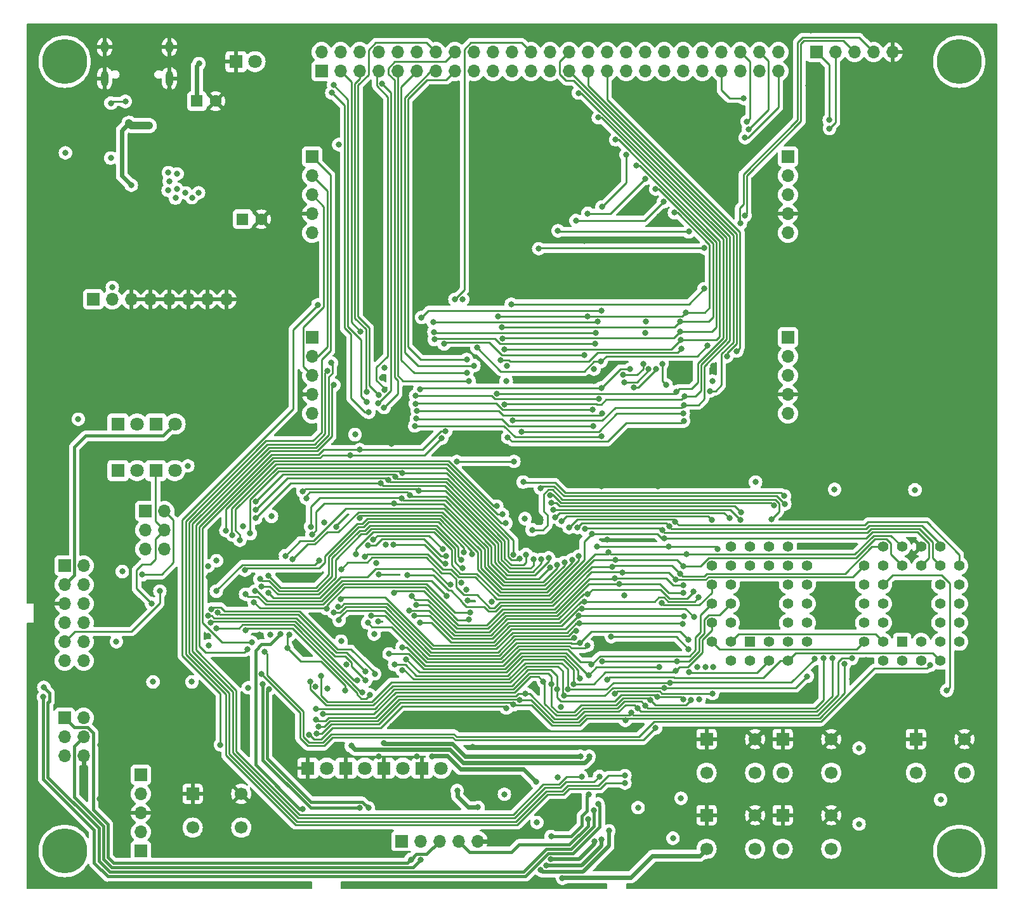
<source format=gbr>
G04 #@! TF.GenerationSoftware,KiCad,Pcbnew,7.0.7*
G04 #@! TF.CreationDate,2023-12-21T21:40:58+09:00*
G04 #@! TF.ProjectId,Pixy-68000,50697879-2d36-4383-9030-302e6b696361,rev?*
G04 #@! TF.SameCoordinates,Original*
G04 #@! TF.FileFunction,Copper,L4,Bot*
G04 #@! TF.FilePolarity,Positive*
%FSLAX46Y46*%
G04 Gerber Fmt 4.6, Leading zero omitted, Abs format (unit mm)*
G04 Created by KiCad (PCBNEW 7.0.7) date 2023-12-21 21:40:58*
%MOMM*%
%LPD*%
G01*
G04 APERTURE LIST*
G04 #@! TA.AperFunction,ComponentPad*
%ADD10C,6.000000*%
G04 #@! TD*
G04 #@! TA.AperFunction,ComponentPad*
%ADD11R,1.800000X1.800000*%
G04 #@! TD*
G04 #@! TA.AperFunction,ComponentPad*
%ADD12C,1.800000*%
G04 #@! TD*
G04 #@! TA.AperFunction,ComponentPad*
%ADD13R,1.700000X1.700000*%
G04 #@! TD*
G04 #@! TA.AperFunction,ComponentPad*
%ADD14O,1.700000X1.700000*%
G04 #@! TD*
G04 #@! TA.AperFunction,ComponentPad*
%ADD15C,1.700000*%
G04 #@! TD*
G04 #@! TA.AperFunction,ComponentPad*
%ADD16O,1.000000X2.100000*%
G04 #@! TD*
G04 #@! TA.AperFunction,ComponentPad*
%ADD17O,1.000000X1.600000*%
G04 #@! TD*
G04 #@! TA.AperFunction,ComponentPad*
%ADD18R,1.600000X1.600000*%
G04 #@! TD*
G04 #@! TA.AperFunction,ComponentPad*
%ADD19C,1.600000*%
G04 #@! TD*
G04 #@! TA.AperFunction,ComponentPad*
%ADD20R,1.422400X1.422400*%
G04 #@! TD*
G04 #@! TA.AperFunction,ComponentPad*
%ADD21C,1.422400*%
G04 #@! TD*
G04 #@! TA.AperFunction,ViaPad*
%ADD22C,0.800000*%
G04 #@! TD*
G04 #@! TA.AperFunction,Conductor*
%ADD23C,0.400000*%
G04 #@! TD*
G04 #@! TA.AperFunction,Conductor*
%ADD24C,0.250000*%
G04 #@! TD*
G04 #@! TA.AperFunction,Conductor*
%ADD25C,0.600000*%
G04 #@! TD*
G04 #@! TA.AperFunction,Conductor*
%ADD26C,1.000000*%
G04 #@! TD*
G04 #@! TA.AperFunction,Conductor*
%ADD27C,0.500000*%
G04 #@! TD*
G04 APERTURE END LIST*
D10*
X149860000Y-135890000D03*
X30480000Y-135890000D03*
X149860000Y-30480000D03*
X30480000Y-30480000D03*
D11*
X68018960Y-124830501D03*
D12*
X70558960Y-124830501D03*
D11*
X37596046Y-78870000D03*
D12*
X40136046Y-78870000D03*
D13*
X41250019Y-90510818D03*
D14*
X43790019Y-90510818D03*
X41250019Y-93050818D03*
X43790019Y-93050818D03*
X41250019Y-95590818D03*
X43790019Y-95590818D03*
D11*
X62938960Y-124830501D03*
D12*
X65478960Y-124830501D03*
D13*
X126290000Y-120940000D03*
D15*
X132790000Y-120940000D03*
X126290000Y-125440000D03*
X132790000Y-125440000D03*
D13*
X64770000Y-31750000D03*
D14*
X64770000Y-29210000D03*
X67310000Y-31750000D03*
X67310000Y-29210000D03*
X69850000Y-31750000D03*
X69850000Y-29210000D03*
X72390000Y-31750000D03*
X72390000Y-29210000D03*
X74930000Y-31750000D03*
X74930000Y-29210000D03*
X77470000Y-31750000D03*
X77470000Y-29210000D03*
X80010000Y-31750000D03*
X80010000Y-29210000D03*
X82550000Y-31750000D03*
X82550000Y-29210000D03*
X85090000Y-31750000D03*
X85090000Y-29210000D03*
X87630000Y-31750000D03*
X87630000Y-29210000D03*
X90170000Y-31750000D03*
X90170000Y-29210000D03*
X92710000Y-31750000D03*
X92710000Y-29210000D03*
X95250000Y-31750000D03*
X95250000Y-29210000D03*
X97790000Y-31750000D03*
X97790000Y-29210000D03*
X100330000Y-31750000D03*
X100330000Y-29210000D03*
X102870000Y-31750000D03*
X102870000Y-29210000D03*
X105410000Y-31750000D03*
X105410000Y-29210000D03*
X107950000Y-31750000D03*
X107950000Y-29210000D03*
X110490000Y-31750000D03*
X110490000Y-29210000D03*
X113030000Y-31750000D03*
X113030000Y-29210000D03*
X115570000Y-31750000D03*
X115570000Y-29210000D03*
X118110000Y-31750000D03*
X118110000Y-29210000D03*
X120650000Y-31750000D03*
X120650000Y-29210000D03*
X123190000Y-31750000D03*
X123190000Y-29210000D03*
X125730000Y-31750000D03*
X125730000Y-29210000D03*
D13*
X30480000Y-118110000D03*
D14*
X33020000Y-118110000D03*
X30480000Y-120650000D03*
X33020000Y-120650000D03*
X30480000Y-123190000D03*
X33020000Y-123190000D03*
D11*
X73098960Y-124830501D03*
D12*
X75638960Y-124830501D03*
D16*
X44446384Y-32724319D03*
D17*
X44446384Y-28544319D03*
D16*
X35806384Y-32724319D03*
D17*
X35806384Y-28544319D03*
D11*
X53340000Y-30475364D03*
D12*
X55880000Y-30475364D03*
D13*
X40640000Y-135890000D03*
X40640000Y-125730000D03*
D14*
X40640000Y-133350000D03*
X40640000Y-130810000D03*
X40640000Y-128270000D03*
D11*
X42676046Y-78870000D03*
D12*
X45216046Y-78870000D03*
D11*
X78178960Y-124830501D03*
D12*
X80718960Y-124830501D03*
D11*
X37596046Y-85090000D03*
D12*
X40136046Y-85090000D03*
D18*
X54222834Y-51527438D03*
D19*
X56722834Y-51527438D03*
D13*
X127000000Y-43180000D03*
D14*
X127000000Y-45720000D03*
X127000000Y-48260000D03*
X127000000Y-50800000D03*
X127000000Y-53340000D03*
D13*
X116130000Y-120940000D03*
D15*
X122630000Y-120940000D03*
X116130000Y-125440000D03*
X122630000Y-125440000D03*
D13*
X63500000Y-67310000D03*
D14*
X63500000Y-69850000D03*
X63500000Y-72390000D03*
X63500000Y-74930000D03*
X63500000Y-77470000D03*
D20*
X121920000Y-107950000D03*
D21*
X124460000Y-110490000D03*
X124460000Y-107950000D03*
X127000000Y-110490000D03*
X129540000Y-107950000D03*
X127000000Y-107950000D03*
X129540000Y-105410000D03*
X127000000Y-105410000D03*
X129540000Y-102870000D03*
X127000000Y-102870000D03*
X129540000Y-100330000D03*
X127000000Y-100330000D03*
X129540000Y-97790000D03*
X127000000Y-95250000D03*
X127000000Y-97790000D03*
X124460000Y-95250000D03*
X124460000Y-97790000D03*
X121920000Y-95250000D03*
X121920000Y-97790000D03*
X119380000Y-95250000D03*
X116840000Y-97790000D03*
X119380000Y-97790000D03*
X116840000Y-100330000D03*
X119380000Y-100330000D03*
X116840000Y-102870000D03*
X119380000Y-102870000D03*
X116840000Y-105410000D03*
X119380000Y-105410000D03*
X116840000Y-107950000D03*
X119380000Y-110490000D03*
X119380000Y-107950000D03*
X121920000Y-110490000D03*
D13*
X126290000Y-131100000D03*
D15*
X132790000Y-131100000D03*
X126290000Y-135600000D03*
X132790000Y-135600000D03*
D13*
X144070000Y-120940000D03*
D15*
X150570000Y-120940000D03*
X144070000Y-125440000D03*
X150570000Y-125440000D03*
D13*
X127000000Y-67310000D03*
D14*
X127000000Y-69850000D03*
X127000000Y-72390000D03*
X127000000Y-74930000D03*
X127000000Y-77470000D03*
D11*
X42637252Y-85090000D03*
D12*
X45177252Y-85090000D03*
D13*
X47550000Y-128270000D03*
D15*
X54050000Y-128270000D03*
X47550000Y-132770000D03*
X54050000Y-132770000D03*
D18*
X48116413Y-35745747D03*
D19*
X50616413Y-35745747D03*
D13*
X75421686Y-134566669D03*
D14*
X77961686Y-134566669D03*
X80501686Y-134566669D03*
X83041686Y-134566669D03*
X85581686Y-134566669D03*
D13*
X116130000Y-131100000D03*
D15*
X122630000Y-131100000D03*
X116130000Y-135600000D03*
X122630000Y-135600000D03*
D13*
X130810000Y-29210000D03*
D14*
X133350000Y-29210000D03*
X135890000Y-29210000D03*
X138430000Y-29210000D03*
X140970000Y-29210000D03*
D13*
X34290000Y-62230000D03*
D14*
X36830000Y-62230000D03*
X39370000Y-62230000D03*
X41910000Y-62230000D03*
X44450000Y-62230000D03*
X46990000Y-62230000D03*
X49530000Y-62230000D03*
X52070000Y-62230000D03*
D20*
X142240000Y-107950000D03*
D21*
X144780000Y-110490000D03*
X144780000Y-107950000D03*
X147320000Y-110490000D03*
X149860000Y-107950000D03*
X147320000Y-107950000D03*
X149860000Y-105410000D03*
X147320000Y-105410000D03*
X149860000Y-102870000D03*
X147320000Y-102870000D03*
X149860000Y-100330000D03*
X147320000Y-100330000D03*
X149860000Y-97790000D03*
X147320000Y-95250000D03*
X147320000Y-97790000D03*
X144780000Y-95250000D03*
X144780000Y-97790000D03*
X142240000Y-95250000D03*
X142240000Y-97790000D03*
X139700000Y-95250000D03*
X137160000Y-97790000D03*
X139700000Y-97790000D03*
X137160000Y-100330000D03*
X139700000Y-100330000D03*
X137160000Y-102870000D03*
X139700000Y-102870000D03*
X137160000Y-105410000D03*
X139700000Y-105410000D03*
X137160000Y-107950000D03*
X139700000Y-110490000D03*
X139700000Y-107950000D03*
X142240000Y-110490000D03*
D13*
X30480000Y-97790000D03*
D14*
X33020000Y-97790000D03*
X30480000Y-100330000D03*
X33020000Y-100330000D03*
X30480000Y-102870000D03*
X33020000Y-102870000D03*
X30480000Y-105410000D03*
X33020000Y-105410000D03*
X30480000Y-107950000D03*
X33020000Y-107950000D03*
X30480000Y-110490000D03*
X33020000Y-110490000D03*
D13*
X63500000Y-43180000D03*
D14*
X63500000Y-45720000D03*
X63500000Y-48260000D03*
X63500000Y-50800000D03*
X63500000Y-53340000D03*
D22*
X77750310Y-62225440D03*
X112805520Y-71946064D03*
X112911363Y-80252624D03*
X133222639Y-87619299D03*
X97783715Y-86775539D03*
X122137169Y-81383160D03*
X88857465Y-61749947D03*
X142212458Y-56008964D03*
X129888714Y-77658785D03*
X116987500Y-71106683D03*
X37622939Y-109630233D03*
X81280000Y-35560000D03*
X137160000Y-139700000D03*
X97844274Y-57408490D03*
X53795596Y-136311665D03*
X125417621Y-115153153D03*
X129727581Y-33673491D03*
X105410000Y-108426004D03*
X99240444Y-48248057D03*
X81812866Y-48047517D03*
X135586327Y-112941609D03*
X124460000Y-50800000D03*
X133992305Y-137995151D03*
X115858883Y-42177081D03*
X58501149Y-40076520D03*
X138430000Y-81716234D03*
X145363928Y-122989991D03*
X33020000Y-125730000D03*
X102494148Y-119187652D03*
X92817882Y-41982109D03*
X31639287Y-113666108D03*
X143122756Y-68496157D03*
X35448378Y-54053524D03*
X98025668Y-61696377D03*
X93564776Y-52095452D03*
X55440816Y-40364103D03*
X31365805Y-45286105D03*
X49861406Y-26733367D03*
X138912505Y-114820784D03*
X103294579Y-45127136D03*
X81170379Y-42708816D03*
X35428192Y-39571863D03*
X125255955Y-57886291D03*
X35845761Y-26846570D03*
X84955424Y-121972314D03*
X35170634Y-73439537D03*
X63731263Y-56278815D03*
X91263536Y-34125595D03*
X94049247Y-36891120D03*
X38841820Y-26624027D03*
X116725166Y-34792920D03*
X153917226Y-76396035D03*
X139123952Y-72904908D03*
X140593496Y-126183340D03*
X26858548Y-132692631D03*
X101089538Y-73158509D03*
X60009505Y-91433832D03*
X50565786Y-124327384D03*
X85994908Y-46665333D03*
X109612895Y-87199452D03*
X127088585Y-123393717D03*
X153849939Y-63054227D03*
X42490189Y-64527395D03*
X76253748Y-26708096D03*
X27608137Y-34860043D03*
X153860937Y-102470551D03*
X32381932Y-74930000D03*
X117019939Y-78446052D03*
X119957047Y-75175869D03*
X80446817Y-69272179D03*
X48260000Y-124460000D03*
X119139502Y-49777449D03*
X87428136Y-81749147D03*
X123781259Y-26716983D03*
X135937445Y-43696226D03*
X135145922Y-50246117D03*
X26994927Y-81332327D03*
X88398650Y-51635634D03*
X146459045Y-39154921D03*
X153876854Y-56118210D03*
X58617378Y-115735769D03*
X153532656Y-139327448D03*
X27152030Y-67894122D03*
X42935359Y-126400185D03*
X107533705Y-48013779D03*
X27112754Y-128127448D03*
X78031741Y-37715845D03*
X77910623Y-45447203D03*
X39503686Y-120794779D03*
X41017659Y-117686087D03*
X72312225Y-62739818D03*
X105151719Y-80961880D03*
X98527133Y-40417090D03*
X96552350Y-36023109D03*
X129767596Y-50649497D03*
X147449847Y-120823327D03*
X131435255Y-46152781D03*
X67173155Y-122668322D03*
X138865431Y-48859595D03*
X107750096Y-135397845D03*
X49538425Y-64469662D03*
X90758878Y-58813457D03*
X153890311Y-48011386D03*
X60136240Y-47424339D03*
X31750000Y-52943277D03*
X144206444Y-29650808D03*
X120978861Y-122451689D03*
X137444346Y-110421419D03*
X71631275Y-54610000D03*
X92125264Y-61436178D03*
X93928129Y-85584547D03*
X142240000Y-83820000D03*
X70983909Y-35560000D03*
X37677937Y-49485567D03*
X106982729Y-128377726D03*
X72231479Y-68463759D03*
X116107230Y-128305721D03*
X133350000Y-95250000D03*
X149183872Y-80246458D03*
X146602982Y-34001844D03*
X56471744Y-106975995D03*
X153264465Y-27249522D03*
X97805785Y-26685785D03*
X108078735Y-65216556D03*
X153573029Y-120325398D03*
X114146556Y-60987550D03*
X35612293Y-101610912D03*
X81755782Y-60270909D03*
X49549040Y-45713129D03*
X56845871Y-26814112D03*
X153815265Y-110649425D03*
X119093015Y-26642829D03*
X128730405Y-131172177D03*
X86216958Y-56047932D03*
X42854614Y-117686087D03*
X145054405Y-138923722D03*
X137949554Y-54584348D03*
X130048063Y-70720785D03*
X93987542Y-91641781D03*
X121920000Y-102870000D03*
X44377426Y-30227540D03*
X153917226Y-40838516D03*
X40595888Y-75608470D03*
X42266917Y-122069569D03*
X103416294Y-54294064D03*
X118218047Y-115623259D03*
X42794055Y-130659497D03*
X86360000Y-127289535D03*
X63952056Y-113979484D03*
X112810132Y-131360583D03*
X129010609Y-59945295D03*
X101578742Y-40403539D03*
X143870141Y-133163893D03*
X117344679Y-45798861D03*
X56859188Y-35763101D03*
X53761164Y-48005897D03*
X102090129Y-87183751D03*
X127801835Y-139677344D03*
X27244783Y-26957102D03*
X146542423Y-27188963D03*
X128864981Y-120473431D03*
X144780000Y-100330000D03*
X131494922Y-65784862D03*
X78588102Y-55950459D03*
X46629454Y-117746646D03*
X135230398Y-120406143D03*
X74212525Y-119206912D03*
X49558859Y-44171554D03*
X50283622Y-77291576D03*
X80205461Y-129800142D03*
X142520088Y-44647731D03*
X133340573Y-90769796D03*
X125783204Y-127565556D03*
X153111731Y-131915485D03*
X27318952Y-56360791D03*
X140766995Y-136433292D03*
X108683481Y-57473398D03*
X148755229Y-117768465D03*
X52081901Y-64550407D03*
X109170897Y-26627351D03*
X45900623Y-28519446D03*
X137173007Y-32635432D03*
X72349269Y-105221379D03*
X38628308Y-94570191D03*
X49437494Y-59968114D03*
X105448650Y-133076402D03*
X44849033Y-105371366D03*
X142721762Y-33688497D03*
X34348978Y-28537055D03*
X153876854Y-69325442D03*
X35791324Y-34388030D03*
X54778931Y-118974745D03*
X113144022Y-56665178D03*
X72355290Y-98965538D03*
X109855131Y-51102285D03*
X57878646Y-44170284D03*
X130217645Y-114034769D03*
X27083298Y-88555142D03*
X32092500Y-66809730D03*
X43379458Y-136230920D03*
X39362381Y-114565283D03*
X152568037Y-34274360D03*
X46994950Y-75709402D03*
X153960425Y-85188717D03*
X85550809Y-61845441D03*
X52094018Y-40340280D03*
X72390000Y-123245790D03*
X33528537Y-139543828D03*
X130044350Y-26286968D03*
X29755652Y-115806786D03*
X106946907Y-119181908D03*
X138972555Y-60853679D03*
X62041594Y-74930000D03*
X35192553Y-121767046D03*
X40391883Y-111678640D03*
X42281406Y-35941427D03*
X108974002Y-123927690D03*
X153968078Y-93798257D03*
X33179559Y-34526969D03*
X149167041Y-93479096D03*
X44192070Y-86713145D03*
X67907971Y-26894857D03*
X124658947Y-44791360D03*
X72805734Y-72726388D03*
X65618330Y-105078047D03*
X27014565Y-74798803D03*
X131772590Y-84844095D03*
X139846336Y-120729124D03*
X93036377Y-113869916D03*
X57905059Y-42647087D03*
X37166452Y-28528251D03*
X66709188Y-92586073D03*
X53748722Y-40354150D03*
X153519199Y-128642159D03*
X45822002Y-130625514D03*
X142969445Y-76780681D03*
X142916127Y-49338209D03*
X63065883Y-61835079D03*
X27940000Y-39370000D03*
X34036904Y-88770211D03*
X29594632Y-131093074D03*
X46508337Y-126023035D03*
X52102823Y-48026703D03*
X82969062Y-26600436D03*
X90853125Y-117868544D03*
X74077604Y-81549393D03*
X27201125Y-62424970D03*
X133925017Y-127390608D03*
X57590754Y-31968572D03*
X40997691Y-86887128D03*
X49727378Y-99303256D03*
X63262977Y-99296355D03*
X135692180Y-38939134D03*
X131152763Y-129274664D03*
X89472365Y-71106683D03*
X149304406Y-55977886D03*
X119808055Y-129960998D03*
X118872222Y-39490904D03*
X142240000Y-102870000D03*
X60782202Y-28166595D03*
X126728706Y-82744475D03*
X147714812Y-88412078D03*
X49644384Y-107184131D03*
X92276796Y-127696393D03*
X41968557Y-60069046D03*
X149386446Y-130137031D03*
X49859265Y-117645714D03*
X57887450Y-45693481D03*
X47035322Y-64530221D03*
X27034203Y-50194494D03*
X96067879Y-46524029D03*
X152936889Y-114863620D03*
X141310540Y-39251348D03*
X130820002Y-88004568D03*
X122028549Y-127565556D03*
X143750620Y-112986309D03*
X87769232Y-86085746D03*
X47881006Y-135504213D03*
X134835979Y-59079505D03*
X70844009Y-48307551D03*
X124460000Y-74930000D03*
X56195219Y-130201338D03*
X67949568Y-133831717D03*
X54610000Y-62230000D03*
X99842719Y-54392654D03*
X80019759Y-51913775D03*
X151863921Y-122801586D03*
X125467911Y-62337373D03*
X103284597Y-124138979D03*
X133157937Y-123205312D03*
X60154285Y-120411239D03*
X52281622Y-110701622D03*
X146372950Y-63702442D03*
X44370729Y-59968114D03*
X51960783Y-59907555D03*
X149287187Y-47092841D03*
X44450000Y-34290000D03*
X45891819Y-32710439D03*
X130282347Y-42474040D03*
X31750000Y-58420000D03*
X86360000Y-35560000D03*
X89562118Y-134391582D03*
X121342215Y-133984803D03*
X47862961Y-39006646D03*
X145976911Y-57228068D03*
X41445855Y-26775425D03*
X102296928Y-59947349D03*
X89305464Y-43180000D03*
X60960000Y-50800000D03*
X41294457Y-30984271D03*
X108867073Y-133621450D03*
X26871863Y-92977635D03*
X111170339Y-60299569D03*
X63063577Y-135185114D03*
X84248949Y-102419000D03*
X49549040Y-42659437D03*
X35133110Y-128914734D03*
X61875604Y-108934071D03*
X118352235Y-86076478D03*
X55440816Y-47993455D03*
X130215384Y-38436329D03*
X59690000Y-123190000D03*
X71964349Y-41555229D03*
X138464742Y-89071895D03*
X125102074Y-39036343D03*
X85692113Y-40246086D03*
X44451474Y-64469662D03*
X35612293Y-104150912D03*
X60216985Y-42579623D03*
X46994950Y-59988301D03*
X139700000Y-67310000D03*
X34331368Y-32736853D03*
X61816514Y-32668143D03*
X117224206Y-133702195D03*
X50800000Y-92710000D03*
X77470000Y-123245790D03*
X135223408Y-65859518D03*
X134862499Y-72428547D03*
X140640331Y-131414413D03*
X111729002Y-54270595D03*
X58650198Y-96471802D03*
X95205141Y-83516982D03*
X38720702Y-31014551D03*
X67197574Y-78385715D03*
X74257773Y-129833462D03*
X70816934Y-135919159D03*
X35610129Y-94722724D03*
X43074344Y-28537055D03*
X33020000Y-91440000D03*
X136441753Y-77250338D03*
X39370000Y-60615014D03*
X132238160Y-100319410D03*
X44483082Y-26828961D03*
X135997478Y-128628702D03*
X90170000Y-48260000D03*
X129803909Y-81465585D03*
X67473112Y-106362654D03*
X27190034Y-139564014D03*
X124460000Y-100330000D03*
X41880445Y-40605314D03*
X95258359Y-140099448D03*
X70122626Y-78314741D03*
X134693857Y-84877965D03*
X58824026Y-135065188D03*
X35854566Y-30253954D03*
X102906008Y-94347329D03*
X149373282Y-74340313D03*
X139399223Y-43418365D03*
X108684325Y-84615604D03*
X114260446Y-122452069D03*
X26479177Y-119115149D03*
X32501176Y-37371554D03*
X131387858Y-55747613D03*
X97452849Y-129524603D03*
X50718741Y-101195498D03*
X43180000Y-101195498D03*
X64461892Y-97073509D03*
X41778162Y-39022178D03*
X67047538Y-41559842D03*
X39370000Y-46990641D03*
X48391099Y-30749490D03*
X39058023Y-38705734D03*
X64277176Y-62960061D03*
X51265500Y-121711554D03*
X89421597Y-116808781D03*
X63057668Y-120348496D03*
X105307160Y-118449869D03*
X134561293Y-110902800D03*
X64080139Y-120222911D03*
X102075382Y-63760268D03*
X78093681Y-64649806D03*
X90373062Y-116358781D03*
X101599187Y-65215454D03*
X91207126Y-115701242D03*
X79655500Y-65243783D03*
X64338988Y-119257508D03*
X135520818Y-110178300D03*
X106093138Y-117450869D03*
X101371348Y-66698969D03*
X132887542Y-110178300D03*
X91974406Y-114901925D03*
X63970960Y-118328229D03*
X79771179Y-66586335D03*
X106928363Y-116804152D03*
X36632400Y-43363318D03*
X147375237Y-129043702D03*
X73157258Y-71330286D03*
X54245516Y-92541511D03*
X54970766Y-114099409D03*
X32301315Y-78235256D03*
X36830000Y-60621512D03*
X136488353Y-132299254D03*
X48350044Y-47998619D03*
X44416313Y-46471710D03*
X38164734Y-98574511D03*
X47455175Y-113312984D03*
X136486689Y-122157683D03*
X116898932Y-73143748D03*
X44294571Y-47677986D03*
X44312514Y-45309459D03*
X49597065Y-97842725D03*
X49704707Y-108457898D03*
X42266917Y-113312984D03*
X101109050Y-71544653D03*
X68052144Y-111023787D03*
X96714792Y-116621365D03*
X87490561Y-102633851D03*
X45442879Y-47489649D03*
X107002411Y-130099882D03*
X71779298Y-106916465D03*
X122679640Y-86628362D03*
X46898338Y-84465804D03*
X83434361Y-100037054D03*
X46598844Y-48007245D03*
X89157517Y-128319638D03*
X58071619Y-91205054D03*
X72088214Y-97433529D03*
X30578841Y-42667292D03*
X111660259Y-134173961D03*
X105167974Y-101717333D03*
X37382110Y-107935465D03*
X65528862Y-114185297D03*
X65107515Y-92037223D03*
X96231578Y-126056238D03*
X45477385Y-45471024D03*
X89398558Y-73143748D03*
X112724268Y-128858546D03*
X47465579Y-48650790D03*
X45263514Y-48691788D03*
X91907833Y-91513194D03*
X143942172Y-87670178D03*
X69218067Y-80279927D03*
X94353372Y-113242241D03*
X79801027Y-67585392D03*
X131712818Y-110178300D03*
X107952042Y-116457271D03*
X101283242Y-68148469D03*
X64911526Y-117620209D03*
X115975973Y-111304034D03*
X81119706Y-68172120D03*
X114022957Y-115765076D03*
X64001223Y-116873279D03*
X108666278Y-115747421D03*
X99815834Y-69626695D03*
X95462111Y-113597336D03*
X72420151Y-75020453D03*
X114866326Y-111303637D03*
X96186611Y-114300000D03*
X77302586Y-75101086D03*
X63227556Y-113232287D03*
X113030000Y-115650869D03*
X109586621Y-115298339D03*
X101793834Y-75527444D03*
X64727038Y-112511135D03*
X110490000Y-114151815D03*
X77280425Y-76147846D03*
X97105091Y-115171865D03*
X73105401Y-76670000D03*
X129556224Y-112565264D03*
X100929245Y-76976444D03*
X77511351Y-77120306D03*
X111235296Y-113402512D03*
X97636111Y-114300000D03*
X72270047Y-76121194D03*
X72840500Y-33404505D03*
X130555210Y-110235210D03*
X102195516Y-77421185D03*
X75516885Y-111737224D03*
X74506699Y-111012724D03*
X101034708Y-79150444D03*
X111991394Y-111871155D03*
X77407885Y-78151376D03*
X98360611Y-113575500D03*
X66363728Y-33622240D03*
X70775330Y-75956092D03*
X112223832Y-110577477D03*
X102212282Y-110577977D03*
X71059087Y-77309985D03*
X76036646Y-110288451D03*
X102104411Y-80498428D03*
X77193227Y-79127556D03*
X99230275Y-112876958D03*
X66135500Y-34654948D03*
X73764365Y-109563951D03*
X82550000Y-62230000D03*
X89601683Y-80646127D03*
X110150500Y-102777168D03*
X109786296Y-111315652D03*
X113082166Y-78468141D03*
X100377297Y-112424882D03*
X91440000Y-79874944D03*
X83571873Y-62232726D03*
X113030000Y-77470000D03*
X100787414Y-110989460D03*
X75528937Y-108674500D03*
X70922067Y-105418429D03*
X113151652Y-76321652D03*
X102862773Y-113030000D03*
X100249198Y-108418560D03*
X90273692Y-78425944D03*
X99040699Y-34661694D03*
X99223231Y-108074144D03*
X71387466Y-104494500D03*
X113741346Y-107654527D03*
X89166592Y-76251944D03*
X113237987Y-75210719D03*
X98427671Y-107469090D03*
X67085449Y-105094500D03*
X112124149Y-74558935D03*
X113743318Y-108926884D03*
X88175782Y-74802944D03*
X103415500Y-107270000D03*
X101701401Y-37958791D03*
X117037777Y-111304002D03*
X112703546Y-67657261D03*
X98749114Y-106511250D03*
X103927515Y-114847421D03*
X116917482Y-114852012D03*
X66369420Y-104028742D03*
X71665013Y-94339801D03*
X89122308Y-68901297D03*
X104011982Y-40905770D03*
X80912659Y-95601649D03*
X113782558Y-112018364D03*
X112949500Y-105574169D03*
X70958258Y-95065309D03*
X66986128Y-103242182D03*
X81325827Y-96530834D03*
X112636016Y-66539688D03*
X106782888Y-44313070D03*
X88900000Y-67451797D03*
X99131248Y-105513431D03*
X81243129Y-97547192D03*
X74361255Y-94949902D03*
X88847915Y-65968283D03*
X113097748Y-104560621D03*
X109334536Y-47501114D03*
X67310000Y-102296607D03*
X112614978Y-65215454D03*
X99096815Y-104502555D03*
X100258295Y-64506443D03*
X111855000Y-50657976D03*
X77904954Y-105355973D03*
X113389948Y-63981688D03*
X99513630Y-103522171D03*
X88303053Y-64506910D03*
X114446079Y-104635235D03*
X115069390Y-102052668D03*
X77129572Y-104494956D03*
X99814997Y-102569185D03*
X76450915Y-103761179D03*
X114397238Y-101257361D03*
X100273402Y-101599240D03*
X113005920Y-101418830D03*
X104473327Y-100262506D03*
X121528654Y-38491349D03*
X77403141Y-103036679D03*
X76811049Y-101862732D03*
X121729295Y-39516302D03*
X113030000Y-100377395D03*
X103859737Y-99436349D03*
X40827470Y-98991379D03*
X54610000Y-101600000D03*
X84580492Y-104017992D03*
X55893676Y-101169146D03*
X81439411Y-101824847D03*
X42057534Y-102852056D03*
X50746482Y-97123681D03*
X84076930Y-100969500D03*
X57924530Y-106965536D03*
X67358198Y-107874500D03*
X121106797Y-35383900D03*
X54610000Y-106403728D03*
X71186379Y-115039937D03*
X70223418Y-114688666D03*
X50719811Y-106145500D03*
X49996080Y-105424513D03*
X69505213Y-113113959D03*
X53845950Y-94394492D03*
X105392038Y-42922221D03*
X89368000Y-92120390D03*
X102191711Y-49876309D03*
X100286711Y-50756711D03*
X88900000Y-90960404D03*
X52867488Y-93687006D03*
X107928765Y-46095343D03*
X88135297Y-89837130D03*
X98698512Y-51708512D03*
X52003529Y-93093757D03*
X110401780Y-49204754D03*
X77876207Y-74204739D03*
X102075382Y-74078444D03*
X54540164Y-98381450D03*
X105951448Y-71529514D03*
X111107189Y-95250000D03*
X107950000Y-66698969D03*
X84870196Y-96271998D03*
X117628768Y-95538741D03*
X101495171Y-95239626D03*
X83724500Y-96009805D03*
X57696650Y-99104370D03*
X113754133Y-53193503D03*
X96302272Y-53080152D03*
X49597065Y-104488058D03*
X70653877Y-113099786D03*
X73361752Y-94949902D03*
X93743000Y-55456686D03*
X115813550Y-55377274D03*
X121279295Y-40640000D03*
X90428230Y-83869969D03*
X84452621Y-105009281D03*
X65410915Y-103501677D03*
X55745154Y-102645499D03*
X82806095Y-83871533D03*
X81985361Y-100347950D03*
X57655316Y-101421445D03*
X83531377Y-98078623D03*
X56732381Y-100554256D03*
X95388605Y-133955743D03*
X100452340Y-128309002D03*
X93499708Y-132079999D03*
X96902315Y-139517835D03*
X100291013Y-131650277D03*
X59310991Y-106935331D03*
X62247931Y-130287698D03*
X88668693Y-70333999D03*
X67885912Y-114428314D03*
X60473461Y-107015863D03*
X112814490Y-68792803D03*
X60164082Y-108766510D03*
X148183942Y-114465379D03*
X55442438Y-108023254D03*
X90089586Y-62867274D03*
X68580000Y-83030744D03*
X80790404Y-80752541D03*
X120650000Y-52070000D03*
X115813550Y-60814594D03*
X102065665Y-70503855D03*
X116252652Y-68403211D03*
X69850000Y-82294106D03*
X121279295Y-51014281D03*
X85505500Y-68680401D03*
X54873926Y-108938859D03*
X81295592Y-79852056D03*
X56735499Y-112258970D03*
X132537276Y-39400606D03*
X115142773Y-115631293D03*
X109315685Y-119475685D03*
X57177897Y-109251241D03*
X132502838Y-38287105D03*
X145944630Y-111091312D03*
X83399850Y-97029110D03*
X56532091Y-99574681D03*
X71845839Y-112240437D03*
X50042090Y-103593096D03*
X50928754Y-104054728D03*
X70644298Y-111937561D03*
X74418025Y-101412732D03*
X120154376Y-69143423D03*
X112000328Y-99652895D03*
X104871279Y-98711849D03*
X103556507Y-97922435D03*
X118834500Y-69850000D03*
X112588524Y-98844791D03*
X76200000Y-99043078D03*
X116590171Y-74459735D03*
X113033602Y-97858615D03*
X67356177Y-98259951D03*
X103978820Y-97010700D03*
X70549432Y-96617038D03*
X103066903Y-95977075D03*
X113483602Y-96286200D03*
X110213007Y-70843008D03*
X110735076Y-73660000D03*
X100801454Y-93537177D03*
X110510525Y-94139848D03*
X69375983Y-96259371D03*
X109426243Y-71563869D03*
X106410137Y-74003118D03*
X69877582Y-91467582D03*
X110208864Y-93072758D03*
X105164720Y-73278618D03*
X108408404Y-71556216D03*
X99060000Y-96520000D03*
X99906062Y-92907048D03*
X111185002Y-92555342D03*
X104976678Y-72296964D03*
X98180934Y-96995999D03*
X98888223Y-92700419D03*
X60908607Y-96921800D03*
X107689029Y-70852147D03*
X111950500Y-91912677D03*
X59909112Y-96471802D03*
X97170210Y-97370328D03*
X97790000Y-92710000D03*
X116840000Y-91654387D03*
X84125212Y-70270000D03*
X96780000Y-91833316D03*
X63494729Y-93588274D03*
X96212104Y-97654998D03*
X74437423Y-89441047D03*
X95919036Y-91325629D03*
X119185001Y-91440000D03*
X85090000Y-71070000D03*
X63297937Y-92593283D03*
X95267755Y-97999990D03*
X75432347Y-88805000D03*
X76554284Y-88355000D03*
X95698767Y-90350700D03*
X120650000Y-91654387D03*
X95060874Y-96756324D03*
X62731046Y-88787829D03*
X84131256Y-72078744D03*
X84455770Y-73118436D03*
X95380126Y-89403350D03*
X94081201Y-96954431D03*
X62262828Y-87904779D03*
X120742978Y-90659218D03*
X77750310Y-87823125D03*
X72645197Y-86794500D03*
X93014281Y-96905849D03*
X124771700Y-91602175D03*
X73156758Y-74283846D03*
X55949658Y-91450444D03*
X92849824Y-93004423D03*
X55949658Y-90293815D03*
X95260154Y-88411074D03*
X92022864Y-96309001D03*
X73638075Y-86344500D03*
X70742178Y-74598605D03*
X125117883Y-89760006D03*
X91206635Y-96885868D03*
X69932978Y-66513267D03*
X126567383Y-89553993D03*
X55949658Y-89262719D03*
X74584737Y-85894500D03*
X93941735Y-87428864D03*
X126533073Y-88488897D03*
X55235500Y-93490714D03*
X75495216Y-85444500D03*
X90371081Y-96318919D03*
X91666933Y-86625261D03*
X36657588Y-36022019D03*
X38575884Y-35800599D03*
X27699480Y-114042194D03*
X101090513Y-130445322D03*
X105235524Y-126816287D03*
X66057943Y-70711282D03*
X101860000Y-125934316D03*
X99459500Y-125959502D03*
X66394500Y-73660000D03*
X65494500Y-71763622D03*
X105235524Y-125816784D03*
X101650672Y-129604228D03*
X27645540Y-115340412D03*
X93980000Y-138430000D03*
X56879017Y-113589436D03*
X103094633Y-133203834D03*
X69850000Y-130149329D03*
X57735500Y-114301353D03*
X102124762Y-134360630D03*
X76671686Y-137025554D03*
X94770488Y-137818335D03*
X71003846Y-130148829D03*
X77962409Y-137096061D03*
X101159500Y-134620000D03*
X95358947Y-137010424D03*
X100472976Y-123248099D03*
X68719566Y-121850752D03*
X99297748Y-123248599D03*
X73085945Y-121446790D03*
X93413054Y-126653460D03*
X79541888Y-123245790D03*
X85621872Y-130071871D03*
X82859870Y-127833188D03*
D23*
X78772294Y-136296061D02*
X80501686Y-134566669D01*
X77401179Y-136296061D02*
X78772294Y-136296061D01*
X76671686Y-137025554D02*
X77401179Y-136296061D01*
D24*
X94081201Y-97461230D02*
X94081201Y-96954431D01*
X92936503Y-98605928D02*
X94081201Y-97461230D01*
X89723597Y-98605928D02*
X92936503Y-98605928D01*
X88296081Y-97178412D02*
X89723597Y-98605928D01*
X88296081Y-94854909D02*
X88296081Y-97178412D01*
X81257719Y-87816547D02*
X88296081Y-94854909D01*
X77756888Y-87816547D02*
X81257719Y-87816547D01*
X77750310Y-87823125D02*
X77756888Y-87816547D01*
X62625560Y-87542047D02*
X62262828Y-87904779D01*
X77750310Y-87823125D02*
X77469232Y-87542047D01*
X77469232Y-87542047D02*
X62625560Y-87542047D01*
X95060874Y-97181566D02*
X95060874Y-96756324D01*
X93186512Y-99055928D02*
X95060874Y-97181566D01*
X87846081Y-97364808D02*
X89537201Y-99055928D01*
X87846081Y-95041305D02*
X87846081Y-97364808D01*
X81352401Y-88547625D02*
X87846081Y-95041305D01*
X76554284Y-88355000D02*
X76746909Y-88547625D01*
X62731046Y-88461866D02*
X62731046Y-88787829D01*
X63200865Y-87992047D02*
X62731046Y-88461866D01*
X76191331Y-87992047D02*
X63200865Y-87992047D01*
X76554284Y-88355000D02*
X76191331Y-87992047D01*
X89537201Y-99055928D02*
X93186512Y-99055928D01*
X76746909Y-88547625D02*
X81352401Y-88547625D01*
X63297937Y-89913249D02*
X63297937Y-92593283D01*
X75343894Y-88716547D02*
X64494639Y-88716547D01*
X89375247Y-99530370D02*
X93737375Y-99530370D01*
X87396081Y-97551204D02*
X89375247Y-99530370D01*
X87396081Y-95227701D02*
X87396081Y-97551204D01*
X81247880Y-89079500D02*
X87396081Y-95227701D01*
X75706847Y-89079500D02*
X81247880Y-89079500D01*
X75432347Y-88805000D02*
X75706847Y-89079500D01*
X93737375Y-99530370D02*
X95267755Y-97999990D01*
X75432347Y-88805000D02*
X75343894Y-88716547D01*
X64494639Y-88716547D02*
X63297937Y-89913249D01*
X64023746Y-93059257D02*
X63494729Y-93588274D01*
X65131594Y-89441047D02*
X64023746Y-90548895D01*
X74437423Y-89441047D02*
X65131594Y-89441047D01*
X96212104Y-98080240D02*
X96212104Y-97654998D01*
X94311974Y-99980370D02*
X96212104Y-98080240D01*
X89188851Y-99980370D02*
X94311974Y-99980370D01*
X86946081Y-97737600D02*
X89188851Y-99980370D01*
X86946081Y-95414097D02*
X86946081Y-97737600D01*
X81061484Y-89529500D02*
X86946081Y-95414097D01*
X74437423Y-89441047D02*
X74525876Y-89529500D01*
X64023746Y-90548895D02*
X64023746Y-93059257D01*
X74525876Y-89529500D02*
X81061484Y-89529500D01*
D23*
X31750000Y-99060000D02*
X31750000Y-81981735D01*
X43632663Y-80453383D02*
X45216046Y-78870000D01*
X31750000Y-81981735D02*
X33278352Y-80453383D01*
X30480000Y-100330000D02*
X31750000Y-99060000D01*
X33278352Y-80453383D02*
X43632663Y-80453383D01*
D25*
X89387031Y-134566669D02*
X89562118Y-134391582D01*
X33020000Y-125730000D02*
X33020000Y-123190000D01*
X85581686Y-134566669D02*
X89387031Y-134566669D01*
D24*
X50718741Y-101105017D02*
X54168888Y-97654870D01*
X31845000Y-106585000D02*
X30480000Y-107950000D01*
X54168888Y-97654870D02*
X63880531Y-97654870D01*
X43180000Y-102794192D02*
X39389192Y-106585000D01*
X50718741Y-101195498D02*
X50718741Y-101105017D01*
X39389192Y-106585000D02*
X31845000Y-106585000D01*
X43180000Y-101195498D02*
X43180000Y-102794192D01*
X63880531Y-97654870D02*
X64461892Y-97073509D01*
D25*
X48116413Y-31024176D02*
X48116413Y-35745747D01*
X39370000Y-46990641D02*
X39370000Y-46990000D01*
D26*
X41778162Y-39022178D02*
X39374467Y-39022178D01*
D25*
X39370000Y-46990000D02*
X38100000Y-45720000D01*
D26*
X39374467Y-39022178D02*
X39058023Y-38705734D01*
D25*
X48391099Y-30749490D02*
X48116413Y-31024176D01*
X38100000Y-39663757D02*
X39058023Y-38705734D01*
X38100000Y-45720000D02*
X38100000Y-39663757D01*
D24*
X63779834Y-120947911D02*
X63180419Y-120348496D01*
X46172565Y-91650547D02*
X46172565Y-109795598D01*
X89147097Y-116534281D02*
X75491747Y-116534281D01*
X60960000Y-76863112D02*
X46172565Y-91650547D01*
X64723246Y-120947911D02*
X63779834Y-120947911D01*
X63180419Y-120348496D02*
X63057668Y-120348496D01*
X64277176Y-62960061D02*
X60960000Y-66277237D01*
X89421597Y-116808781D02*
X89147097Y-116534281D01*
X51265500Y-114888533D02*
X51265500Y-121711554D01*
X75491747Y-116534281D02*
X72605819Y-119420209D01*
X66250948Y-119420209D02*
X64723246Y-120947911D01*
X60960000Y-66277237D02*
X60960000Y-76863112D01*
X46172565Y-109795598D02*
X51265500Y-114888533D01*
X72605819Y-119420209D02*
X66250948Y-119420209D01*
X105307160Y-118449869D02*
X105307160Y-118278209D01*
X134561293Y-114812000D02*
X134561293Y-110902800D01*
X79017643Y-63725844D02*
X102040958Y-63725844D01*
X90440523Y-116426242D02*
X90373062Y-116358781D01*
X75305351Y-116084281D02*
X72419423Y-118970209D01*
X100187795Y-118175369D02*
X99217299Y-119145865D01*
X90098562Y-116084281D02*
X75305351Y-116084281D01*
X105307160Y-118278209D02*
X105410000Y-118175369D01*
X78093681Y-64649806D02*
X79017643Y-63725844D01*
X105307160Y-118449869D02*
X105032660Y-118175369D01*
X72419423Y-118970209D02*
X66064552Y-118970209D01*
X64811850Y-120222911D02*
X64080139Y-120222911D01*
X99217299Y-119145865D02*
X95508948Y-119145865D01*
X105410000Y-118175369D02*
X131197924Y-118175369D01*
X131197924Y-118175369D02*
X134561293Y-114812000D01*
X66064552Y-118970209D02*
X64811850Y-120222911D01*
X92789325Y-116426242D02*
X90440523Y-116426242D01*
X95508948Y-119145865D02*
X92789325Y-116426242D01*
X102040958Y-63725844D02*
X102075382Y-63760268D01*
X90373062Y-116358781D02*
X90098562Y-116084281D01*
X105032660Y-118175369D02*
X100187795Y-118175369D01*
X100001399Y-117725369D02*
X99030903Y-118695865D01*
X106368138Y-117725869D02*
X131011028Y-117725869D01*
X65878156Y-118520209D02*
X65140857Y-119257508D01*
X133712041Y-115024856D02*
X133712041Y-110651401D01*
X134185142Y-110178300D02*
X135520818Y-110178300D01*
X101570858Y-65243783D02*
X101599187Y-65215454D01*
X75118955Y-115634281D02*
X72233027Y-118520209D01*
X72233027Y-118520209D02*
X65878156Y-118520209D01*
X92700721Y-115701242D02*
X91207126Y-115701242D01*
X65140857Y-119257508D02*
X64338988Y-119257508D01*
X106093138Y-117450869D02*
X106368138Y-117725869D01*
X91140165Y-115634281D02*
X75118955Y-115634281D01*
X133712041Y-110651401D02*
X134185142Y-110178300D01*
X91207126Y-115701242D02*
X91140165Y-115634281D01*
X131011028Y-117725869D02*
X133712041Y-115024856D01*
X95695344Y-118695865D02*
X92700721Y-115701242D01*
X106093138Y-117450869D02*
X105818638Y-117725369D01*
X79655500Y-65243783D02*
X101570858Y-65243783D01*
X105818638Y-117725369D02*
X100001399Y-117725369D01*
X99030903Y-118695865D02*
X95695344Y-118695865D01*
X74878591Y-115184281D02*
X71992663Y-118070209D01*
X90699532Y-115184281D02*
X74878591Y-115184281D01*
X107400080Y-117275869D02*
X130824632Y-117275869D01*
X71992663Y-118070209D02*
X65691760Y-118070209D01*
X90981888Y-114901925D02*
X90699532Y-115184281D01*
X95881740Y-118245865D02*
X92537800Y-114901925D01*
X105336507Y-116372921D02*
X104434060Y-117275369D01*
X130824632Y-117275869D02*
X132887542Y-115212959D01*
X106928363Y-116804152D02*
X107400080Y-117275869D01*
X98844507Y-118245865D02*
X95881740Y-118245865D01*
X65278154Y-118483815D02*
X64126546Y-118483815D01*
X92537800Y-114901925D02*
X91974406Y-114901925D01*
X64126546Y-118483815D02*
X63970960Y-118328229D01*
X65691760Y-118070209D02*
X65278154Y-118483815D01*
X106928363Y-116804152D02*
X106497132Y-116372921D01*
X101343020Y-66727297D02*
X101371348Y-66698969D01*
X106497132Y-116372921D02*
X105336507Y-116372921D01*
X104434060Y-117275369D02*
X99815003Y-117275369D01*
X79912141Y-66727297D02*
X101343020Y-66727297D01*
X91974406Y-114901925D02*
X90981888Y-114901925D01*
X132887542Y-115212959D02*
X132887542Y-110178300D01*
X79771179Y-66586335D02*
X79912141Y-66727297D01*
X99815003Y-117275369D02*
X98844507Y-118245865D01*
X88599695Y-68176797D02*
X89200305Y-68176797D01*
X79945414Y-67441005D02*
X80987012Y-67441005D01*
X80987012Y-67441005D02*
X80993627Y-67447620D01*
X107417692Y-115922921D02*
X107952042Y-116457271D01*
X74644586Y-114727404D02*
X71751781Y-117620209D01*
X98658111Y-117795865D02*
X99628607Y-116825369D01*
X92667047Y-112580370D02*
X90513136Y-114734281D01*
X80993627Y-67447620D02*
X87870518Y-67447620D01*
X94353372Y-113242241D02*
X94488070Y-113376939D01*
X99628607Y-116825369D02*
X104247664Y-116825369D01*
X71751781Y-117620209D02*
X64911526Y-117620209D01*
X105150112Y-115922921D02*
X107417692Y-115922921D01*
X96074281Y-117795865D02*
X98658111Y-117795865D01*
X79801027Y-67585392D02*
X79945414Y-67441005D01*
X75168035Y-114734281D02*
X75161158Y-114727404D01*
X87870518Y-67447620D02*
X88599695Y-68176797D01*
X104247664Y-116825369D02*
X105150112Y-115922921D01*
X89200305Y-68176797D02*
X89210574Y-68166528D01*
X94353372Y-113242241D02*
X93691501Y-112580370D01*
X131712818Y-115751287D02*
X131712818Y-110178300D01*
X108320640Y-116825869D02*
X130638236Y-116825869D01*
X107952042Y-116457271D02*
X108320640Y-116825869D01*
X90513136Y-114734281D02*
X75168035Y-114734281D01*
X75161158Y-114727404D02*
X74644586Y-114727404D01*
X93691501Y-112580370D02*
X92667047Y-112580370D01*
X94488070Y-113376939D02*
X94488070Y-116209654D01*
X94488070Y-116209654D02*
X96074281Y-117795865D01*
X101265183Y-68166528D02*
X101283242Y-68148469D01*
X89210574Y-68166528D02*
X101265183Y-68166528D01*
X130638236Y-116825869D02*
X131712818Y-115751287D01*
X113412164Y-116375869D02*
X114022957Y-115765076D01*
X99814936Y-69625797D02*
X88821503Y-69625797D01*
X108391778Y-115472921D02*
X108666278Y-115747421D01*
X95462111Y-116547299D02*
X96260677Y-117345865D01*
X74458190Y-114277404D02*
X71856299Y-116879295D01*
X71856299Y-116879295D02*
X64007239Y-116879295D01*
X99815834Y-69626695D02*
X99814936Y-69625797D01*
X76448494Y-114277404D02*
X74458190Y-114277404D01*
X95462111Y-112614129D02*
X94978352Y-112130370D01*
X94978352Y-112130370D02*
X92480651Y-112130370D01*
X81335925Y-67955901D02*
X81119706Y-68172120D01*
X104061268Y-116375369D02*
X104963716Y-115472921D01*
X64007239Y-116879295D02*
X64001223Y-116873279D01*
X108666278Y-115747421D02*
X109294726Y-116375869D01*
X90326740Y-114284281D02*
X76455371Y-114284281D01*
X99442211Y-116375369D02*
X104061268Y-116375369D01*
X109294726Y-116375869D02*
X113412164Y-116375869D01*
X76455371Y-114284281D02*
X76448494Y-114277404D01*
X95462111Y-113597336D02*
X95462111Y-116547299D01*
X95462111Y-113597336D02*
X95462111Y-112614129D01*
X88821503Y-69625797D02*
X87151607Y-67955901D01*
X104963716Y-115472921D02*
X108391778Y-115472921D01*
X92480651Y-112130370D02*
X90326740Y-114284281D01*
X98471715Y-117345865D02*
X99442211Y-116375369D01*
X87151607Y-67955901D02*
X81335925Y-67955901D01*
X96260677Y-117345865D02*
X98471715Y-117345865D01*
X69623687Y-64542982D02*
X69623687Y-33638014D01*
X109311203Y-115022921D02*
X109586621Y-115298339D01*
X63227556Y-114311546D02*
X63227556Y-113232287D01*
X71120000Y-73720302D02*
X71120000Y-66039295D01*
X71120000Y-66039295D02*
X69623687Y-64542982D01*
X95358320Y-111680370D02*
X92294255Y-111680370D01*
X96186611Y-114300000D02*
X96186611Y-112508661D01*
X77328838Y-75074834D02*
X87422367Y-75074834D01*
X78740000Y-27940000D02*
X80010000Y-29210000D01*
X92294255Y-111680370D02*
X90140344Y-113834281D01*
X71025000Y-28913299D02*
X71998299Y-27940000D01*
X76641767Y-113834281D02*
X76634890Y-113827404D01*
X109586621Y-115298339D02*
X109615097Y-115326815D01*
X112705946Y-115326815D02*
X113030000Y-115650869D01*
X96186611Y-114300000D02*
X96186611Y-115349886D01*
X72420151Y-75020453D02*
X71120000Y-73720302D01*
X96186611Y-112508661D02*
X95358320Y-111680370D01*
X71669903Y-116429295D02*
X65345305Y-116429295D01*
X71998299Y-27940000D02*
X78740000Y-27940000D01*
X76634890Y-113827404D02*
X74271794Y-113827404D01*
X69623687Y-33638014D02*
X71025000Y-32236701D01*
X87422367Y-75074834D02*
X87874977Y-75527444D01*
X96733090Y-115896365D02*
X103903876Y-115896365D01*
X103903876Y-115896365D02*
X104777320Y-115022921D01*
X90140344Y-113834281D02*
X76641767Y-113834281D01*
X109615097Y-115326815D02*
X112705946Y-115326815D01*
X65345305Y-116429295D02*
X63227556Y-114311546D01*
X87874977Y-75527444D02*
X101793834Y-75527444D01*
X74271794Y-113827404D02*
X71669903Y-116429295D01*
X104777320Y-115022921D02*
X109311203Y-115022921D01*
X77302586Y-75101086D02*
X77328838Y-75074834D01*
X71025000Y-32236701D02*
X71025000Y-28913299D01*
X96186611Y-115349886D02*
X96733090Y-115896365D01*
X73105401Y-76670000D02*
X74930000Y-74845401D01*
X74085398Y-113377404D02*
X71483507Y-115979295D01*
X96917651Y-111850695D02*
X96297326Y-111230370D01*
X74930000Y-74845401D02*
X74930000Y-73044040D01*
X74480000Y-32961701D02*
X73660000Y-32141701D01*
X74930000Y-73044040D02*
X74480000Y-72594040D01*
X74538299Y-30480000D02*
X81280000Y-30480000D01*
X102565290Y-115171865D02*
X103614234Y-114122921D01*
X74480000Y-72594040D02*
X74480000Y-32961701D01*
X110461106Y-114122921D02*
X110490000Y-114151815D01*
X71483507Y-115979295D02*
X65531701Y-115979295D01*
X64727038Y-115174632D02*
X64727038Y-112511135D01*
X65531701Y-115979295D02*
X64727038Y-115174632D01*
X100929245Y-76976444D02*
X88865787Y-76976444D01*
X110490000Y-114151815D02*
X110514803Y-114127012D01*
X73660000Y-32141701D02*
X73660000Y-31358299D01*
X89953948Y-113384281D02*
X76828163Y-113384281D01*
X96297326Y-111230370D02*
X92107859Y-111230370D01*
X76821286Y-113377404D02*
X74085398Y-113377404D01*
X76828163Y-113384281D02*
X76821286Y-113377404D01*
X97105091Y-115171865D02*
X96911111Y-114977885D01*
X81280000Y-30480000D02*
X82550000Y-29210000D01*
X96911111Y-111857235D02*
X96917651Y-111850695D01*
X97105091Y-115171865D02*
X102565290Y-115171865D01*
X96911111Y-114977885D02*
X96911111Y-111857235D01*
X88865787Y-76976444D02*
X88026993Y-76137650D01*
X127994476Y-114127012D02*
X129556224Y-112565264D01*
X88026993Y-76137650D02*
X77290621Y-76137650D01*
X103614234Y-114122921D02*
X110461106Y-114122921D01*
X110514803Y-114127012D02*
X127994476Y-114127012D01*
X73660000Y-31358299D02*
X74538299Y-30480000D01*
X92107859Y-111230370D02*
X89953948Y-113384281D01*
X77290621Y-76137650D02*
X77280425Y-76147846D01*
X103698247Y-113402512D02*
X111235296Y-113402512D01*
X101915257Y-77701444D02*
X102195516Y-77421185D01*
X74032055Y-74433854D02*
X72344715Y-76121194D01*
X74032055Y-72782491D02*
X74032055Y-74433854D01*
X97636111Y-114300000D02*
X102800759Y-114300000D01*
X127448146Y-113392781D02*
X130555210Y-110285717D01*
X88373253Y-77120306D02*
X88954391Y-77701444D01*
X77511351Y-77120306D02*
X88373253Y-77120306D01*
X97636111Y-111610322D02*
X96806159Y-110780370D01*
X130555210Y-110285717D02*
X130555210Y-110235210D01*
X75817502Y-111737224D02*
X75516885Y-111737224D01*
X77014559Y-112934281D02*
X75817502Y-111737224D01*
X89767552Y-112934281D02*
X77014559Y-112934281D01*
X88954391Y-77701444D02*
X101915257Y-77701444D01*
X72344715Y-76121194D02*
X72270047Y-76121194D01*
X96806159Y-110780370D02*
X91921463Y-110780370D01*
X91921463Y-110780370D02*
X89767552Y-112934281D01*
X74030000Y-34594005D02*
X74030000Y-72780436D01*
X102800759Y-114300000D02*
X103698247Y-113402512D01*
X97636111Y-114300000D02*
X97636111Y-111610322D01*
X111235296Y-113402512D02*
X111245027Y-113392781D01*
X74030000Y-72780436D02*
X74032055Y-72782491D01*
X111245027Y-113392781D02*
X127448146Y-113392781D01*
X72840500Y-33404505D02*
X74030000Y-34594005D01*
X89581156Y-112484281D02*
X77424659Y-112484281D01*
X98360611Y-113575500D02*
X98360611Y-111698426D01*
X91735067Y-110330370D02*
X89581156Y-112484281D01*
X77453366Y-78196857D02*
X88813408Y-78196857D01*
X101067330Y-113601958D02*
X98387069Y-113601958D01*
X112558912Y-111303637D02*
X113663955Y-111303637D01*
X75953102Y-111012724D02*
X74506699Y-111012724D01*
X116840000Y-106418574D02*
X116840000Y-105410000D01*
X102629136Y-112040152D02*
X101067330Y-113601958D01*
X115570000Y-109397592D02*
X115570000Y-107688574D01*
X96992555Y-110330370D02*
X91735067Y-110330370D01*
X70775330Y-75956092D02*
X70006499Y-75187261D01*
X98387069Y-113601958D02*
X98360611Y-113575500D01*
X89766995Y-79150444D02*
X101034708Y-79150444D01*
X115570000Y-107688574D02*
X116840000Y-106418574D01*
X111991394Y-111871155D02*
X111822397Y-112040152D01*
X77424659Y-112484281D02*
X75953102Y-111012724D01*
X98360611Y-111698426D02*
X96992555Y-110330370D01*
X70006499Y-75187261D02*
X70006499Y-67612798D01*
X113663955Y-111303637D02*
X115570000Y-109397592D01*
X68273687Y-65879986D02*
X68273687Y-35532199D01*
X88813408Y-78196857D02*
X89766995Y-79150444D01*
X70006499Y-67612798D02*
X68273687Y-65879986D01*
X111991394Y-111871155D02*
X112558912Y-111303637D01*
X111822397Y-112040152D02*
X102629136Y-112040152D01*
X68273687Y-35532199D02*
X66363728Y-33622240D01*
X77407885Y-78151376D02*
X77453366Y-78196857D01*
X115803800Y-106818378D02*
X115803800Y-104980791D01*
X117876200Y-104373800D02*
X119380000Y-102870000D01*
X115803800Y-104980791D02*
X116410791Y-104373800D01*
X66135500Y-34654948D02*
X67823687Y-36343135D01*
X116410791Y-104373800D02*
X117876200Y-104373800D01*
X68671844Y-66914539D02*
X68671844Y-75413545D01*
X112223832Y-110577477D02*
X112223332Y-110577977D01*
X70568284Y-77309985D02*
X71059087Y-77309985D01*
X77782476Y-112034281D02*
X89394760Y-112034281D01*
X90580099Y-80599944D02*
X102002895Y-80599944D01*
X91548671Y-109880370D02*
X97178951Y-109880370D01*
X99005101Y-111706520D02*
X99005101Y-112651784D01*
X115120000Y-109211196D02*
X115120000Y-107502178D01*
X102002895Y-80599944D02*
X102104411Y-80498428D01*
X89107711Y-79127556D02*
X90580099Y-80599944D01*
X67823687Y-36343135D02*
X67823687Y-66066382D01*
X77193227Y-79127556D02*
X89107711Y-79127556D01*
X89394760Y-112034281D02*
X91548671Y-109880370D01*
X112223832Y-110577477D02*
X113753719Y-110577477D01*
X76036646Y-110288451D02*
X77782476Y-112034281D01*
X68671844Y-75413545D02*
X70568284Y-77309985D01*
X67823687Y-66066382D02*
X68671844Y-66914539D01*
X115120000Y-107502178D02*
X115803800Y-106818378D01*
X113753719Y-110577477D02*
X115120000Y-109211196D01*
X97178951Y-109880370D02*
X99005101Y-111706520D01*
X99005101Y-112651784D02*
X99230275Y-112876958D01*
X112223332Y-110577977D02*
X102212282Y-110577977D01*
X97365347Y-109430370D02*
X91362275Y-109430370D01*
X116840000Y-101382656D02*
X115179326Y-103043330D01*
X91440000Y-27940000D02*
X92710000Y-29210000D01*
X82550000Y-62230000D02*
X83820000Y-60960000D01*
X89601683Y-80646127D02*
X90178984Y-81223428D01*
X115179326Y-103043330D02*
X110416662Y-103043330D01*
X76366323Y-109563951D02*
X73764365Y-109563951D01*
X78386653Y-111584281D02*
X76366323Y-109563951D01*
X83820000Y-60960000D02*
X83820000Y-28818299D01*
X100377297Y-112424882D02*
X101466815Y-111335364D01*
X83820000Y-28818299D02*
X84698299Y-27940000D01*
X90178984Y-81223428D02*
X102926572Y-81223428D01*
X100377297Y-112424882D02*
X100359859Y-112424882D01*
X105410000Y-78740000D02*
X112810307Y-78740000D01*
X84698299Y-27940000D02*
X91440000Y-27940000D01*
X102926572Y-81223428D02*
X105410000Y-78740000D01*
X109766584Y-111335364D02*
X109786296Y-111315652D01*
X91362275Y-109430370D02*
X89208364Y-111584281D01*
X89208364Y-111584281D02*
X78386653Y-111584281D01*
X116840000Y-100330000D02*
X116840000Y-101382656D01*
X101466815Y-111335364D02*
X109766584Y-111335364D01*
X100359859Y-112424882D02*
X97365347Y-109430370D01*
X112810307Y-78740000D02*
X113082166Y-78468141D01*
X110416662Y-103043330D02*
X110150500Y-102777168D01*
X91440000Y-79874944D02*
X91440500Y-79875444D01*
X91175879Y-108980370D02*
X89021968Y-111134281D01*
X100477752Y-110679798D02*
X99303032Y-110679798D01*
X115353800Y-104356200D02*
X115353800Y-106631982D01*
X99303032Y-110679798D02*
X97603604Y-108980370D01*
X101911977Y-109852977D02*
X100787414Y-110977540D01*
X100787414Y-110977540D02*
X100787414Y-110989460D01*
X101734556Y-79875444D02*
X104140000Y-77470000D01*
X100787414Y-110989460D02*
X100477752Y-110679798D01*
X91440500Y-79875444D02*
X101734556Y-79875444D01*
X76113268Y-108674500D02*
X75528937Y-108674500D01*
X116840000Y-102870000D02*
X115353800Y-104356200D01*
X115353800Y-106631982D02*
X114670000Y-107315782D01*
X78573049Y-111134281D02*
X76113268Y-108674500D01*
X97603604Y-108980370D02*
X91175879Y-108980370D01*
X104140000Y-77470000D02*
X113030000Y-77470000D01*
X89021968Y-111134281D02*
X78573049Y-111134281D01*
X114670000Y-107315782D02*
X114670000Y-109024800D01*
X114670000Y-109024800D02*
X113841823Y-109852977D01*
X113841823Y-109852977D02*
X101911977Y-109852977D01*
X102862773Y-113030000D02*
X103224992Y-112667781D01*
X97398299Y-33020000D02*
X96520000Y-32141701D01*
X78759445Y-110684281D02*
X88835572Y-110684281D01*
X90273692Y-78425944D02*
X102216062Y-78425944D01*
X90989483Y-108530370D02*
X97827250Y-108530370D01*
X113620939Y-112753137D02*
X113625676Y-112748400D01*
X147320000Y-110490000D02*
X146283800Y-109453800D01*
X96520000Y-32141701D02*
X96520000Y-30480000D01*
X119238050Y-67762358D02*
X119238050Y-53834446D01*
X111845356Y-112753137D02*
X113620939Y-112753137D01*
X98096024Y-108799144D02*
X99868614Y-108799144D01*
X103224992Y-112667781D02*
X111760000Y-112667781D01*
X113625676Y-112748400D02*
X123693314Y-112748400D01*
X97827250Y-108530370D02*
X98096024Y-108799144D01*
X115850102Y-75525567D02*
X115850102Y-71150306D01*
X88835572Y-110684281D02*
X90989483Y-108530370D01*
X115054017Y-76321652D02*
X115850102Y-75525567D01*
X98423604Y-33020000D02*
X97398299Y-33020000D01*
X146283800Y-109453800D02*
X128036200Y-109453800D01*
X123693314Y-112748400D02*
X125951714Y-110490000D01*
X70922067Y-105418429D02*
X71499788Y-105996150D01*
X71499788Y-105996150D02*
X74071314Y-105996150D01*
X111760000Y-112667781D02*
X111845356Y-112753137D01*
X74071314Y-105996150D02*
X78759445Y-110684281D01*
X96520000Y-30480000D02*
X97790000Y-29210000D01*
X103940062Y-76701944D02*
X112771360Y-76701944D01*
X113151652Y-76321652D02*
X115054017Y-76321652D01*
X112771360Y-76701944D02*
X113151652Y-76321652D01*
X119238050Y-53834446D02*
X98423604Y-33020000D01*
X102216062Y-78425944D02*
X103940062Y-76701944D01*
X115850102Y-71150306D02*
X119238050Y-67762358D01*
X125951714Y-110490000D02*
X127000000Y-110490000D01*
X128036200Y-109453800D02*
X127000000Y-110490000D01*
X99868614Y-108799144D02*
X100249198Y-108418560D01*
X118788050Y-67575962D02*
X115400102Y-70963910D01*
X113741346Y-107654527D02*
X112631819Y-106545000D01*
X115400102Y-74424643D02*
X114614026Y-75210719D01*
X73206060Y-104494500D02*
X78945841Y-110234281D01*
X89218536Y-76200000D02*
X101441085Y-76200000D01*
X112820322Y-75628384D02*
X113237987Y-75210719D01*
X71387466Y-104494500D02*
X73206060Y-104494500D01*
X100752375Y-106545000D02*
X99223231Y-108074144D01*
X118788050Y-54020842D02*
X118788050Y-67575962D01*
X102718199Y-75628384D02*
X112820322Y-75628384D01*
X115400102Y-70963910D02*
X115400102Y-74424643D01*
X99103285Y-108194090D02*
X99223231Y-108074144D01*
X90803087Y-108080370D02*
X98013646Y-108080370D01*
X101441085Y-76200000D02*
X101493529Y-76252444D01*
X102094139Y-76252444D02*
X102718199Y-75628384D01*
X98127366Y-108194090D02*
X99103285Y-108194090D01*
X98013646Y-108080370D02*
X98127366Y-108194090D01*
X88649176Y-110234281D02*
X90803087Y-108080370D01*
X114614026Y-75210719D02*
X113237987Y-75210719D01*
X99040699Y-34661694D02*
X99428902Y-34661694D01*
X101493529Y-76252444D02*
X102094139Y-76252444D01*
X78945841Y-110234281D02*
X88649176Y-110234281D01*
X99428902Y-34661694D02*
X118788050Y-54020842D01*
X89166592Y-76251944D02*
X89218536Y-76200000D01*
X112631819Y-106545000D02*
X100752375Y-106545000D01*
X137160000Y-107950000D02*
X136123800Y-108986200D01*
X68134704Y-103770000D02*
X73117956Y-103770000D01*
X112531305Y-74151779D02*
X112124149Y-74558935D01*
X114098423Y-74151779D02*
X112531305Y-74151779D01*
X67762522Y-104142182D02*
X68134704Y-103770000D01*
X98266391Y-107630370D02*
X98427671Y-107469090D01*
X114950102Y-73300100D02*
X114098423Y-74151779D01*
X102089603Y-37958791D02*
X118338050Y-54207238D01*
X111880140Y-74802944D02*
X88175782Y-74802944D01*
X118338050Y-54207238D02*
X118338050Y-67389566D01*
X118338050Y-67389566D02*
X114950102Y-70777514D01*
X73117956Y-103770000D02*
X79132237Y-109784281D01*
X101701401Y-37958791D02*
X102089603Y-37958791D01*
X79132237Y-109784281D02*
X88462780Y-109784281D01*
X136123800Y-108986200D02*
X117876200Y-108986200D01*
X90616691Y-107630370D02*
X98266391Y-107630370D01*
X117876200Y-108986200D02*
X116840000Y-107950000D01*
X112124149Y-74558935D02*
X111880140Y-74802944D01*
X103415500Y-107270000D02*
X112086434Y-107270000D01*
X88462780Y-109784281D02*
X90616691Y-107630370D01*
X67085449Y-104804562D02*
X67747829Y-104142182D01*
X112086434Y-107270000D02*
X113743318Y-108926884D01*
X114950102Y-70777514D02*
X114950102Y-73300100D01*
X67085449Y-105094500D02*
X67085449Y-104804562D01*
X67747829Y-104142182D02*
X67762522Y-104142182D01*
X88276384Y-109334281D02*
X90430295Y-107180370D01*
X98360912Y-106511250D02*
X98749114Y-106511250D01*
X67576126Y-103692182D02*
X67561433Y-103692182D01*
X73304352Y-103320000D02*
X79318633Y-109334281D01*
X117888050Y-67203170D02*
X117428526Y-67662694D01*
X89122308Y-68901297D02*
X111459510Y-68901297D01*
X72229412Y-93775402D02*
X71665013Y-94339801D01*
X79318633Y-109334281D02*
X88276384Y-109334281D01*
X66369420Y-104028742D02*
X67224873Y-104028742D01*
X117888050Y-54393634D02*
X117888050Y-67203170D01*
X80912659Y-95601649D02*
X79086412Y-93775402D01*
X103927515Y-114847421D02*
X104202015Y-114572921D01*
X116892679Y-114876815D02*
X116917482Y-114852012D01*
X67948308Y-103320000D02*
X67576126Y-103692182D01*
X67561433Y-103692182D02*
X67224873Y-104028742D01*
X117428526Y-67662694D02*
X112708979Y-67662694D01*
X90430295Y-107180370D02*
X97691792Y-107180370D01*
X111459510Y-68901297D02*
X112703546Y-67657261D01*
X79086412Y-93775402D02*
X72229412Y-93775402D01*
X112708979Y-67662694D02*
X112703546Y-67657261D01*
X104011982Y-40905770D02*
X104400186Y-40905770D01*
X110189695Y-114876815D02*
X116892679Y-114876815D01*
X97691792Y-107180370D02*
X98360912Y-106511250D01*
X109885801Y-114572921D02*
X110189695Y-114876815D01*
X104400186Y-40905770D02*
X117888050Y-54393634D01*
X104202015Y-114572921D02*
X109885801Y-114572921D01*
X67948308Y-103320000D02*
X73304352Y-103320000D01*
X78369554Y-94225402D02*
X80674986Y-96530834D01*
X101060773Y-67413699D02*
X101071043Y-67423969D01*
X112888277Y-105512946D02*
X99131733Y-105512946D01*
X88089988Y-108884281D02*
X90243899Y-106730370D01*
X66986128Y-103242182D02*
X67389730Y-103242182D01*
X80674986Y-96530834D02*
X81325827Y-96530834D01*
X90243899Y-106730370D02*
X97505396Y-106730370D01*
X72804717Y-94225402D02*
X78369554Y-94225402D01*
X107171090Y-44313070D02*
X117438050Y-54580030D01*
X99131733Y-105512946D02*
X99131248Y-105513431D01*
X112949500Y-105574169D02*
X112888277Y-105512946D01*
X70958258Y-95065309D02*
X71964810Y-95065309D01*
X112638808Y-66536896D02*
X112636016Y-66539688D01*
X67761912Y-102870000D02*
X73490748Y-102870000D01*
X88900000Y-67451797D02*
X88938098Y-67413699D01*
X106782888Y-44313070D02*
X107171090Y-44313070D01*
X88938098Y-67413699D02*
X101060773Y-67413699D01*
X67389730Y-103242182D02*
X67761912Y-102870000D01*
X113782558Y-112018364D02*
X113856479Y-112092285D01*
X97505396Y-106730370D02*
X98722335Y-105513431D01*
X73490748Y-102870000D02*
X79505029Y-108884281D01*
X98722335Y-105513431D02*
X99131248Y-105513431D01*
X101071043Y-67423969D02*
X111751735Y-67423969D01*
X79505029Y-108884281D02*
X88089988Y-108884281D01*
X117438050Y-54580030D02*
X117438050Y-65982242D01*
X117438050Y-65982242D02*
X116883396Y-66536896D01*
X111751735Y-67423969D02*
X112636016Y-66539688D01*
X122857715Y-112092285D02*
X124460000Y-110490000D01*
X116883396Y-66536896D02*
X112638808Y-66536896D01*
X113856479Y-112092285D02*
X122857715Y-112092285D01*
X71964810Y-95065309D02*
X72804717Y-94225402D01*
X90057503Y-106280370D02*
X97319000Y-106280370D01*
X113039682Y-104502555D02*
X113097748Y-104560621D01*
X116988050Y-64621950D02*
X116394546Y-65215454D01*
X111855963Y-65974469D02*
X88854101Y-65974469D01*
X67584500Y-102022107D02*
X73279251Y-102022107D01*
X99096815Y-104502555D02*
X113039682Y-104502555D01*
X67310000Y-102296607D02*
X67584500Y-102022107D01*
X81054948Y-97547192D02*
X78457658Y-94949902D01*
X78457658Y-94949902D02*
X74361255Y-94949902D01*
X116394546Y-65215454D02*
X112614978Y-65215454D01*
X116988050Y-54766426D02*
X116988050Y-64621950D01*
X112614978Y-65215454D02*
X111855963Y-65974469D01*
X87903592Y-108434281D02*
X90057503Y-106280370D01*
X109334536Y-47501114D02*
X109722738Y-47501114D01*
X88854101Y-65974469D02*
X88847915Y-65968283D01*
X79691425Y-108434281D02*
X87903592Y-108434281D01*
X73279251Y-102022107D02*
X79691425Y-108434281D01*
X109722738Y-47501114D02*
X116988050Y-54766426D01*
X81243129Y-97547192D02*
X81054948Y-97547192D01*
X97319000Y-106280370D02*
X99096815Y-104502555D01*
X116538050Y-54952822D02*
X116538050Y-63337553D01*
X99513630Y-103522171D02*
X99534133Y-103501668D01*
X89871107Y-105830370D02*
X96744402Y-105830370D01*
X112880182Y-64490454D02*
X112880682Y-64490954D01*
X99052601Y-103522171D02*
X99513630Y-103522171D01*
X96744402Y-105830370D02*
X99052601Y-103522171D01*
X116538050Y-63337553D02*
X115893915Y-63981688D01*
X77904954Y-105355973D02*
X79424897Y-105355973D01*
X82053205Y-107984281D02*
X87717196Y-107984281D01*
X88319009Y-64490954D02*
X88303053Y-64506910D01*
X115893915Y-63981688D02*
X113389948Y-63981688D01*
X112243204Y-50657976D02*
X116538050Y-54952822D01*
X100274284Y-64490454D02*
X112880182Y-64490454D01*
X87717196Y-107984281D02*
X89871107Y-105830370D01*
X111855000Y-50657976D02*
X112243204Y-50657976D01*
X113389948Y-63981688D02*
X112880682Y-64490954D01*
X79424897Y-105355973D02*
X82053205Y-107984281D01*
X113312512Y-103501668D02*
X114446079Y-104635235D01*
X88303520Y-64506443D02*
X100258295Y-64506443D01*
X99534133Y-103501668D02*
X113312512Y-103501668D01*
X88303053Y-64506910D02*
X88303520Y-64506443D01*
X100258295Y-64506443D02*
X100274284Y-64490454D01*
X96558006Y-105380370D02*
X99369191Y-102569185D01*
X77129572Y-104494956D02*
X79200276Y-104494956D01*
X109253789Y-102569185D02*
X99814997Y-102569185D01*
X89684711Y-105380370D02*
X96558006Y-105380370D01*
X87530800Y-107534281D02*
X89684711Y-105380370D01*
X115069390Y-102052668D02*
X114528728Y-102593330D01*
X110450805Y-102052168D02*
X109770806Y-102052168D01*
X114528728Y-102593330D02*
X110991967Y-102593330D01*
X99369191Y-102569185D02*
X99814997Y-102569185D01*
X79200276Y-104494956D02*
X82239601Y-107534281D01*
X82239601Y-107534281D02*
X87530800Y-107534281D01*
X109770806Y-102052168D02*
X109253789Y-102569185D01*
X110991967Y-102593330D02*
X110450805Y-102052168D01*
X110022039Y-100987006D02*
X111178363Y-102143330D01*
X111178363Y-102143330D02*
X113554569Y-102143330D01*
X100885636Y-100987006D02*
X110022039Y-100987006D01*
X87344404Y-107084281D02*
X82425997Y-107084281D01*
X100273402Y-101599240D02*
X100885636Y-100987006D01*
X82425997Y-107084281D02*
X79102895Y-103761179D01*
X96371610Y-104930370D02*
X89498315Y-104930370D01*
X114397238Y-101300661D02*
X114397238Y-101257361D01*
X113554569Y-102143330D02*
X114397238Y-101300661D01*
X89498315Y-104930370D02*
X87344404Y-107084281D01*
X100273402Y-101599240D02*
X99702740Y-101599240D01*
X99702740Y-101599240D02*
X96371610Y-104930370D01*
X79102895Y-103761179D02*
X76450915Y-103761179D01*
X87158008Y-106634281D02*
X82612393Y-106634281D01*
X104473327Y-100262506D02*
X100403078Y-100262506D01*
X100403078Y-100262506D02*
X96185214Y-104480370D01*
X89311919Y-104480370D02*
X87158008Y-106634281D01*
X111099992Y-101428563D02*
X112996187Y-101428563D01*
X79014791Y-103036679D02*
X77403141Y-103036679D01*
X121920000Y-30480000D02*
X120650000Y-29210000D01*
X109933935Y-100262506D02*
X111099992Y-101428563D01*
X121528654Y-38491349D02*
X121920000Y-38100003D01*
X112996187Y-101428563D02*
X113005920Y-101418830D01*
X104473327Y-100262506D02*
X109933935Y-100262506D01*
X96185214Y-104480370D02*
X89311919Y-104480370D01*
X121920000Y-38100003D02*
X121920000Y-30480000D01*
X82612393Y-106634281D02*
X79014791Y-103036679D01*
X111275328Y-99953200D02*
X111699523Y-100377395D01*
X82798789Y-106184281D02*
X78926216Y-102311708D01*
X103859737Y-99436349D02*
X103726402Y-99569684D01*
X89125523Y-104030370D02*
X86971612Y-106184281D01*
X111699523Y-100377395D02*
X113030000Y-100377395D01*
X95998818Y-104030370D02*
X89125523Y-104030370D01*
X124365000Y-30385000D02*
X123190000Y-29210000D01*
X121729295Y-39516302D02*
X124365000Y-36880597D01*
X111275328Y-99939828D02*
X111275328Y-99953200D01*
X103726402Y-99569684D02*
X100459504Y-99569684D01*
X124365000Y-36880597D02*
X124365000Y-30385000D01*
X77260025Y-102311708D02*
X76811049Y-101862732D01*
X78926216Y-102311708D02*
X77260025Y-102311708D01*
X100459504Y-99569684D02*
X95998818Y-104030370D01*
X103859737Y-99436349D02*
X110771849Y-99436349D01*
X110771849Y-99436349D02*
X111275328Y-99939828D01*
X86971612Y-106184281D02*
X82798789Y-106184281D01*
X67650498Y-100238232D02*
X78761928Y-100238232D01*
X44992970Y-91713769D02*
X43790019Y-90510818D01*
X64918403Y-102970327D02*
X67650498Y-100238232D01*
X78761928Y-100238232D02*
X82541688Y-104017992D01*
X57281673Y-102970327D02*
X64918403Y-102970327D01*
X82541688Y-104017992D02*
X84580492Y-104017992D01*
X43394902Y-98991379D02*
X44992970Y-97393311D01*
X56232248Y-101920902D02*
X57281673Y-102970327D01*
X40827470Y-98991379D02*
X43394902Y-98991379D01*
X44992970Y-97393311D02*
X44992970Y-91713769D01*
X54930902Y-101920902D02*
X56232248Y-101920902D01*
X54610000Y-101600000D02*
X54930902Y-101920902D01*
X55893676Y-101169146D02*
X56116888Y-101169146D01*
X40818924Y-97611076D02*
X41949657Y-97611076D01*
X42615019Y-91875818D02*
X43790019Y-93050818D01*
X42615019Y-85112233D02*
X42615019Y-91875818D01*
X41949657Y-97611076D02*
X42591947Y-96968786D01*
X42637252Y-85090000D02*
X42615019Y-85112233D01*
X42116059Y-85090000D02*
X42637252Y-85090000D01*
X56116888Y-101169146D02*
X57468069Y-102520327D01*
X57468069Y-102520327D02*
X64732007Y-102520327D01*
X40067455Y-100861977D02*
X40067455Y-98362545D01*
X67484756Y-99767578D02*
X79382142Y-99767578D01*
X64732007Y-102520327D02*
X67484756Y-99767578D01*
X40067455Y-98362545D02*
X40818924Y-97611076D01*
X42591947Y-96968786D02*
X42591947Y-94248890D01*
X42057534Y-102852056D02*
X40067455Y-100861977D01*
X79382142Y-99767578D02*
X81439411Y-101824847D01*
X42591947Y-94248890D02*
X43790019Y-93050818D01*
X70697021Y-115529295D02*
X70038742Y-115529295D01*
X70038742Y-115529295D02*
X69498418Y-114988971D01*
X69498418Y-114768158D02*
X60859488Y-106129228D01*
X121106797Y-35383900D02*
X119203900Y-35383900D01*
X69498418Y-114988971D02*
X69498418Y-114768158D01*
X118110000Y-34290000D02*
X118110000Y-31750000D01*
X54884500Y-106129228D02*
X54610000Y-106403728D01*
X60859488Y-106129228D02*
X54884500Y-106129228D01*
X71186379Y-115039937D02*
X70697021Y-115529295D01*
X119203900Y-35383900D02*
X118110000Y-34290000D01*
X54206809Y-105679228D02*
X61045884Y-105679228D01*
X70055322Y-114688666D02*
X70223418Y-114688666D01*
X50719811Y-106145500D02*
X53740537Y-106145500D01*
X61045884Y-105679228D02*
X70055322Y-114688666D01*
X53740537Y-106145500D02*
X54206809Y-105679228D01*
X69117011Y-113113959D02*
X69505213Y-113113959D01*
X50191365Y-105229228D02*
X61232280Y-105229228D01*
X61232280Y-105229228D02*
X69117011Y-113113959D01*
X49996080Y-105424513D02*
X50191365Y-105229228D01*
X53299744Y-90250932D02*
X58830676Y-84720000D01*
X102191711Y-49876309D02*
X105392038Y-46675982D01*
X58830676Y-84720000D02*
X81357172Y-84720000D01*
X53845950Y-94394492D02*
X53845950Y-93640869D01*
X53299744Y-93094663D02*
X53299744Y-90250932D01*
X81357172Y-84720000D02*
X88757562Y-92120390D01*
X105392038Y-46675982D02*
X105392038Y-42922221D01*
X88757562Y-92120390D02*
X89368000Y-92120390D01*
X53845950Y-93640869D02*
X53299744Y-93094663D01*
X81543568Y-84270000D02*
X88233972Y-90960404D01*
X52728029Y-93547547D02*
X52728029Y-90186251D01*
X52728029Y-90186251D02*
X58644280Y-84270000D01*
X107928765Y-46109118D02*
X107928765Y-46095343D01*
X100286711Y-50756711D02*
X103281172Y-50756711D01*
X52867488Y-93687006D02*
X52728029Y-93547547D01*
X103281172Y-50756711D02*
X107928765Y-46109118D01*
X88233972Y-90960404D02*
X88900000Y-90960404D01*
X58644280Y-84270000D02*
X81543568Y-84270000D01*
X107898022Y-51708512D02*
X110401780Y-49204754D01*
X52003529Y-93093757D02*
X52003529Y-90274355D01*
X52003529Y-90274355D02*
X58457884Y-83820000D01*
X87747094Y-89837130D02*
X88135297Y-89837130D01*
X58457884Y-83820000D02*
X81729964Y-83820000D01*
X98698512Y-51708512D02*
X107898022Y-51708512D01*
X81729964Y-83820000D02*
X87747094Y-89837130D01*
X101495171Y-95239626D02*
X101508120Y-95252575D01*
X101508120Y-95252575D02*
X111104614Y-95252575D01*
X84870196Y-95883796D02*
X84870196Y-96271998D01*
X139700000Y-107950000D02*
X138663800Y-106913800D01*
X77876207Y-74204739D02*
X78002502Y-74078444D01*
X54540164Y-98381450D02*
X54816744Y-98104870D01*
X80511802Y-91525402D02*
X84870196Y-95883796D01*
X70845067Y-91525402D02*
X80511802Y-91525402D01*
X138663800Y-106913800D02*
X120416200Y-106913800D01*
X105951448Y-71529514D02*
X104624312Y-71529514D01*
X111104614Y-95252575D02*
X111107189Y-95250000D01*
X69491113Y-92192582D02*
X70177887Y-92192582D01*
X65211062Y-96472633D02*
X69491113Y-92192582D01*
X117340027Y-95250000D02*
X111107189Y-95250000D01*
X117628768Y-95538741D02*
X117340027Y-95250000D01*
X104624312Y-71529514D02*
X102075382Y-74078444D01*
X70177887Y-92192582D02*
X70845067Y-91525402D01*
X65211062Y-97348938D02*
X65211062Y-96472633D01*
X120416200Y-106913800D02*
X119380000Y-107950000D01*
X54816744Y-98104870D02*
X64455130Y-98104870D01*
X64455130Y-98104870D02*
X65211062Y-97348938D01*
X78002502Y-74078444D02*
X102075382Y-74078444D01*
X69677509Y-92642582D02*
X65705438Y-96614653D01*
X70364283Y-92642582D02*
X69677509Y-92642582D01*
X83724500Y-96009805D02*
X83724500Y-95374496D01*
X96302272Y-53080152D02*
X96415623Y-53193503D01*
X65705438Y-99001312D02*
X64006750Y-100700000D01*
X80325406Y-91975402D02*
X71031463Y-91975402D01*
X59290439Y-100700000D02*
X57696650Y-99106211D01*
X57696650Y-99106211D02*
X57696650Y-99104370D01*
X71031463Y-91975402D02*
X70364283Y-92642582D01*
X83724500Y-95374496D02*
X80325406Y-91975402D01*
X64006750Y-100700000D02*
X59290439Y-100700000D01*
X96415623Y-53193503D02*
X113754133Y-53193503D01*
X65705438Y-96614653D02*
X65705438Y-99001312D01*
X68777144Y-110723482D02*
X68777144Y-111223053D01*
X50084930Y-104488058D02*
X50376100Y-104779228D01*
X50376100Y-104779228D02*
X61418676Y-104779228D01*
X66530275Y-109890827D02*
X67944489Y-109890827D01*
X68777144Y-111223053D02*
X70653877Y-113099786D01*
X67944489Y-109890827D02*
X68777144Y-110723482D01*
X49597065Y-104488058D02*
X50084930Y-104488058D01*
X61418676Y-104779228D02*
X66530275Y-109890827D01*
X65410915Y-103501677D02*
X65410915Y-103114211D01*
X82910056Y-105022756D02*
X84439146Y-105022756D01*
X125730000Y-36540902D02*
X125730000Y-31750000D01*
X82806095Y-83871533D02*
X90426666Y-83871533D01*
X93822412Y-55377274D02*
X115813550Y-55377274D01*
X78575532Y-100688232D02*
X82910056Y-105022756D01*
X90426666Y-83871533D02*
X90428230Y-83869969D01*
X67836894Y-100688232D02*
X78575532Y-100688232D01*
X84439146Y-105022756D02*
X84452621Y-105009281D01*
X65410915Y-103114211D02*
X67836894Y-100688232D01*
X93743000Y-55456686D02*
X93822412Y-55377274D01*
X56529157Y-103429502D02*
X65338740Y-103429502D01*
X55745154Y-102645499D02*
X56529157Y-103429502D01*
X121630902Y-40640000D02*
X125730000Y-36540902D01*
X65338740Y-103429502D02*
X65410915Y-103501677D01*
X121279295Y-40640000D02*
X121630902Y-40640000D01*
X71965904Y-98214096D02*
X70871598Y-99308402D01*
X67307536Y-99308402D02*
X64545611Y-102070327D01*
X70871598Y-99308402D02*
X67307536Y-99308402D01*
X64545611Y-102070327D02*
X58304198Y-102070327D01*
X79537933Y-98214096D02*
X71965904Y-98214096D01*
X81985361Y-100347950D02*
X81671787Y-100347950D01*
X81671787Y-100347950D02*
X79537933Y-98214096D01*
X58304198Y-102070327D02*
X57655316Y-101421445D01*
X83329635Y-98078623D02*
X83531377Y-98078623D01*
X82550000Y-97298988D02*
X83329635Y-98078623D01*
X82550000Y-95472788D02*
X82550000Y-97298988D01*
X58917647Y-101600000D02*
X64379542Y-101600000D01*
X56732381Y-100554256D02*
X57871903Y-100554256D01*
X79952614Y-92875402D02*
X82550000Y-95472788D01*
X66605438Y-96987445D02*
X70050301Y-93542582D01*
X71404255Y-92875402D02*
X79952614Y-92875402D01*
X70050301Y-93542582D02*
X70737075Y-93542582D01*
X64379542Y-101600000D02*
X66605438Y-99374104D01*
X70737075Y-93542582D02*
X71404255Y-92875402D01*
X66605438Y-99374104D02*
X66605438Y-96987445D01*
X57871903Y-100554256D02*
X58917647Y-101600000D01*
D23*
X99491013Y-131249953D02*
X100197874Y-130543092D01*
X98027201Y-133955743D02*
X99491013Y-132491931D01*
X100197874Y-130543092D02*
X100197874Y-128563468D01*
X95388605Y-133955743D02*
X98027201Y-133955743D01*
X99491013Y-132491931D02*
X99491013Y-131249953D01*
X100197874Y-128563468D02*
X100452340Y-128309002D01*
D25*
X96902315Y-139517835D02*
X97001815Y-139418335D01*
X115193036Y-136536964D02*
X116130000Y-135600000D01*
X106035628Y-139418335D02*
X108916999Y-136536964D01*
X108916999Y-136536964D02*
X115193036Y-136536964D01*
X97001815Y-139418335D02*
X106035628Y-139418335D01*
D23*
X55935499Y-124403849D02*
X61819348Y-130287698D01*
X55935499Y-109093562D02*
X55935499Y-124403849D01*
X56714956Y-108314105D02*
X55935499Y-109093562D01*
X84481146Y-136006129D02*
X83041686Y-134566669D01*
X59310991Y-106935331D02*
X57932217Y-108314105D01*
X91068452Y-135010424D02*
X90072747Y-136006129D01*
X57932217Y-108314105D02*
X56714956Y-108314105D01*
X100291013Y-132540459D02*
X97821048Y-135010424D01*
X97821048Y-135010424D02*
X91068452Y-135010424D01*
X90072747Y-136006129D02*
X84481146Y-136006129D01*
X100291013Y-131650277D02*
X100291013Y-132540459D01*
X61819348Y-130287698D02*
X62247931Y-130287698D01*
D24*
X61971352Y-110573780D02*
X64667644Y-110573780D01*
X147515409Y-99060000D02*
X140970000Y-99060000D01*
X148590000Y-114059321D02*
X148590000Y-100134591D01*
X88668693Y-70333999D02*
X89724986Y-70333999D01*
X148590000Y-100134591D02*
X147515409Y-99060000D01*
X60164082Y-107294362D02*
X60442581Y-107015863D01*
X60164082Y-108766510D02*
X61971352Y-110573780D01*
X60164082Y-108766510D02*
X60164082Y-107294362D01*
X60442581Y-107015863D02*
X60473461Y-107015863D01*
X89910148Y-70519161D02*
X100412634Y-70519161D01*
X67885912Y-113792048D02*
X67885912Y-114428314D01*
X100412634Y-70519161D02*
X101580498Y-69351297D01*
X140970000Y-99060000D02*
X139700000Y-100330000D01*
X101580498Y-69351297D02*
X112255996Y-69351297D01*
X112255996Y-69351297D02*
X112814490Y-68792803D01*
X64667644Y-110573780D02*
X67885912Y-113792048D01*
X89724986Y-70333999D02*
X89910148Y-70519161D01*
X148183942Y-114465379D02*
X148590000Y-114059321D01*
X120650000Y-52070000D02*
X120554295Y-51974295D01*
X78512201Y-83030744D02*
X80790404Y-80752541D01*
X48872565Y-105373135D02*
X48872565Y-92768923D01*
X68580000Y-83030744D02*
X78512201Y-83030744D01*
X48872565Y-92768923D02*
X58271488Y-83370000D01*
X58271488Y-83370000D02*
X64560300Y-83370000D01*
X64560300Y-83370000D02*
X64899556Y-83030744D01*
X120554295Y-51974295D02*
X120554295Y-50009873D01*
X121034168Y-45521739D02*
X128270000Y-38285907D01*
X55441357Y-108022173D02*
X51521603Y-108022173D01*
X128270000Y-38285907D02*
X128270000Y-27935508D01*
X64899556Y-83030744D02*
X68580000Y-83030744D01*
X128947778Y-27257730D02*
X136477730Y-27257730D01*
X120554295Y-50009873D02*
X121034168Y-49530000D01*
X113760870Y-62867274D02*
X90089586Y-62867274D01*
X115813550Y-60814594D02*
X113760870Y-62867274D01*
X55442438Y-108023254D02*
X55441357Y-108022173D01*
X121034168Y-49530000D02*
X121034168Y-45521739D01*
X51521603Y-108022173D02*
X48872565Y-105373135D01*
X136477730Y-27257730D02*
X138430000Y-29210000D01*
X128270000Y-27935508D02*
X128947778Y-27257730D01*
X88656782Y-71831683D02*
X85505500Y-68680401D01*
X114854566Y-69801297D02*
X116252652Y-68403211D01*
X64999798Y-82294106D02*
X69850000Y-82294106D01*
X128737599Y-28104305D02*
X129134174Y-27707730D01*
X101124543Y-70503855D02*
X99796715Y-71831683D01*
X54873926Y-108938859D02*
X54437215Y-109375570D01*
X121279295Y-51014281D02*
X121484168Y-50809408D01*
X78223534Y-82294106D02*
X69850000Y-82294106D01*
X128737599Y-38454704D02*
X128737599Y-28104305D01*
X102768223Y-69801297D02*
X114854566Y-69801297D01*
X121484168Y-50809408D02*
X121484168Y-45708135D01*
X54437215Y-109375570D02*
X49264439Y-109375570D01*
X49264439Y-109375570D02*
X48422565Y-108533696D01*
X129134174Y-27707730D02*
X134387730Y-27707730D01*
X102065665Y-70503855D02*
X101124543Y-70503855D01*
X64373904Y-82920000D02*
X64999798Y-82294106D01*
X99796715Y-71831683D02*
X88656782Y-71831683D01*
X134387730Y-27707730D02*
X135890000Y-29210000D01*
X102065665Y-70503855D02*
X102768223Y-69801297D01*
X121484168Y-45708135D02*
X128737599Y-38454704D01*
X58085092Y-82920000D02*
X64373904Y-82920000D01*
X48422565Y-92582527D02*
X58085092Y-82920000D01*
X81295592Y-79852056D02*
X80665584Y-79852056D01*
X48422565Y-108533696D02*
X48422565Y-92582527D01*
X80665584Y-79852056D02*
X78223534Y-82294106D01*
X133342281Y-29217719D02*
X133350000Y-29210000D01*
X66222159Y-120721790D02*
X65096038Y-121847911D01*
X133350000Y-38587882D02*
X133350000Y-29210000D01*
X132537276Y-39400606D02*
X133350000Y-38587882D01*
X82235675Y-120721790D02*
X66222159Y-120721790D01*
X62895382Y-121847911D02*
X61882668Y-120835197D01*
X82613885Y-121100000D02*
X82235675Y-120721790D01*
X61882668Y-117406139D02*
X56735499Y-112258970D01*
X65096038Y-121847911D02*
X62895382Y-121847911D01*
X109315685Y-119475685D02*
X107691370Y-121100000D01*
X61882668Y-120835197D02*
X61882668Y-117406139D01*
X107691370Y-121100000D02*
X82613885Y-121100000D01*
X82800281Y-120650000D02*
X107116772Y-120650000D01*
X109141403Y-118625369D02*
X131384320Y-118625369D01*
X57513156Y-112391733D02*
X62332668Y-117211245D01*
X138483489Y-111526200D02*
X145509742Y-111526200D01*
X82422071Y-120271790D02*
X82800281Y-120650000D01*
X62332668Y-120648801D02*
X63081778Y-121397911D01*
X107116772Y-120650000D02*
X109141403Y-118625369D01*
X57513156Y-109586500D02*
X57513156Y-112391733D01*
X66035763Y-120271790D02*
X82422071Y-120271790D01*
X62332668Y-117211245D02*
X62332668Y-120648801D01*
X57177897Y-109251241D02*
X57513156Y-109586500D01*
X64909642Y-121397911D02*
X66035763Y-120271790D01*
X145509742Y-111526200D02*
X145944630Y-111091312D01*
X132514317Y-38275626D02*
X132514317Y-30914317D01*
X132514317Y-30914317D02*
X130810000Y-29210000D01*
X63081778Y-121397911D02*
X64909642Y-121397911D01*
X132502838Y-38287105D02*
X132514317Y-38275626D01*
X131384320Y-118625369D02*
X138483489Y-111526200D01*
X83000000Y-95286392D02*
X80139010Y-92425402D01*
X83399850Y-97029110D02*
X83000000Y-96629260D01*
X80139010Y-92425402D02*
X71217859Y-92425402D01*
X69863905Y-93092582D02*
X66155438Y-96801049D01*
X66155438Y-99187708D02*
X64193146Y-101150000D01*
X70550679Y-93092582D02*
X69863905Y-93092582D01*
X83000000Y-96629260D02*
X83000000Y-95286392D01*
X66155438Y-96801049D02*
X66155438Y-99187708D01*
X59104043Y-101150000D02*
X57783799Y-99829756D01*
X56787166Y-99829756D02*
X56532091Y-99574681D01*
X64193146Y-101150000D02*
X59104043Y-101150000D01*
X71217859Y-92425402D02*
X70550679Y-93092582D01*
X57783799Y-99829756D02*
X56787166Y-99829756D01*
X71845839Y-112113176D02*
X71845839Y-112240437D01*
X50042090Y-103593096D02*
X50305458Y-103329728D01*
X51303778Y-103329728D02*
X51853278Y-103879228D01*
X68691355Y-108958692D02*
X71845839Y-112113176D01*
X51853278Y-103879228D02*
X61791468Y-103879228D01*
X50305458Y-103329728D02*
X51303778Y-103329728D01*
X61791468Y-103879228D02*
X66870932Y-108958692D01*
X66870932Y-108958692D02*
X68691355Y-108958692D01*
X50928754Y-104054728D02*
X51203254Y-104329228D01*
X68115430Y-109408692D02*
X70644298Y-111937561D01*
X61605072Y-104329228D02*
X66684536Y-109408692D01*
X51203254Y-104329228D02*
X61605072Y-104329228D01*
X66684536Y-109408692D02*
X68115430Y-109408692D01*
X88939127Y-103580370D02*
X86785216Y-105734281D01*
X104888823Y-98729393D02*
X111076826Y-98729393D01*
X116030520Y-99652895D02*
X116389615Y-99293800D01*
X102870000Y-35557208D02*
X102870000Y-31750000D01*
X116389615Y-99293800D02*
X135656200Y-99293800D01*
X95812422Y-103580370D02*
X88939127Y-103580370D01*
X135656200Y-99293800D02*
X137160000Y-97790000D01*
X104806365Y-98646935D02*
X100745857Y-98646935D01*
X111076826Y-98729393D02*
X112000328Y-99652895D01*
X104871279Y-98711849D02*
X104888823Y-98729393D01*
X74692525Y-101138232D02*
X74418025Y-101412732D01*
X86785216Y-105734281D02*
X82985185Y-105734281D01*
X120588050Y-53275258D02*
X102870000Y-35557208D01*
X112000328Y-99652895D02*
X116030520Y-99652895D01*
X100745857Y-98646935D02*
X95812422Y-103580370D01*
X104871279Y-98711849D02*
X104806365Y-98646935D01*
X120588050Y-68709749D02*
X120588050Y-53275258D01*
X120154376Y-69143423D02*
X120588050Y-68709749D01*
X78389136Y-101138232D02*
X74692525Y-101138232D01*
X82985185Y-105734281D02*
X78389136Y-101138232D01*
X103556507Y-97922435D02*
X103688942Y-97790000D01*
X82022950Y-101072950D02*
X81685056Y-101072950D01*
X120138050Y-68135150D02*
X120138050Y-53461654D01*
X79655184Y-99043078D02*
X76200000Y-99043078D01*
X100833961Y-97922435D02*
X95626026Y-103130370D01*
X116203219Y-98843800D02*
X134620000Y-98843800D01*
X86437715Y-103286330D02*
X84090974Y-103286330D01*
X111533733Y-97790000D02*
X112588524Y-98844791D01*
X112946628Y-99202895D02*
X115844124Y-99202895D01*
X83523949Y-102573949D02*
X82022950Y-101072950D01*
X88003944Y-103879157D02*
X87030542Y-103879157D01*
X84090974Y-103286330D02*
X83523949Y-102719305D01*
X118834500Y-69850000D02*
X118834500Y-69438700D01*
X100330000Y-33653604D02*
X100330000Y-31750000D01*
X112588524Y-98844791D02*
X112946628Y-99202895D01*
X134620000Y-98843800D02*
X138213800Y-95250000D01*
X81685056Y-101072950D02*
X79655184Y-99043078D01*
X103556507Y-97922435D02*
X100833961Y-97922435D01*
X87030542Y-103879157D02*
X86437715Y-103286330D01*
X88752731Y-103130370D02*
X88003944Y-103879157D01*
X118834500Y-69438700D02*
X120138050Y-68135150D01*
X138213800Y-95250000D02*
X139700000Y-95250000D01*
X103688942Y-97790000D02*
X111533733Y-97790000D01*
X120138050Y-53461654D02*
X100330000Y-33653604D01*
X115844124Y-99202895D02*
X116203219Y-98843800D01*
X83523949Y-102719305D02*
X83523949Y-102573949D01*
X95626026Y-103130370D02*
X88752731Y-103130370D01*
X140129209Y-94213800D02*
X140736200Y-94820791D01*
X140736200Y-96286200D02*
X142240000Y-97790000D01*
X117310265Y-74459735D02*
X118110000Y-73660000D01*
X103978820Y-97010700D02*
X103988146Y-97001374D01*
X103969494Y-97001374D02*
X101118626Y-97001374D01*
X82709861Y-99575863D02*
X81896019Y-98762021D01*
X119688050Y-67948754D02*
X119688050Y-53648050D01*
X118110000Y-69526804D02*
X119688050Y-67948754D01*
X87816411Y-103429157D02*
X87216938Y-103429157D01*
X119688050Y-53648050D02*
X97790000Y-31750000D01*
X70850237Y-97341538D02*
X68274590Y-97341538D01*
X112176361Y-97001374D02*
X113033602Y-97858615D01*
X71482746Y-96709029D02*
X70850237Y-97341538D01*
X113033602Y-97858615D02*
X113043409Y-97868422D01*
X78713976Y-96709029D02*
X71482746Y-96709029D01*
X136073604Y-96753800D02*
X138613604Y-94213800D01*
X113043409Y-97868422D02*
X115296169Y-97868422D01*
X138613604Y-94213800D02*
X140129209Y-94213800D01*
X115296169Y-97868422D02*
X116410791Y-96753800D01*
X80766968Y-98762021D02*
X78713976Y-96709029D01*
X81896019Y-98762021D02*
X80766968Y-98762021D01*
X83745280Y-101694500D02*
X82709861Y-100659081D01*
X82709861Y-100659081D02*
X82709861Y-99575863D01*
X140736200Y-94820791D02*
X140736200Y-96286200D01*
X103988146Y-97001374D02*
X112176361Y-97001374D01*
X116590171Y-74459735D02*
X117310265Y-74459735D01*
X103978820Y-97010700D02*
X103969494Y-97001374D01*
X85482281Y-101694500D02*
X83745280Y-101694500D01*
X88565198Y-102680370D02*
X87816411Y-103429157D01*
X101118626Y-97001374D02*
X95439630Y-102680370D01*
X116410791Y-96753800D02*
X136073604Y-96753800D01*
X68274590Y-97341538D02*
X67356177Y-98259951D01*
X87216938Y-103429157D02*
X85482281Y-101694500D01*
X95439630Y-102680370D02*
X88565198Y-102680370D01*
X118110000Y-73660000D02*
X118110000Y-69526804D01*
X103376028Y-96286200D02*
X103066903Y-95977075D01*
X83082948Y-99312554D02*
X82082415Y-98312021D01*
X110213007Y-73137931D02*
X110735076Y-73660000D01*
X102799110Y-96244868D02*
X101229456Y-96244868D01*
X80953364Y-98312021D02*
X78900372Y-96259029D01*
X78900372Y-96259029D02*
X70907441Y-96259029D01*
X135904808Y-96286200D02*
X138427208Y-93763800D01*
X113483602Y-96286200D02*
X135904808Y-96286200D01*
X88173646Y-102230370D02*
X85255830Y-99312554D01*
X70907441Y-96259029D02*
X70549432Y-96617038D01*
X103066903Y-95977075D02*
X102799110Y-96244868D01*
X113483602Y-96286200D02*
X103376028Y-96286200D01*
X95243954Y-102230370D02*
X88173646Y-102230370D01*
X140753800Y-93763800D02*
X142240000Y-95250000D01*
X138427208Y-93763800D02*
X140753800Y-93763800D01*
X85255830Y-99312554D02*
X83082948Y-99312554D01*
X101229456Y-96244868D02*
X95243954Y-102230370D01*
X110213007Y-70843008D02*
X110213007Y-73137931D01*
X82082415Y-98312021D02*
X80953364Y-98312021D01*
X83269344Y-98862554D02*
X82100257Y-97693467D01*
X82100257Y-97693467D02*
X82100257Y-95659441D01*
X137414764Y-94139848D02*
X138240812Y-93313800D01*
X100801454Y-93537177D02*
X99785000Y-94553631D01*
X145816200Y-96753800D02*
X144780000Y-97790000D01*
X95057558Y-101780370D02*
X88360042Y-101780370D01*
X138240812Y-93313800D02*
X144309209Y-93313800D01*
X100801454Y-93537177D02*
X100806518Y-93542241D01*
X88360042Y-101780370D02*
X85442226Y-98862554D01*
X109426243Y-71632745D02*
X107055870Y-74003118D01*
X71654814Y-93325402D02*
X69375983Y-95604233D01*
X145816200Y-94820791D02*
X145816200Y-96753800D01*
X110510525Y-94139848D02*
X137414764Y-94139848D01*
X100806518Y-93542241D02*
X109518894Y-93542241D01*
X69375983Y-95604233D02*
X69375983Y-96259371D01*
X109518894Y-93542241D02*
X110116501Y-94139848D01*
X82100257Y-95659441D02*
X79766218Y-93325402D01*
X109426243Y-71563869D02*
X109426243Y-71632745D01*
X99785000Y-97052928D02*
X95057558Y-101780370D01*
X85442226Y-98862554D02*
X83269344Y-98862554D01*
X144309209Y-93313800D02*
X145816200Y-94820791D01*
X79766218Y-93325402D02*
X71654814Y-93325402D01*
X99785000Y-94553631D02*
X99785000Y-97052928D01*
X107055870Y-74003118D02*
X106410137Y-74003118D01*
X110116501Y-94139848D02*
X110510525Y-94139848D01*
X99060000Y-97141532D02*
X99060000Y-96520000D01*
X80698198Y-91075402D02*
X85596081Y-95973285D01*
X94871162Y-101330370D02*
X99060000Y-97141532D01*
X85596081Y-95973285D02*
X85596081Y-98296788D01*
X100000433Y-92812677D02*
X109948783Y-92812677D01*
X146266200Y-94634395D02*
X146266200Y-96736200D01*
X69877582Y-91467582D02*
X69877582Y-91079380D01*
X69881560Y-91075402D02*
X80698198Y-91075402D01*
X144495605Y-92863800D02*
X146266200Y-94634395D01*
X106816102Y-73278618D02*
X105164720Y-73278618D01*
X138054416Y-92863800D02*
X144495605Y-92863800D01*
X137562300Y-93355916D02*
X138054416Y-92863800D01*
X88629663Y-101330370D02*
X94871162Y-101330370D01*
X109948783Y-92812677D02*
X110208864Y-93072758D01*
X69877582Y-91079380D02*
X69881560Y-91075402D01*
X110208864Y-93072758D02*
X110492022Y-93355916D01*
X99906062Y-92907048D02*
X100000433Y-92812677D01*
X85596081Y-98296788D02*
X88629663Y-101330370D01*
X108408404Y-71686316D02*
X106816102Y-73278618D01*
X146266200Y-96736200D02*
X147320000Y-97790000D01*
X108408404Y-71556216D02*
X108408404Y-71686316D01*
X110492022Y-93355916D02*
X137562300Y-93355916D01*
X106887058Y-72296964D02*
X104976678Y-72296964D01*
X107683404Y-71500618D02*
X106887058Y-72296964D01*
X147320000Y-94881837D02*
X147320000Y-95250000D01*
X63879014Y-94927425D02*
X65495366Y-93311073D01*
X65495366Y-93311073D02*
X67009493Y-93311073D01*
X86046081Y-98110392D02*
X88816059Y-100880370D01*
X98180934Y-97384202D02*
X98180934Y-96995999D01*
X60908607Y-96921800D02*
X60910987Y-96921800D01*
X86046081Y-95786889D02*
X86046081Y-98110392D01*
X67009493Y-93311073D02*
X69695164Y-90625402D01*
X137452433Y-92829387D02*
X137868020Y-92413800D01*
X94684766Y-100880370D02*
X98180934Y-97384202D01*
X111459047Y-92829387D02*
X137452433Y-92829387D01*
X110717837Y-92088177D02*
X111185002Y-92555342D01*
X107683404Y-70857772D02*
X107683404Y-71500618D01*
X62905362Y-94927425D02*
X63879014Y-94927425D01*
X69695164Y-90625402D02*
X80884594Y-90625402D01*
X144851963Y-92413800D02*
X147320000Y-94881837D01*
X107689029Y-70852147D02*
X107683404Y-70857772D01*
X60910987Y-96921800D02*
X62905362Y-94927425D01*
X99500465Y-92088177D02*
X110717837Y-92088177D01*
X137868020Y-92413800D02*
X144851963Y-92413800D01*
X98888223Y-92700419D02*
X99500465Y-92088177D01*
X88816059Y-100880370D02*
X94684766Y-100880370D01*
X111185002Y-92555342D02*
X111459047Y-92829387D01*
X80884594Y-90625402D02*
X86046081Y-95786889D01*
X137681624Y-91963800D02*
X145512211Y-91963800D01*
X94498370Y-100430370D02*
X97170210Y-97758530D01*
X145512211Y-91963800D02*
X149860000Y-96311589D01*
X89002455Y-100430370D02*
X94498370Y-100430370D01*
X67994641Y-90175402D02*
X81070990Y-90175402D01*
X86496081Y-97923996D02*
X89002455Y-100430370D01*
X86496081Y-95600493D02*
X86496081Y-97923996D01*
X98861823Y-91638177D02*
X111676000Y-91638177D01*
X63692618Y-94477425D02*
X67994641Y-90175402D01*
X61897480Y-94477425D02*
X63692618Y-94477425D01*
X149860000Y-96311589D02*
X149860000Y-97790000D01*
X81070990Y-90175402D02*
X86496081Y-95600493D01*
X97790000Y-92710000D02*
X98861823Y-91638177D01*
X59909112Y-96471802D02*
X59909112Y-96465793D01*
X111950500Y-91912677D02*
X112417210Y-92379387D01*
X59909112Y-96465793D02*
X61897480Y-94477425D01*
X111676000Y-91638177D02*
X111950500Y-91912677D01*
X137266037Y-92379387D02*
X137681624Y-91963800D01*
X112417210Y-92379387D02*
X137266037Y-92379387D01*
X97170210Y-97758530D02*
X97170210Y-97370328D01*
X78836396Y-32925000D02*
X81375000Y-32925000D01*
X81375000Y-32925000D02*
X82550000Y-31750000D01*
X76280000Y-68530162D02*
X76280000Y-35481396D01*
X116840000Y-91654387D02*
X116373790Y-91188177D01*
X97425139Y-91188177D02*
X96780000Y-91833316D01*
X78017857Y-70268019D02*
X76280000Y-68530162D01*
X84125212Y-70270000D02*
X84123231Y-70268019D01*
X76280000Y-35481396D02*
X78836396Y-32925000D01*
X116373790Y-91188177D02*
X97425139Y-91188177D01*
X84123231Y-70268019D02*
X78017857Y-70268019D01*
X119185001Y-91440000D02*
X118483178Y-90738177D01*
X118483178Y-90738177D02*
X96506488Y-90738177D01*
X85090000Y-71070000D02*
X77605471Y-71070000D01*
X96506488Y-90738177D02*
X95919036Y-91325629D01*
X75830000Y-35295000D02*
X79375000Y-31750000D01*
X79375000Y-31750000D02*
X80010000Y-31750000D01*
X77605471Y-71070000D02*
X75830000Y-69294529D01*
X75830000Y-69294529D02*
X75830000Y-35295000D01*
X75380000Y-70324599D02*
X75380000Y-33840000D01*
X77134145Y-72078744D02*
X75380000Y-70324599D01*
X84131256Y-72078744D02*
X77134145Y-72078744D01*
X75380000Y-33840000D02*
X77470000Y-31750000D01*
X95761290Y-90288177D02*
X95698767Y-90350700D01*
X106680000Y-90288177D02*
X95761290Y-90288177D01*
X120650000Y-91654387D02*
X119283790Y-90288177D01*
X119283790Y-90288177D02*
X106680000Y-90288177D01*
X96520000Y-89838177D02*
X119921937Y-89838177D01*
X119921937Y-89838177D02*
X120742978Y-90659218D01*
X84455770Y-73118436D02*
X75640792Y-73118436D01*
X95380126Y-89403350D02*
X96085173Y-89403350D01*
X96085173Y-89403350D02*
X96520000Y-89838177D01*
X74930000Y-72407644D02*
X74930000Y-31750000D01*
X75640792Y-73118436D02*
X74930000Y-72407644D01*
X96892792Y-88938177D02*
X95584615Y-87630000D01*
X125842883Y-89459701D02*
X125321359Y-88938177D01*
X94375639Y-88270284D02*
X94375639Y-90487171D01*
X72645197Y-86794500D02*
X72630496Y-86779799D01*
X73062887Y-74008846D02*
X72080734Y-73026693D01*
X72080734Y-73026693D02*
X72080734Y-71316807D01*
X124771700Y-91602175D02*
X124801944Y-91602175D01*
X72115500Y-33704810D02*
X72115500Y-32024500D01*
X81169615Y-87092047D02*
X88746081Y-94668513D01*
X94375639Y-90487171D02*
X94949608Y-91061140D01*
X125321359Y-88938177D02*
X96892792Y-88938177D01*
X124801944Y-91602175D02*
X125842883Y-90561236D01*
X89909993Y-98155928D02*
X92665597Y-98155928D01*
X92665597Y-98155928D02*
X93014281Y-97807244D01*
X95015923Y-87630000D02*
X94375639Y-88270284D01*
X72080734Y-71316807D02*
X73580000Y-69817541D01*
X73580000Y-69817541D02*
X73580000Y-35169310D01*
X88746081Y-96992016D02*
X89909993Y-98155928D01*
X88746081Y-94668513D02*
X88746081Y-96992016D01*
X73156758Y-74283846D02*
X73431758Y-74008846D01*
X94314975Y-93004423D02*
X92849824Y-93004423D01*
X94949608Y-91061140D02*
X94949608Y-92369790D01*
X72115500Y-32024500D02*
X72390000Y-31750000D01*
X94949608Y-92369790D02*
X94314975Y-93004423D01*
X125842883Y-90561236D02*
X125842883Y-89459701D01*
X60620303Y-86779799D02*
X55949658Y-91450444D01*
X72942744Y-87092047D02*
X81169615Y-87092047D01*
X95584615Y-87630000D02*
X95015923Y-87630000D01*
X73580000Y-35169310D02*
X72115500Y-33704810D01*
X72645197Y-86794500D02*
X72942744Y-87092047D01*
X73431758Y-74008846D02*
X73062887Y-74008846D01*
X72630496Y-86779799D02*
X60620303Y-86779799D01*
X93014281Y-97807244D02*
X93014281Y-96905849D01*
X73638075Y-86344500D02*
X73935622Y-86642047D01*
X70670000Y-74526427D02*
X70670000Y-66225691D01*
X73935622Y-86642047D02*
X81356011Y-86642047D01*
X96706396Y-89388177D02*
X124746054Y-89388177D01*
X92022864Y-97390524D02*
X92022864Y-96309001D01*
X73363575Y-86070000D02*
X60173473Y-86070000D01*
X95417147Y-88254081D02*
X95572300Y-88254081D01*
X95260154Y-88411074D02*
X95417147Y-88254081D01*
X69173687Y-64729378D02*
X69173687Y-33451618D01*
X70670000Y-66225691D02*
X69173687Y-64729378D01*
X89196081Y-96805620D02*
X90096389Y-97705928D01*
X60173473Y-86070000D02*
X55949658Y-90293815D01*
X70742178Y-74598605D02*
X70670000Y-74526427D01*
X73638075Y-86344500D02*
X73363575Y-86070000D01*
X90096389Y-97705928D02*
X91707460Y-97705928D01*
X91707460Y-97705928D02*
X92022864Y-97390524D01*
X69173687Y-33451618D02*
X69850000Y-32775305D01*
X89196081Y-94482117D02*
X89196081Y-96805620D01*
X69850000Y-32775305D02*
X69850000Y-31750000D01*
X81356011Y-86642047D02*
X89196081Y-94482117D01*
X95572300Y-88254081D02*
X96706396Y-89388177D01*
X124746054Y-89388177D02*
X125117883Y-89760006D01*
X74863925Y-86173688D02*
X81524048Y-86173688D01*
X68723687Y-33163687D02*
X67310000Y-31750000D01*
X69932978Y-66513267D02*
X68723687Y-65303976D01*
X68723687Y-65303976D02*
X68723687Y-33163687D01*
X126567383Y-89547805D02*
X126567383Y-89553993D01*
X125507755Y-88488177D02*
X126567383Y-89547805D01*
X97079188Y-88488177D02*
X125507755Y-88488177D01*
X74584737Y-85894500D02*
X74310237Y-85620000D01*
X89646081Y-94295721D02*
X89646081Y-96619224D01*
X94207059Y-87163540D02*
X95754551Y-87163540D01*
X91048584Y-97043919D02*
X91206635Y-96885868D01*
X93941735Y-87428864D02*
X94207059Y-87163540D01*
X59592377Y-85620000D02*
X55949658Y-89262719D01*
X74584737Y-85894500D02*
X74863925Y-86173688D01*
X95754551Y-87163540D02*
X97079188Y-88488177D01*
X81524048Y-86173688D02*
X89646081Y-94295721D01*
X89646081Y-96619224D02*
X90070776Y-97043919D01*
X74310237Y-85620000D02*
X59592377Y-85620000D01*
X90070776Y-97043919D02*
X91048584Y-97043919D01*
X59017072Y-85170000D02*
X55224658Y-88962414D01*
X81431256Y-85444500D02*
X90371081Y-94384325D01*
X91666933Y-86625261D02*
X91746036Y-86704364D01*
X95931771Y-86704364D02*
X97265584Y-88038177D01*
X91746036Y-86704364D02*
X95931771Y-86704364D01*
X55224658Y-93479872D02*
X55235500Y-93490714D01*
X75495216Y-85444500D02*
X81431256Y-85444500D01*
X55224658Y-88962414D02*
X55224658Y-93479872D01*
X97265584Y-88038177D02*
X126082353Y-88038177D01*
X75220716Y-85170000D02*
X59017072Y-85170000D01*
X126082353Y-88038177D02*
X126533073Y-88488897D01*
X75495216Y-85444500D02*
X75220716Y-85170000D01*
X90371081Y-94384325D02*
X90371081Y-96318919D01*
X36879008Y-35800599D02*
X36657588Y-36022019D01*
X38575884Y-35800599D02*
X36879008Y-35800599D01*
D23*
X28232970Y-116080586D02*
X28445540Y-115868016D01*
X36462716Y-138681390D02*
X35017413Y-137236087D01*
X35017413Y-132807413D02*
X28232970Y-126022970D01*
X101090513Y-130445322D02*
X101090513Y-132589487D01*
X28445540Y-114788254D02*
X27699480Y-114042194D01*
X35017413Y-137236087D02*
X35017413Y-132807413D01*
X28232970Y-126022970D02*
X28232970Y-116080586D01*
X91708082Y-138681390D02*
X36462716Y-138681390D01*
X98069576Y-135610424D02*
X94779048Y-135610424D01*
X28445540Y-115868016D02*
X28445540Y-114788254D01*
X101090513Y-132589487D02*
X98069576Y-135610424D01*
X94779048Y-135610424D02*
X91708082Y-138681390D01*
D24*
X51990000Y-114976637D02*
X46622565Y-109609202D01*
X97017000Y-128346734D02*
X94917420Y-128346734D01*
X65960000Y-69059061D02*
X65960000Y-45640000D01*
X46622565Y-109609202D02*
X46622565Y-91836943D01*
X51990000Y-123110000D02*
X51990000Y-114976637D01*
X94917420Y-128346734D02*
X90860040Y-132404114D01*
X90860040Y-132404114D02*
X61284114Y-132404114D01*
X57339508Y-81120000D02*
X63628320Y-81120000D01*
X61284114Y-132404114D02*
X51990000Y-123110000D01*
X101915535Y-127584502D02*
X97779232Y-127584502D01*
X102683750Y-126816287D02*
X101915535Y-127584502D01*
X97779232Y-127584502D02*
X97017000Y-128346734D01*
X63628320Y-81120000D02*
X64770000Y-79978320D01*
X105235524Y-126816287D02*
X102683750Y-126816287D01*
X64770000Y-70249061D02*
X65960000Y-69059061D01*
X46622565Y-91836943D02*
X57339508Y-81120000D01*
X65960000Y-45640000D02*
X63500000Y-43180000D01*
X64770000Y-79978320D02*
X64770000Y-70249061D01*
X63500000Y-45720000D02*
X65510000Y-47730000D01*
X90487248Y-131504114D02*
X94544628Y-127446734D01*
X52890000Y-122737208D02*
X61656906Y-131504114D01*
X64240000Y-69850000D02*
X63500000Y-69850000D01*
X66057943Y-70711282D02*
X66219500Y-70872839D01*
X66219500Y-72063927D02*
X65670000Y-72613427D01*
X47522565Y-92209735D02*
X47522565Y-109236410D01*
X65510000Y-47730000D02*
X65510000Y-68580000D01*
X61656906Y-131504114D02*
X90487248Y-131504114D01*
X47522565Y-109236410D02*
X52890000Y-114603845D01*
X65510000Y-68580000D02*
X64240000Y-69850000D01*
X101109814Y-126684502D02*
X101860000Y-125934316D01*
X96644208Y-127446734D02*
X97406440Y-126684502D01*
X65670000Y-72613427D02*
X65670000Y-80351112D01*
X97406440Y-126684502D02*
X101109814Y-126684502D01*
X65670000Y-80351112D02*
X64001112Y-82020000D01*
X52890000Y-114603845D02*
X52890000Y-122737208D01*
X57712300Y-82020000D02*
X47522565Y-92209735D01*
X94544628Y-127446734D02*
X96644208Y-127446734D01*
X64001112Y-82020000D02*
X57712300Y-82020000D01*
X66219500Y-70872839D02*
X66219500Y-72063927D01*
X53340000Y-114417449D02*
X47972565Y-109050014D01*
X61843302Y-131054114D02*
X53340000Y-122550812D01*
X47972565Y-109050014D02*
X47972565Y-92396131D01*
X47972565Y-92396131D02*
X57898696Y-82470000D01*
X65060000Y-49820000D02*
X65060000Y-63210000D01*
X66120000Y-80537508D02*
X66120000Y-73934500D01*
X65060000Y-63210000D02*
X62325000Y-65945000D01*
X53340000Y-122550812D02*
X53340000Y-114417449D01*
X97495044Y-125959502D02*
X96457812Y-126996734D01*
X66120000Y-73934500D02*
X66394500Y-73660000D01*
X62325000Y-65945000D02*
X62325000Y-71215000D01*
X94358232Y-126996734D02*
X90300852Y-131054114D01*
X63500000Y-48260000D02*
X65060000Y-49820000D01*
X57898696Y-82470000D02*
X64187508Y-82470000D01*
X96457812Y-126996734D02*
X94358232Y-126996734D01*
X64187508Y-82470000D02*
X66120000Y-80537508D01*
X62325000Y-71215000D02*
X63500000Y-72390000D01*
X90300852Y-131054114D02*
X61843302Y-131054114D01*
X99459500Y-125959502D02*
X97495044Y-125959502D01*
X47072565Y-92023339D02*
X57525904Y-81570000D01*
X65220000Y-80164716D02*
X65220000Y-72038122D01*
X97592836Y-127134502D02*
X96830604Y-127896734D01*
X61470510Y-131954114D02*
X52440000Y-122923604D01*
X96830604Y-127896734D02*
X94731024Y-127896734D01*
X105235524Y-125816784D02*
X103046857Y-125816784D01*
X65220000Y-72038122D02*
X65494500Y-71763622D01*
X63814716Y-81570000D02*
X65220000Y-80164716D01*
X57525904Y-81570000D02*
X63814716Y-81570000D01*
X101729139Y-127134502D02*
X97592836Y-127134502D01*
X90673644Y-131954114D02*
X61470510Y-131954114D01*
X52440000Y-122923604D02*
X52440000Y-114790241D01*
X94731024Y-127896734D02*
X90673644Y-131954114D01*
X52440000Y-114790241D02*
X47072565Y-109422806D01*
X103046857Y-125816784D02*
X101729139Y-127134502D01*
X47072565Y-109422806D02*
X47072565Y-92023339D01*
D23*
X27632970Y-126280091D02*
X27632970Y-115352982D01*
X101890513Y-132638015D02*
X98318104Y-136210424D01*
X101650672Y-129604228D02*
X101890513Y-129844069D01*
X101890513Y-129844069D02*
X101890513Y-132638015D01*
X98318104Y-136210424D02*
X95027576Y-136210424D01*
X34417413Y-133064534D02*
X27632970Y-126280091D01*
X91956610Y-139281390D02*
X36214188Y-139281390D01*
X36214188Y-139281390D02*
X34417413Y-137484615D01*
X34417413Y-137484615D02*
X34417413Y-133064534D01*
X95027576Y-136210424D02*
X91956610Y-139281390D01*
X27632970Y-115352982D02*
X27645540Y-115340412D01*
X56879017Y-123735775D02*
X56879017Y-113589436D01*
D27*
X103094633Y-133203834D02*
X103094633Y-135228997D01*
X94218335Y-138668335D02*
X93980000Y-138430000D01*
D23*
X63292571Y-130149329D02*
X56879017Y-123735775D01*
D27*
X99655295Y-138668335D02*
X94218335Y-138668335D01*
D23*
X69850000Y-130149329D02*
X63292571Y-130149329D01*
D27*
X103094633Y-135228997D02*
X99655295Y-138668335D01*
D23*
X76215850Y-137481390D02*
X36959772Y-137481390D01*
X70184215Y-129329198D02*
X63320968Y-129329198D01*
X76671686Y-137025554D02*
X76215850Y-137481390D01*
D27*
X99473257Y-137860424D02*
X94812577Y-137860424D01*
D23*
X76671686Y-137025554D02*
X76711686Y-137065554D01*
X57479017Y-123487247D02*
X57479017Y-114557836D01*
X71003846Y-130148829D02*
X70184215Y-129329198D01*
D27*
X102124762Y-135208919D02*
X99473257Y-137860424D01*
D23*
X63320968Y-129329198D02*
X57479017Y-123487247D01*
D27*
X94812577Y-137860424D02*
X94770488Y-137818335D01*
D23*
X57479017Y-114557836D02*
X57735500Y-114301353D01*
X33517767Y-119380000D02*
X31750000Y-119380000D01*
X36217413Y-132310357D02*
X34290000Y-130382944D01*
X34290000Y-130382944D02*
X34290000Y-120152233D01*
X36959772Y-137481390D02*
X36217413Y-136739031D01*
X34290000Y-120152233D02*
X33517767Y-119380000D01*
X36217413Y-136739031D02*
X36217413Y-132310357D01*
D27*
X102124762Y-134360630D02*
X102124762Y-135208919D01*
D23*
X31750000Y-119380000D02*
X30480000Y-118110000D01*
D27*
X101159500Y-134972099D02*
X99121175Y-137010424D01*
D23*
X77962409Y-137096061D02*
X77961686Y-137095338D01*
X35617413Y-136987559D02*
X35617413Y-132558885D01*
X31750000Y-121920000D02*
X33020000Y-120650000D01*
X35617413Y-132558885D02*
X31750000Y-128691472D01*
D27*
X101159500Y-134620000D02*
X101159500Y-134972099D01*
X99121175Y-137010424D02*
X95358947Y-137010424D01*
D23*
X76977080Y-138081390D02*
X36711244Y-138081390D01*
X77962409Y-137096061D02*
X76977080Y-138081390D01*
X36711244Y-138081390D02*
X35617413Y-136987559D01*
X31750000Y-128691472D02*
X31750000Y-121920000D01*
D25*
X100472976Y-123248099D02*
X100472976Y-123531289D01*
X69215104Y-122346290D02*
X68719566Y-121850752D01*
X83647229Y-124148599D02*
X81844920Y-122346290D01*
X100472976Y-123531289D02*
X99855666Y-124148599D01*
X81844920Y-122346290D02*
X69215104Y-122346290D01*
X99855666Y-124148599D02*
X83647229Y-124148599D01*
X82176291Y-121546290D02*
X73185445Y-121546290D01*
X99297748Y-123248599D02*
X83878600Y-123248599D01*
X83878600Y-123248599D02*
X82176291Y-121546290D01*
X73185445Y-121546290D02*
X73085945Y-121446790D01*
X79541888Y-123245790D02*
X79597678Y-123190000D01*
X91708193Y-124948599D02*
X93413054Y-126653460D01*
X79597678Y-123190000D02*
X81557260Y-123190000D01*
X83315859Y-124948599D02*
X91708193Y-124948599D01*
X81557260Y-123190000D02*
X83315859Y-124948599D01*
X84351871Y-130071871D02*
X85621872Y-130071871D01*
X82859870Y-127833188D02*
X82859870Y-128579870D01*
X82859870Y-128579870D02*
X84351871Y-130071871D01*
G04 #@! TA.AperFunction,Conductor*
G36*
X41363692Y-61999685D02*
G01*
X41409447Y-62052489D01*
X41419391Y-62121647D01*
X41415631Y-62138933D01*
X41410000Y-62158111D01*
X41410000Y-62301888D01*
X41415631Y-62321067D01*
X41415630Y-62390936D01*
X41377855Y-62449714D01*
X41314299Y-62478738D01*
X41296653Y-62480000D01*
X39983347Y-62480000D01*
X39916308Y-62460315D01*
X39870553Y-62407511D01*
X39860609Y-62338353D01*
X39864369Y-62321067D01*
X39870000Y-62301888D01*
X39870000Y-62158111D01*
X39864369Y-62138933D01*
X39864370Y-62069064D01*
X39902145Y-62010286D01*
X39965701Y-61981262D01*
X39983347Y-61980000D01*
X41296653Y-61980000D01*
X41363692Y-61999685D01*
G37*
G04 #@! TD.AperFunction*
G04 #@! TA.AperFunction,Conductor*
G36*
X43903692Y-61999685D02*
G01*
X43949447Y-62052489D01*
X43959391Y-62121647D01*
X43955631Y-62138933D01*
X43950000Y-62158111D01*
X43950000Y-62301888D01*
X43955631Y-62321067D01*
X43955630Y-62390936D01*
X43917855Y-62449714D01*
X43854299Y-62478738D01*
X43836653Y-62480000D01*
X42523347Y-62480000D01*
X42456308Y-62460315D01*
X42410553Y-62407511D01*
X42400609Y-62338353D01*
X42404369Y-62321067D01*
X42410000Y-62301888D01*
X42410000Y-62158111D01*
X42404369Y-62138933D01*
X42404370Y-62069064D01*
X42442145Y-62010286D01*
X42505701Y-61981262D01*
X42523347Y-61980000D01*
X43836653Y-61980000D01*
X43903692Y-61999685D01*
G37*
G04 #@! TD.AperFunction*
G04 #@! TA.AperFunction,Conductor*
G36*
X46443692Y-61999685D02*
G01*
X46489447Y-62052489D01*
X46499391Y-62121647D01*
X46495631Y-62138933D01*
X46490000Y-62158111D01*
X46490000Y-62301888D01*
X46495631Y-62321067D01*
X46495630Y-62390936D01*
X46457855Y-62449714D01*
X46394299Y-62478738D01*
X46376653Y-62480000D01*
X45063347Y-62480000D01*
X44996308Y-62460315D01*
X44950553Y-62407511D01*
X44940609Y-62338353D01*
X44944369Y-62321067D01*
X44950000Y-62301888D01*
X44950000Y-62158111D01*
X44944369Y-62138933D01*
X44944370Y-62069064D01*
X44982145Y-62010286D01*
X45045701Y-61981262D01*
X45063347Y-61980000D01*
X46376653Y-61980000D01*
X46443692Y-61999685D01*
G37*
G04 #@! TD.AperFunction*
G04 #@! TA.AperFunction,Conductor*
G36*
X48983692Y-61999685D02*
G01*
X49029447Y-62052489D01*
X49039391Y-62121647D01*
X49035631Y-62138933D01*
X49030000Y-62158111D01*
X49030000Y-62301888D01*
X49035631Y-62321067D01*
X49035630Y-62390936D01*
X48997855Y-62449714D01*
X48934299Y-62478738D01*
X48916653Y-62480000D01*
X47603347Y-62480000D01*
X47536308Y-62460315D01*
X47490553Y-62407511D01*
X47480609Y-62338353D01*
X47484369Y-62321067D01*
X47490000Y-62301888D01*
X47490000Y-62158111D01*
X47484369Y-62138933D01*
X47484370Y-62069064D01*
X47522145Y-62010286D01*
X47585701Y-61981262D01*
X47603347Y-61980000D01*
X48916653Y-61980000D01*
X48983692Y-61999685D01*
G37*
G04 #@! TD.AperFunction*
G04 #@! TA.AperFunction,Conductor*
G36*
X51523692Y-61999685D02*
G01*
X51569447Y-62052489D01*
X51579391Y-62121647D01*
X51575631Y-62138933D01*
X51570000Y-62158111D01*
X51570000Y-62301888D01*
X51575631Y-62321067D01*
X51575630Y-62390936D01*
X51537855Y-62449714D01*
X51474299Y-62478738D01*
X51456653Y-62480000D01*
X50143347Y-62480000D01*
X50076308Y-62460315D01*
X50030553Y-62407511D01*
X50020609Y-62338353D01*
X50024369Y-62321067D01*
X50030000Y-62301888D01*
X50030000Y-62158111D01*
X50024369Y-62138933D01*
X50024370Y-62069064D01*
X50062145Y-62010286D01*
X50125701Y-61981262D01*
X50143347Y-61980000D01*
X51456653Y-61980000D01*
X51523692Y-61999685D01*
G37*
G04 #@! TD.AperFunction*
G04 #@! TA.AperFunction,Conductor*
G36*
X154882539Y-25420185D02*
G01*
X154928294Y-25472989D01*
X154939500Y-25524500D01*
X154939500Y-140845500D01*
X154919815Y-140912539D01*
X154867011Y-140958294D01*
X154815500Y-140969500D01*
X105533730Y-140969500D01*
X105466691Y-140949815D01*
X105420936Y-140897011D01*
X105409730Y-140845770D01*
X105408636Y-140343105D01*
X105428175Y-140276023D01*
X105480879Y-140230153D01*
X105532636Y-140218835D01*
X106125822Y-140218835D01*
X106166531Y-140209543D01*
X106173388Y-140208378D01*
X106214883Y-140203703D01*
X106254308Y-140189906D01*
X106260949Y-140187993D01*
X106301689Y-140178695D01*
X106339321Y-140160571D01*
X106345733Y-140157915D01*
X106385150Y-140144124D01*
X106420517Y-140121900D01*
X106426589Y-140118544D01*
X106464215Y-140100426D01*
X106496864Y-140074387D01*
X106502523Y-140070372D01*
X106537890Y-140048151D01*
X106665444Y-139920597D01*
X106665444Y-139920596D01*
X109212257Y-137373783D01*
X109273581Y-137340298D01*
X109299939Y-137337464D01*
X115283230Y-137337464D01*
X115323939Y-137328172D01*
X115330796Y-137327007D01*
X115372291Y-137322332D01*
X115411716Y-137308535D01*
X115418357Y-137306622D01*
X115459097Y-137297324D01*
X115496729Y-137279200D01*
X115503141Y-137276544D01*
X115542558Y-137262753D01*
X115577925Y-137240529D01*
X115583997Y-137237173D01*
X115621623Y-137219055D01*
X115654272Y-137193016D01*
X115659931Y-137189001D01*
X115695298Y-137166780D01*
X115822852Y-137039226D01*
X115881411Y-136980667D01*
X115881424Y-136980652D01*
X115883521Y-136978555D01*
X115944842Y-136945072D01*
X115982002Y-136942710D01*
X116130000Y-136955659D01*
X116130001Y-136955659D01*
X116169234Y-136952226D01*
X116365408Y-136935063D01*
X116593663Y-136873903D01*
X116807830Y-136774035D01*
X117001401Y-136638495D01*
X117168495Y-136471401D01*
X117304035Y-136277830D01*
X117403903Y-136063663D01*
X117465063Y-135835408D01*
X117485659Y-135600000D01*
X121274341Y-135600000D01*
X121294936Y-135835403D01*
X121294938Y-135835413D01*
X121356094Y-136063655D01*
X121356096Y-136063659D01*
X121356097Y-136063663D01*
X121403077Y-136164411D01*
X121455965Y-136277830D01*
X121455967Y-136277834D01*
X121539767Y-136397512D01*
X121591505Y-136471401D01*
X121758599Y-136638495D01*
X121844641Y-136698742D01*
X121952165Y-136774032D01*
X121952167Y-136774033D01*
X121952170Y-136774035D01*
X122166337Y-136873903D01*
X122394592Y-136935063D01*
X122582918Y-136951539D01*
X122629999Y-136955659D01*
X122630000Y-136955659D01*
X122630001Y-136955659D01*
X122669234Y-136952226D01*
X122865408Y-136935063D01*
X123093663Y-136873903D01*
X123307830Y-136774035D01*
X123501401Y-136638495D01*
X123668495Y-136471401D01*
X123804035Y-136277830D01*
X123903903Y-136063663D01*
X123965063Y-135835408D01*
X123985659Y-135600000D01*
X124934341Y-135600000D01*
X124954936Y-135835403D01*
X124954938Y-135835413D01*
X125016094Y-136063655D01*
X125016096Y-136063659D01*
X125016097Y-136063663D01*
X125063077Y-136164411D01*
X125115965Y-136277830D01*
X125115967Y-136277834D01*
X125199767Y-136397512D01*
X125251505Y-136471401D01*
X125418599Y-136638495D01*
X125504641Y-136698742D01*
X125612165Y-136774032D01*
X125612167Y-136774033D01*
X125612170Y-136774035D01*
X125826337Y-136873903D01*
X126054592Y-136935063D01*
X126242918Y-136951539D01*
X126289999Y-136955659D01*
X126290000Y-136955659D01*
X126290001Y-136955659D01*
X126329234Y-136952226D01*
X126525408Y-136935063D01*
X126753663Y-136873903D01*
X126967830Y-136774035D01*
X127161401Y-136638495D01*
X127328495Y-136471401D01*
X127464035Y-136277830D01*
X127563903Y-136063663D01*
X127625063Y-135835408D01*
X127645659Y-135600000D01*
X131434341Y-135600000D01*
X131454936Y-135835403D01*
X131454938Y-135835413D01*
X131516094Y-136063655D01*
X131516096Y-136063659D01*
X131516097Y-136063663D01*
X131563077Y-136164411D01*
X131615965Y-136277830D01*
X131615967Y-136277834D01*
X131699767Y-136397512D01*
X131751505Y-136471401D01*
X131918599Y-136638495D01*
X132004641Y-136698742D01*
X132112165Y-136774032D01*
X132112167Y-136774033D01*
X132112170Y-136774035D01*
X132326337Y-136873903D01*
X132554592Y-136935063D01*
X132742918Y-136951539D01*
X132789999Y-136955659D01*
X132790000Y-136955659D01*
X132790001Y-136955659D01*
X132829234Y-136952226D01*
X133025408Y-136935063D01*
X133253663Y-136873903D01*
X133467830Y-136774035D01*
X133661401Y-136638495D01*
X133828495Y-136471401D01*
X133964035Y-136277830D01*
X134063903Y-136063663D01*
X134110435Y-135890000D01*
X146354696Y-135890000D01*
X146373898Y-136256405D01*
X146377292Y-136277834D01*
X146431295Y-136618794D01*
X146525335Y-136969756D01*
X146526260Y-136973206D01*
X146657746Y-137315739D01*
X146824320Y-137642656D01*
X147024147Y-137950364D01*
X147061289Y-137996230D01*
X147255051Y-138235506D01*
X147514494Y-138494949D01*
X147514498Y-138494952D01*
X147799635Y-138725852D01*
X148107343Y-138925679D01*
X148107348Y-138925682D01*
X148434264Y-139092255D01*
X148776801Y-139223742D01*
X149131206Y-139318705D01*
X149493596Y-139376102D01*
X149839734Y-139394241D01*
X149859999Y-139395304D01*
X149860000Y-139395304D01*
X149860001Y-139395304D01*
X149879202Y-139394297D01*
X150226404Y-139376102D01*
X150588794Y-139318705D01*
X150943199Y-139223742D01*
X151285736Y-139092255D01*
X151612652Y-138925682D01*
X151920366Y-138725851D01*
X152205506Y-138494949D01*
X152464949Y-138235506D01*
X152695851Y-137950366D01*
X152895682Y-137642652D01*
X153062255Y-137315736D01*
X153193742Y-136973199D01*
X153288705Y-136618794D01*
X153346102Y-136256404D01*
X153365304Y-135890000D01*
X153346102Y-135523596D01*
X153288705Y-135161206D01*
X153193742Y-134806801D01*
X153062255Y-134464264D01*
X152895682Y-134137348D01*
X152874715Y-134105061D01*
X152695852Y-133829635D01*
X152539638Y-133636727D01*
X152464949Y-133544494D01*
X152205506Y-133285051D01*
X152114073Y-133211010D01*
X151920364Y-133054147D01*
X151612656Y-132854320D01*
X151285739Y-132687746D01*
X150943206Y-132556260D01*
X150943199Y-132556258D01*
X150588794Y-132461295D01*
X150588790Y-132461294D01*
X150588789Y-132461294D01*
X150226405Y-132403898D01*
X149860001Y-132384696D01*
X149859999Y-132384696D01*
X149493594Y-132403898D01*
X149131211Y-132461294D01*
X149131209Y-132461294D01*
X148776793Y-132556260D01*
X148434260Y-132687746D01*
X148107343Y-132854320D01*
X147799635Y-133054147D01*
X147514498Y-133285047D01*
X147514490Y-133285054D01*
X147255054Y-133544490D01*
X147255047Y-133544498D01*
X147024147Y-133829635D01*
X146824320Y-134137343D01*
X146657746Y-134464260D01*
X146526260Y-134806793D01*
X146431294Y-135161209D01*
X146431294Y-135161211D01*
X146373898Y-135523594D01*
X146354696Y-135889999D01*
X146354696Y-135890000D01*
X134110435Y-135890000D01*
X134125063Y-135835408D01*
X134145659Y-135600000D01*
X134125063Y-135364592D01*
X134063903Y-135136337D01*
X133964035Y-134922171D01*
X133946738Y-134897467D01*
X133828494Y-134728597D01*
X133661402Y-134561506D01*
X133661395Y-134561501D01*
X133651469Y-134554551D01*
X133616799Y-134530274D01*
X133467834Y-134425967D01*
X133467830Y-134425965D01*
X133426186Y-134406546D01*
X133253663Y-134326097D01*
X133253659Y-134326096D01*
X133253655Y-134326094D01*
X133025413Y-134264938D01*
X133025403Y-134264936D01*
X132790001Y-134244341D01*
X132789999Y-134244341D01*
X132554596Y-134264936D01*
X132554586Y-134264938D01*
X132326344Y-134326094D01*
X132326335Y-134326098D01*
X132112171Y-134425964D01*
X132112169Y-134425965D01*
X131918597Y-134561505D01*
X131751505Y-134728597D01*
X131615965Y-134922169D01*
X131615964Y-134922171D01*
X131516098Y-135136335D01*
X131516094Y-135136344D01*
X131454938Y-135364586D01*
X131454936Y-135364596D01*
X131434341Y-135599999D01*
X131434341Y-135600000D01*
X127645659Y-135600000D01*
X127625063Y-135364592D01*
X127563903Y-135136337D01*
X127464035Y-134922171D01*
X127446738Y-134897467D01*
X127328494Y-134728597D01*
X127161402Y-134561506D01*
X127161395Y-134561501D01*
X127151469Y-134554551D01*
X127116799Y-134530274D01*
X126967834Y-134425967D01*
X126967830Y-134425965D01*
X126926186Y-134406546D01*
X126753663Y-134326097D01*
X126753659Y-134326096D01*
X126753655Y-134326094D01*
X126525413Y-134264938D01*
X126525403Y-134264936D01*
X126290001Y-134244341D01*
X126289999Y-134244341D01*
X126054596Y-134264936D01*
X126054586Y-134264938D01*
X125826344Y-134326094D01*
X125826335Y-134326098D01*
X125612171Y-134425964D01*
X125612169Y-134425965D01*
X125418597Y-134561505D01*
X125251505Y-134728597D01*
X125115965Y-134922169D01*
X125115964Y-134922171D01*
X125016098Y-135136335D01*
X125016094Y-135136344D01*
X124954938Y-135364586D01*
X124954936Y-135364596D01*
X124934341Y-135599999D01*
X124934341Y-135600000D01*
X123985659Y-135600000D01*
X123965063Y-135364592D01*
X123903903Y-135136337D01*
X123804035Y-134922171D01*
X123786738Y-134897467D01*
X123668494Y-134728597D01*
X123501402Y-134561506D01*
X123501395Y-134561501D01*
X123491469Y-134554551D01*
X123456799Y-134530274D01*
X123307834Y-134425967D01*
X123307830Y-134425965D01*
X123266186Y-134406546D01*
X123093663Y-134326097D01*
X123093659Y-134326096D01*
X123093655Y-134326094D01*
X122865413Y-134264938D01*
X122865403Y-134264936D01*
X122630001Y-134244341D01*
X122629999Y-134244341D01*
X122394596Y-134264936D01*
X122394586Y-134264938D01*
X122166344Y-134326094D01*
X122166335Y-134326098D01*
X121952171Y-134425964D01*
X121952169Y-134425965D01*
X121758597Y-134561505D01*
X121591505Y-134728597D01*
X121455965Y-134922169D01*
X121455964Y-134922171D01*
X121356098Y-135136335D01*
X121356094Y-135136344D01*
X121294938Y-135364586D01*
X121294936Y-135364596D01*
X121274341Y-135599999D01*
X121274341Y-135600000D01*
X117485659Y-135600000D01*
X117465063Y-135364592D01*
X117403903Y-135136337D01*
X117304035Y-134922171D01*
X117286738Y-134897467D01*
X117168494Y-134728597D01*
X117001402Y-134561506D01*
X117001395Y-134561501D01*
X116991469Y-134554551D01*
X116956799Y-134530274D01*
X116807834Y-134425967D01*
X116807830Y-134425965D01*
X116766186Y-134406546D01*
X116593663Y-134326097D01*
X116593659Y-134326096D01*
X116593655Y-134326094D01*
X116365413Y-134264938D01*
X116365403Y-134264936D01*
X116130001Y-134244341D01*
X116129999Y-134244341D01*
X115894596Y-134264936D01*
X115894586Y-134264938D01*
X115666344Y-134326094D01*
X115666335Y-134326098D01*
X115452171Y-134425964D01*
X115452169Y-134425965D01*
X115258597Y-134561505D01*
X115091505Y-134728597D01*
X114955965Y-134922169D01*
X114955964Y-134922171D01*
X114856098Y-135136335D01*
X114856094Y-135136344D01*
X114794938Y-135364586D01*
X114794936Y-135364596D01*
X114774341Y-135599997D01*
X114774486Y-135601653D01*
X114774341Y-135602374D01*
X114774341Y-135605414D01*
X114773730Y-135605414D01*
X114760721Y-135670154D01*
X114712107Y-135720338D01*
X114650958Y-135736464D01*
X109007193Y-135736464D01*
X108826805Y-135736464D01*
X108820887Y-135737814D01*
X108786088Y-135745755D01*
X108779234Y-135746919D01*
X108737743Y-135751596D01*
X108698340Y-135765383D01*
X108691658Y-135767308D01*
X108650938Y-135776604D01*
X108613305Y-135794725D01*
X108606879Y-135797387D01*
X108567474Y-135811176D01*
X108532122Y-135833388D01*
X108526036Y-135836751D01*
X108488412Y-135854871D01*
X108488407Y-135854875D01*
X108455761Y-135880908D01*
X108450089Y-135884933D01*
X108414737Y-135907147D01*
X108414732Y-135907151D01*
X108365309Y-135956573D01*
X108365305Y-135956579D01*
X105740369Y-138581516D01*
X105679046Y-138615001D01*
X105652688Y-138617835D01*
X101066525Y-138617835D01*
X100999486Y-138598150D01*
X100953731Y-138545346D01*
X100943787Y-138476188D01*
X100972812Y-138412632D01*
X100978844Y-138406154D01*
X101406942Y-137978056D01*
X103580271Y-135804724D01*
X103593900Y-135792947D01*
X103613163Y-135778607D01*
X103613165Y-135778603D01*
X103613167Y-135778603D01*
X103640078Y-135746530D01*
X103646746Y-135738582D01*
X103650400Y-135734596D01*
X103656223Y-135728774D01*
X103676556Y-135703057D01*
X103725935Y-135644211D01*
X103725942Y-135644195D01*
X103729905Y-135638173D01*
X103729957Y-135638207D01*
X103734004Y-135631855D01*
X103733950Y-135631822D01*
X103737737Y-135625681D01*
X103737743Y-135625674D01*
X103770194Y-135556083D01*
X103804669Y-135487437D01*
X103804673Y-135487430D01*
X103804675Y-135487418D01*
X103807143Y-135480641D01*
X103807201Y-135480662D01*
X103809676Y-135473543D01*
X103809618Y-135473524D01*
X103811889Y-135466669D01*
X103812329Y-135464541D01*
X103827417Y-135391464D01*
X103845133Y-135316718D01*
X103845133Y-135316716D01*
X103845972Y-135309545D01*
X103846030Y-135309551D01*
X103846797Y-135302053D01*
X103846737Y-135302048D01*
X103847366Y-135294857D01*
X103845133Y-135218100D01*
X103845133Y-134173961D01*
X110754799Y-134173961D01*
X110774585Y-134362217D01*
X110775038Y-134363612D01*
X110833077Y-134542238D01*
X110833080Y-134542245D01*
X110927726Y-134706177D01*
X111018329Y-134806801D01*
X111054388Y-134846849D01*
X111207524Y-134958109D01*
X111207529Y-134958112D01*
X111380451Y-135035103D01*
X111380456Y-135035105D01*
X111565613Y-135074461D01*
X111565614Y-135074461D01*
X111754903Y-135074461D01*
X111754905Y-135074461D01*
X111940062Y-135035105D01*
X112112989Y-134958112D01*
X112266130Y-134846849D01*
X112392792Y-134706177D01*
X112487438Y-134542245D01*
X112545933Y-134362217D01*
X112565719Y-134173961D01*
X112545933Y-133985705D01*
X112487438Y-133805677D01*
X112392792Y-133641745D01*
X112266130Y-133501073D01*
X112266129Y-133501072D01*
X112112993Y-133389812D01*
X112112988Y-133389809D01*
X111940066Y-133312818D01*
X111940061Y-133312816D01*
X111794259Y-133281826D01*
X111754905Y-133273461D01*
X111565613Y-133273461D01*
X111533156Y-133280359D01*
X111380456Y-133312816D01*
X111380451Y-133312818D01*
X111207529Y-133389809D01*
X111207524Y-133389812D01*
X111054388Y-133501072D01*
X110927725Y-133641746D01*
X110833080Y-133805676D01*
X110833077Y-133805683D01*
X110788124Y-133944035D01*
X110774585Y-133985705D01*
X110754799Y-134173961D01*
X103845133Y-134173961D01*
X103845133Y-133738155D01*
X103861746Y-133676155D01*
X103866001Y-133668785D01*
X103921812Y-133572118D01*
X103980307Y-133392090D01*
X104000093Y-133203834D01*
X103980307Y-133015578D01*
X103921812Y-132835550D01*
X103827166Y-132671618D01*
X103700504Y-132530946D01*
X103700503Y-132530945D01*
X103547367Y-132419685D01*
X103547362Y-132419682D01*
X103374440Y-132342691D01*
X103374435Y-132342689D01*
X103207406Y-132307187D01*
X103189279Y-132303334D01*
X102999987Y-132303334D01*
X102981860Y-132307187D01*
X102814830Y-132342689D01*
X102814825Y-132342691D01*
X102765448Y-132364676D01*
X102696198Y-132373961D01*
X102632921Y-132344333D01*
X102595708Y-132285198D01*
X102591012Y-132251397D01*
X102591012Y-131997844D01*
X114780000Y-131997844D01*
X114786401Y-132057372D01*
X114786403Y-132057379D01*
X114836645Y-132192086D01*
X114836649Y-132192093D01*
X114922809Y-132307187D01*
X114922812Y-132307190D01*
X115037906Y-132393350D01*
X115037913Y-132393354D01*
X115172620Y-132443596D01*
X115172627Y-132443598D01*
X115232155Y-132449999D01*
X115232172Y-132450000D01*
X115880000Y-132450000D01*
X115880000Y-131712301D01*
X115899685Y-131645262D01*
X115952489Y-131599507D01*
X116021647Y-131589563D01*
X116094237Y-131600000D01*
X116094238Y-131600000D01*
X116165762Y-131600000D01*
X116165763Y-131600000D01*
X116238353Y-131589563D01*
X116307512Y-131599507D01*
X116360315Y-131645262D01*
X116380000Y-131712301D01*
X116380000Y-132450000D01*
X117027828Y-132450000D01*
X117027844Y-132449999D01*
X117087372Y-132443598D01*
X117087379Y-132443596D01*
X117222086Y-132393354D01*
X117222093Y-132393350D01*
X117337187Y-132307190D01*
X117337190Y-132307187D01*
X117423350Y-132192093D01*
X117423354Y-132192086D01*
X117473596Y-132057379D01*
X117473598Y-132057372D01*
X117479999Y-131997844D01*
X117480000Y-131997827D01*
X117480000Y-131350000D01*
X116743347Y-131350000D01*
X116676308Y-131330315D01*
X116630553Y-131277511D01*
X116620609Y-131208353D01*
X116624369Y-131191067D01*
X116626143Y-131185022D01*
X116630000Y-131171889D01*
X116630000Y-131100001D01*
X121274843Y-131100001D01*
X121295430Y-131335315D01*
X121295432Y-131335326D01*
X121356566Y-131563483D01*
X121356570Y-131563492D01*
X121456400Y-131777579D01*
X121456402Y-131777583D01*
X121515072Y-131861373D01*
X121515073Y-131861373D01*
X122021050Y-131355395D01*
X122082373Y-131321910D01*
X122152064Y-131326894D01*
X122207998Y-131368765D01*
X122213039Y-131376025D01*
X122248239Y-131430798D01*
X122345533Y-131515103D01*
X122363602Y-131530759D01*
X122361293Y-131533422D01*
X122396006Y-131573499D01*
X122405935Y-131642660D01*
X122376898Y-131706210D01*
X122370882Y-131712669D01*
X121868625Y-132214925D01*
X121952421Y-132273599D01*
X122166507Y-132373429D01*
X122166516Y-132373433D01*
X122394673Y-132434567D01*
X122394684Y-132434569D01*
X122629998Y-132455157D01*
X122630002Y-132455157D01*
X122865315Y-132434569D01*
X122865326Y-132434567D01*
X123093483Y-132373433D01*
X123093492Y-132373429D01*
X123307578Y-132273600D01*
X123307582Y-132273598D01*
X123391373Y-132214926D01*
X123391373Y-132214925D01*
X122889116Y-131712669D01*
X122855631Y-131651346D01*
X122860615Y-131581655D01*
X122897640Y-131532193D01*
X122896398Y-131530759D01*
X122914464Y-131515105D01*
X123011761Y-131430798D01*
X123046954Y-131376037D01*
X123099755Y-131330283D01*
X123168914Y-131320339D01*
X123232470Y-131349363D01*
X123238949Y-131355396D01*
X123744925Y-131861373D01*
X123744926Y-131861373D01*
X123803598Y-131777582D01*
X123803600Y-131777578D01*
X123903429Y-131563492D01*
X123903433Y-131563483D01*
X123964567Y-131335326D01*
X123964569Y-131335315D01*
X123985157Y-131100001D01*
X123985157Y-131099998D01*
X123964569Y-130864684D01*
X123964567Y-130864673D01*
X123960635Y-130850000D01*
X124939999Y-130850000D01*
X125676653Y-130850000D01*
X125743692Y-130869685D01*
X125789447Y-130922489D01*
X125799391Y-130991647D01*
X125795631Y-131008933D01*
X125790000Y-131028111D01*
X125790000Y-131171889D01*
X125793856Y-131185022D01*
X125795631Y-131191067D01*
X125795630Y-131260936D01*
X125757855Y-131319714D01*
X125694299Y-131348738D01*
X125676653Y-131350000D01*
X124940000Y-131350000D01*
X124940000Y-131997844D01*
X124946401Y-132057372D01*
X124946403Y-132057379D01*
X124996645Y-132192086D01*
X124996649Y-132192093D01*
X125082809Y-132307187D01*
X125082812Y-132307190D01*
X125197906Y-132393350D01*
X125197913Y-132393354D01*
X125332620Y-132443596D01*
X125332627Y-132443598D01*
X125392155Y-132449999D01*
X125392172Y-132450000D01*
X126040000Y-132450000D01*
X126040000Y-131712301D01*
X126059685Y-131645262D01*
X126112489Y-131599507D01*
X126181647Y-131589563D01*
X126254237Y-131600000D01*
X126254238Y-131600000D01*
X126325762Y-131600000D01*
X126325763Y-131600000D01*
X126398353Y-131589563D01*
X126467512Y-131599507D01*
X126520315Y-131645262D01*
X126540000Y-131712301D01*
X126540000Y-132450000D01*
X127187828Y-132450000D01*
X127187844Y-132449999D01*
X127247372Y-132443598D01*
X127247379Y-132443596D01*
X127382086Y-132393354D01*
X127382093Y-132393350D01*
X127497187Y-132307190D01*
X127497190Y-132307187D01*
X127583350Y-132192093D01*
X127583354Y-132192086D01*
X127633596Y-132057379D01*
X127633598Y-132057372D01*
X127639999Y-131997844D01*
X127640000Y-131997827D01*
X127640000Y-131350000D01*
X126903347Y-131350000D01*
X126836308Y-131330315D01*
X126790553Y-131277511D01*
X126780609Y-131208353D01*
X126784369Y-131191067D01*
X126786143Y-131185022D01*
X126790000Y-131171889D01*
X126790000Y-131100001D01*
X131434843Y-131100001D01*
X131455430Y-131335315D01*
X131455432Y-131335326D01*
X131516566Y-131563483D01*
X131516570Y-131563492D01*
X131616400Y-131777579D01*
X131616402Y-131777583D01*
X131675072Y-131861373D01*
X131675073Y-131861373D01*
X132181050Y-131355395D01*
X132242373Y-131321910D01*
X132312064Y-131326894D01*
X132367998Y-131368765D01*
X132373039Y-131376025D01*
X132408239Y-131430798D01*
X132505533Y-131515103D01*
X132523602Y-131530759D01*
X132521293Y-131533422D01*
X132556006Y-131573499D01*
X132565935Y-131642660D01*
X132536898Y-131706210D01*
X132530882Y-131712669D01*
X132028625Y-132214925D01*
X132112421Y-132273599D01*
X132326507Y-132373429D01*
X132326516Y-132373433D01*
X132554673Y-132434567D01*
X132554684Y-132434569D01*
X132789998Y-132455157D01*
X132790002Y-132455157D01*
X133025315Y-132434569D01*
X133025326Y-132434567D01*
X133253483Y-132373433D01*
X133253492Y-132373429D01*
X133412562Y-132299254D01*
X135582893Y-132299254D01*
X135602679Y-132487510D01*
X135602680Y-132487513D01*
X135661171Y-132667531D01*
X135661174Y-132667538D01*
X135755820Y-132831470D01*
X135854570Y-132941143D01*
X135882482Y-132972142D01*
X136035618Y-133083402D01*
X136035623Y-133083405D01*
X136208545Y-133160396D01*
X136208550Y-133160398D01*
X136393707Y-133199754D01*
X136393708Y-133199754D01*
X136582997Y-133199754D01*
X136582999Y-133199754D01*
X136768156Y-133160398D01*
X136941083Y-133083405D01*
X137094224Y-132972142D01*
X137220886Y-132831470D01*
X137315532Y-132667538D01*
X137374027Y-132487510D01*
X137393813Y-132299254D01*
X137374027Y-132110998D01*
X137315532Y-131930970D01*
X137220886Y-131767038D01*
X137094224Y-131626366D01*
X137094223Y-131626365D01*
X136941087Y-131515105D01*
X136941082Y-131515102D01*
X136768160Y-131438111D01*
X136768155Y-131438109D01*
X136622311Y-131407110D01*
X136582999Y-131398754D01*
X136393707Y-131398754D01*
X136361250Y-131405652D01*
X136208550Y-131438109D01*
X136208545Y-131438111D01*
X136035623Y-131515102D01*
X136035618Y-131515105D01*
X135882482Y-131626365D01*
X135755819Y-131767039D01*
X135661174Y-131930969D01*
X135661171Y-131930976D01*
X135606114Y-132100426D01*
X135602679Y-132110998D01*
X135582893Y-132299254D01*
X133412562Y-132299254D01*
X133467578Y-132273600D01*
X133467582Y-132273598D01*
X133551373Y-132214926D01*
X133551373Y-132214925D01*
X133049116Y-131712669D01*
X133015631Y-131651346D01*
X133020615Y-131581655D01*
X133057640Y-131532193D01*
X133056398Y-131530759D01*
X133074464Y-131515105D01*
X133171761Y-131430798D01*
X133206954Y-131376037D01*
X133259755Y-131330283D01*
X133328914Y-131320339D01*
X133392470Y-131349363D01*
X133398949Y-131355396D01*
X133904925Y-131861373D01*
X133904926Y-131861373D01*
X133963598Y-131777582D01*
X133963600Y-131777578D01*
X134063429Y-131563492D01*
X134063433Y-131563483D01*
X134124567Y-131335326D01*
X134124569Y-131335315D01*
X134145157Y-131100001D01*
X134145157Y-131099998D01*
X134124569Y-130864684D01*
X134124567Y-130864673D01*
X134063433Y-130636516D01*
X134063429Y-130636507D01*
X133963600Y-130422423D01*
X133963599Y-130422421D01*
X133904925Y-130338626D01*
X133904925Y-130338625D01*
X133398949Y-130844602D01*
X133337626Y-130878087D01*
X133267934Y-130873103D01*
X133212001Y-130831231D01*
X133206953Y-130823961D01*
X133171761Y-130769202D01*
X133171761Y-130769201D01*
X133063100Y-130675048D01*
X133063099Y-130675047D01*
X133056398Y-130669241D01*
X133058708Y-130666574D01*
X133024005Y-130626528D01*
X133014058Y-130557370D01*
X133043080Y-130493813D01*
X133049116Y-130487330D01*
X133551373Y-129985073D01*
X133551373Y-129985072D01*
X133467583Y-129926402D01*
X133467579Y-129926400D01*
X133253492Y-129826570D01*
X133253483Y-129826566D01*
X133025326Y-129765432D01*
X133025315Y-129765430D01*
X132790002Y-129744843D01*
X132789998Y-129744843D01*
X132554684Y-129765430D01*
X132554673Y-129765432D01*
X132326516Y-129826566D01*
X132326507Y-129826570D01*
X132112419Y-129926401D01*
X132028625Y-129985072D01*
X132530883Y-130487330D01*
X132564368Y-130548653D01*
X132559384Y-130618345D01*
X132522357Y-130667805D01*
X132523602Y-130669241D01*
X132408238Y-130769202D01*
X132373046Y-130823962D01*
X132320242Y-130869717D01*
X132251083Y-130879660D01*
X132187528Y-130850634D01*
X132181050Y-130844603D01*
X131675072Y-130338625D01*
X131616401Y-130422419D01*
X131516570Y-130636507D01*
X131516566Y-130636516D01*
X131455432Y-130864673D01*
X131455430Y-130864684D01*
X131434843Y-131099998D01*
X131434843Y-131100001D01*
X126790000Y-131100001D01*
X126790000Y-131028111D01*
X126784368Y-131008933D01*
X126784370Y-130939064D01*
X126822145Y-130880286D01*
X126885701Y-130851262D01*
X126903347Y-130850000D01*
X127640000Y-130850000D01*
X127640000Y-130202172D01*
X127639999Y-130202155D01*
X127633598Y-130142627D01*
X127633596Y-130142620D01*
X127583354Y-130007913D01*
X127583350Y-130007906D01*
X127497190Y-129892812D01*
X127497187Y-129892809D01*
X127382093Y-129806649D01*
X127382086Y-129806645D01*
X127247379Y-129756403D01*
X127247372Y-129756401D01*
X127187844Y-129750000D01*
X126540000Y-129750000D01*
X126539999Y-130487698D01*
X126520314Y-130554738D01*
X126467510Y-130600492D01*
X126398353Y-130610436D01*
X126325764Y-130600000D01*
X126325763Y-130600000D01*
X126254237Y-130600000D01*
X126254233Y-130600000D01*
X126181645Y-130610436D01*
X126112487Y-130600492D01*
X126059684Y-130554736D01*
X126040000Y-130487698D01*
X126040000Y-129750000D01*
X125392155Y-129750000D01*
X125332627Y-129756401D01*
X125332620Y-129756403D01*
X125197913Y-129806645D01*
X125197906Y-129806649D01*
X125082812Y-129892809D01*
X125082809Y-129892812D01*
X124996649Y-130007906D01*
X124996645Y-130007913D01*
X124946403Y-130142620D01*
X124946401Y-130142627D01*
X124940000Y-130202155D01*
X124940000Y-130202172D01*
X124939999Y-130850000D01*
X123960635Y-130850000D01*
X123903433Y-130636516D01*
X123903429Y-130636507D01*
X123803600Y-130422423D01*
X123803599Y-130422421D01*
X123744925Y-130338626D01*
X123744925Y-130338625D01*
X123238949Y-130844602D01*
X123177626Y-130878087D01*
X123107934Y-130873103D01*
X123052001Y-130831231D01*
X123046953Y-130823961D01*
X123011761Y-130769202D01*
X123011760Y-130769201D01*
X122903100Y-130675048D01*
X122903099Y-130675047D01*
X122896398Y-130669241D01*
X122898708Y-130666574D01*
X122864005Y-130626528D01*
X122854058Y-130557370D01*
X122883080Y-130493813D01*
X122889116Y-130487330D01*
X123391373Y-129985073D01*
X123391373Y-129985072D01*
X123307583Y-129926402D01*
X123307579Y-129926400D01*
X123093492Y-129826570D01*
X123093483Y-129826566D01*
X122865326Y-129765432D01*
X122865315Y-129765430D01*
X122630002Y-129744843D01*
X122629998Y-129744843D01*
X122394684Y-129765430D01*
X122394673Y-129765432D01*
X122166516Y-129826566D01*
X122166507Y-129826570D01*
X121952419Y-129926401D01*
X121868625Y-129985072D01*
X122370883Y-130487330D01*
X122404368Y-130548653D01*
X122399384Y-130618345D01*
X122362357Y-130667805D01*
X122363602Y-130669241D01*
X122248238Y-130769202D01*
X122213046Y-130823962D01*
X122160242Y-130869717D01*
X122091083Y-130879660D01*
X122027528Y-130850634D01*
X122021050Y-130844603D01*
X121515072Y-130338625D01*
X121456401Y-130422419D01*
X121356570Y-130636507D01*
X121356566Y-130636516D01*
X121295432Y-130864673D01*
X121295430Y-130864684D01*
X121274843Y-131099998D01*
X121274843Y-131100001D01*
X116630000Y-131100001D01*
X116630000Y-131028111D01*
X116624368Y-131008933D01*
X116624370Y-130939064D01*
X116662145Y-130880286D01*
X116725701Y-130851262D01*
X116743347Y-130850000D01*
X117480000Y-130850000D01*
X117480000Y-130202172D01*
X117479999Y-130202155D01*
X117473598Y-130142627D01*
X117473596Y-130142620D01*
X117423354Y-130007913D01*
X117423350Y-130007906D01*
X117337190Y-129892812D01*
X117337187Y-129892809D01*
X117222093Y-129806649D01*
X117222086Y-129806645D01*
X117087379Y-129756403D01*
X117087372Y-129756401D01*
X117027844Y-129750000D01*
X116380000Y-129750000D01*
X116380000Y-130487698D01*
X116360315Y-130554737D01*
X116307511Y-130600492D01*
X116238355Y-130610436D01*
X116165766Y-130600000D01*
X116165763Y-130600000D01*
X116094237Y-130600000D01*
X116094233Y-130600000D01*
X116021645Y-130610436D01*
X115952487Y-130600492D01*
X115899684Y-130554736D01*
X115880000Y-130487698D01*
X115880000Y-129750000D01*
X115232155Y-129750000D01*
X115172627Y-129756401D01*
X115172620Y-129756403D01*
X115037913Y-129806645D01*
X115037906Y-129806649D01*
X114922812Y-129892809D01*
X114922809Y-129892812D01*
X114836649Y-130007906D01*
X114836645Y-130007913D01*
X114786403Y-130142620D01*
X114786401Y-130142627D01*
X114780000Y-130202155D01*
X114780000Y-130850000D01*
X115516653Y-130850000D01*
X115583692Y-130869685D01*
X115629447Y-130922489D01*
X115639391Y-130991647D01*
X115635631Y-131008933D01*
X115630000Y-131028111D01*
X115630000Y-131171889D01*
X115633856Y-131185022D01*
X115635631Y-131191067D01*
X115635630Y-131260936D01*
X115597855Y-131319714D01*
X115534299Y-131348738D01*
X115516653Y-131350000D01*
X114780000Y-131350000D01*
X114780000Y-131997844D01*
X102591012Y-131997844D01*
X102591012Y-131162650D01*
X102591012Y-130099882D01*
X106096951Y-130099882D01*
X106116737Y-130288138D01*
X106116738Y-130288141D01*
X106175229Y-130468159D01*
X106175232Y-130468166D01*
X106269878Y-130632098D01*
X106367840Y-130740895D01*
X106396540Y-130772770D01*
X106549676Y-130884030D01*
X106549681Y-130884033D01*
X106722603Y-130961024D01*
X106722608Y-130961026D01*
X106907765Y-131000382D01*
X106907766Y-131000382D01*
X107097055Y-131000382D01*
X107097057Y-131000382D01*
X107282214Y-130961026D01*
X107455141Y-130884033D01*
X107608282Y-130772770D01*
X107734944Y-130632098D01*
X107829590Y-130468166D01*
X107888085Y-130288138D01*
X107907871Y-130099882D01*
X107888085Y-129911626D01*
X107829590Y-129731598D01*
X107734944Y-129567666D01*
X107608282Y-129426994D01*
X107608281Y-129426993D01*
X107455145Y-129315733D01*
X107455140Y-129315730D01*
X107282218Y-129238739D01*
X107282213Y-129238737D01*
X107136412Y-129207747D01*
X107097057Y-129199382D01*
X106907765Y-129199382D01*
X106875308Y-129206280D01*
X106722608Y-129238737D01*
X106722603Y-129238739D01*
X106549681Y-129315730D01*
X106549676Y-129315733D01*
X106396540Y-129426993D01*
X106269877Y-129567667D01*
X106175232Y-129731597D01*
X106175229Y-129731604D01*
X106118940Y-129904846D01*
X106116737Y-129911626D01*
X106096951Y-130099882D01*
X102591012Y-130099882D01*
X102591012Y-129867069D01*
X102591123Y-129863392D01*
X102594870Y-129801463D01*
X102583690Y-129740455D01*
X102583128Y-129736758D01*
X102575653Y-129675198D01*
X102575652Y-129675194D01*
X102572059Y-129665720D01*
X102566032Y-129644098D01*
X102565626Y-129641880D01*
X102564207Y-129634137D01*
X102564204Y-129634132D01*
X102561974Y-129626972D01*
X102562888Y-129626687D01*
X102555693Y-129600060D01*
X102536346Y-129415972D01*
X102477851Y-129235944D01*
X102383205Y-129072012D01*
X102256543Y-128931340D01*
X102253862Y-128929392D01*
X102156351Y-128858546D01*
X111818808Y-128858546D01*
X111838594Y-129046802D01*
X111838595Y-129046805D01*
X111897086Y-129226823D01*
X111897089Y-129226830D01*
X111991735Y-129390762D01*
X112118397Y-129531434D01*
X112271533Y-129642694D01*
X112271538Y-129642697D01*
X112444460Y-129719688D01*
X112444465Y-129719690D01*
X112629622Y-129759046D01*
X112629623Y-129759046D01*
X112818912Y-129759046D01*
X112818914Y-129759046D01*
X113004071Y-129719690D01*
X113176998Y-129642697D01*
X113330139Y-129531434D01*
X113456801Y-129390762D01*
X113551447Y-129226830D01*
X113609942Y-129046802D01*
X113610268Y-129043702D01*
X146469777Y-129043702D01*
X146489563Y-129231958D01*
X146489564Y-129231961D01*
X146548055Y-129411979D01*
X146548058Y-129411986D01*
X146642704Y-129575918D01*
X146757657Y-129703586D01*
X146769366Y-129716590D01*
X146922502Y-129827850D01*
X146922507Y-129827853D01*
X147095429Y-129904844D01*
X147095434Y-129904846D01*
X147280591Y-129944202D01*
X147280592Y-129944202D01*
X147469881Y-129944202D01*
X147469883Y-129944202D01*
X147655040Y-129904846D01*
X147827967Y-129827853D01*
X147981108Y-129716590D01*
X148107770Y-129575918D01*
X148202416Y-129411986D01*
X148260911Y-129231958D01*
X148280697Y-129043702D01*
X148260911Y-128855446D01*
X148202416Y-128675418D01*
X148107770Y-128511486D01*
X147981108Y-128370814D01*
X147981107Y-128370813D01*
X147827971Y-128259553D01*
X147827966Y-128259550D01*
X147655044Y-128182559D01*
X147655039Y-128182557D01*
X147492244Y-128147955D01*
X147469883Y-128143202D01*
X147280591Y-128143202D01*
X147258230Y-128147955D01*
X147095434Y-128182557D01*
X147095429Y-128182559D01*
X146922507Y-128259550D01*
X146922502Y-128259553D01*
X146769366Y-128370813D01*
X146642703Y-128511487D01*
X146548058Y-128675417D01*
X146548055Y-128675424D01*
X146490730Y-128851854D01*
X146489563Y-128855446D01*
X146477137Y-128973673D01*
X146470051Y-129041099D01*
X146469777Y-129043702D01*
X113610268Y-129043702D01*
X113629728Y-128858546D01*
X113609942Y-128670290D01*
X113553602Y-128496894D01*
X113551449Y-128490268D01*
X113551448Y-128490267D01*
X113551447Y-128490262D01*
X113456801Y-128326330D01*
X113330139Y-128185658D01*
X113325874Y-128182559D01*
X113177002Y-128074397D01*
X113176997Y-128074394D01*
X113004075Y-127997403D01*
X113004070Y-127997401D01*
X112858269Y-127966411D01*
X112818914Y-127958046D01*
X112629622Y-127958046D01*
X112597165Y-127964944D01*
X112444465Y-127997401D01*
X112444460Y-127997403D01*
X112271538Y-128074394D01*
X112271533Y-128074397D01*
X112118397Y-128185657D01*
X111991734Y-128326331D01*
X111897089Y-128490261D01*
X111897086Y-128490268D01*
X111838668Y-128670061D01*
X111838594Y-128670290D01*
X111818808Y-128858546D01*
X102156351Y-128858546D01*
X102103406Y-128820079D01*
X102103401Y-128820076D01*
X101930479Y-128743085D01*
X101930474Y-128743083D01*
X101775456Y-128710134D01*
X101745318Y-128703728D01*
X101556026Y-128703728D01*
X101506900Y-128714170D01*
X101459855Y-128724169D01*
X101390188Y-128718852D01*
X101334455Y-128676714D01*
X101310351Y-128611133D01*
X101316145Y-128564561D01*
X101338014Y-128497258D01*
X101356534Y-128321038D01*
X101383118Y-128256426D01*
X101440416Y-128216441D01*
X101479855Y-128210002D01*
X101832792Y-128210002D01*
X101848412Y-128211726D01*
X101848439Y-128211441D01*
X101856195Y-128212173D01*
X101856202Y-128212175D01*
X101925349Y-128210002D01*
X101954885Y-128210002D01*
X101961763Y-128209132D01*
X101967576Y-128208674D01*
X102014162Y-128207211D01*
X102033404Y-128201619D01*
X102052447Y-128197676D01*
X102072327Y-128195166D01*
X102115657Y-128178009D01*
X102121181Y-128176119D01*
X102124931Y-128175029D01*
X102165925Y-128163120D01*
X102183164Y-128152924D01*
X102200638Y-128144364D01*
X102219262Y-128136990D01*
X102219262Y-128136989D01*
X102219267Y-128136988D01*
X102256984Y-128109584D01*
X102261840Y-128106394D01*
X102301955Y-128082672D01*
X102316124Y-128068501D01*
X102330914Y-128055870D01*
X102347122Y-128044096D01*
X102376834Y-128008178D01*
X102380747Y-128003878D01*
X102906521Y-127478106D01*
X102967845Y-127444621D01*
X102994203Y-127441787D01*
X104531776Y-127441787D01*
X104598815Y-127461472D01*
X104623924Y-127482813D01*
X104629650Y-127489172D01*
X104629654Y-127489176D01*
X104782789Y-127600435D01*
X104782794Y-127600438D01*
X104955716Y-127677429D01*
X104955721Y-127677431D01*
X105140878Y-127716787D01*
X105140879Y-127716787D01*
X105330168Y-127716787D01*
X105330170Y-127716787D01*
X105515327Y-127677431D01*
X105688254Y-127600438D01*
X105841395Y-127489175D01*
X105968057Y-127348503D01*
X106062703Y-127184571D01*
X106121198Y-127004543D01*
X106140984Y-126816287D01*
X106121198Y-126628031D01*
X106062703Y-126448003D01*
X106022594Y-126378532D01*
X106006122Y-126310635D01*
X106022593Y-126254539D01*
X106062703Y-126185068D01*
X106121198Y-126005040D01*
X106140984Y-125816784D01*
X106121198Y-125628528D01*
X106062703Y-125448500D01*
X106057796Y-125440000D01*
X114774341Y-125440000D01*
X114794936Y-125675403D01*
X114794938Y-125675413D01*
X114856094Y-125903655D01*
X114856096Y-125903659D01*
X114856097Y-125903663D01*
X114927244Y-126056238D01*
X114955965Y-126117830D01*
X114955967Y-126117834D01*
X115030374Y-126224097D01*
X115091505Y-126311401D01*
X115258599Y-126478495D01*
X115275060Y-126490021D01*
X115452165Y-126614032D01*
X115452167Y-126614033D01*
X115452170Y-126614035D01*
X115666337Y-126713903D01*
X115894592Y-126775063D01*
X116069685Y-126790382D01*
X116129999Y-126795659D01*
X116130000Y-126795659D01*
X116130001Y-126795659D01*
X116175182Y-126791706D01*
X116365408Y-126775063D01*
X116593663Y-126713903D01*
X116807830Y-126614035D01*
X117001401Y-126478495D01*
X117168495Y-126311401D01*
X117304035Y-126117830D01*
X117403903Y-125903663D01*
X117465063Y-125675408D01*
X117485659Y-125440000D01*
X121274341Y-125440000D01*
X121294936Y-125675403D01*
X121294938Y-125675413D01*
X121356094Y-125903655D01*
X121356096Y-125903659D01*
X121356097Y-125903663D01*
X121427244Y-126056238D01*
X121455965Y-126117830D01*
X121455967Y-126117834D01*
X121530374Y-126224097D01*
X121591505Y-126311401D01*
X121758599Y-126478495D01*
X121775060Y-126490021D01*
X121952165Y-126614032D01*
X121952167Y-126614033D01*
X121952170Y-126614035D01*
X122166337Y-126713903D01*
X122394592Y-126775063D01*
X122569685Y-126790382D01*
X122629999Y-126795659D01*
X122630000Y-126795659D01*
X122630001Y-126795659D01*
X122675182Y-126791706D01*
X122865408Y-126775063D01*
X123093663Y-126713903D01*
X123307830Y-126614035D01*
X123501401Y-126478495D01*
X123668495Y-126311401D01*
X123804035Y-126117830D01*
X123903903Y-125903663D01*
X123965063Y-125675408D01*
X123985659Y-125440000D01*
X124934341Y-125440000D01*
X124954936Y-125675403D01*
X124954938Y-125675413D01*
X125016094Y-125903655D01*
X125016096Y-125903659D01*
X125016097Y-125903663D01*
X125087244Y-126056238D01*
X125115965Y-126117830D01*
X125115967Y-126117834D01*
X125190374Y-126224097D01*
X125251505Y-126311401D01*
X125418599Y-126478495D01*
X125435060Y-126490021D01*
X125612165Y-126614032D01*
X125612167Y-126614033D01*
X125612170Y-126614035D01*
X125826337Y-126713903D01*
X126054592Y-126775063D01*
X126229685Y-126790382D01*
X126289999Y-126795659D01*
X126290000Y-126795659D01*
X126290001Y-126795659D01*
X126335182Y-126791706D01*
X126525408Y-126775063D01*
X126753663Y-126713903D01*
X126967830Y-126614035D01*
X127161401Y-126478495D01*
X127328495Y-126311401D01*
X127464035Y-126117830D01*
X127563903Y-125903663D01*
X127625063Y-125675408D01*
X127645659Y-125440000D01*
X131434341Y-125440000D01*
X131454936Y-125675403D01*
X131454938Y-125675413D01*
X131516094Y-125903655D01*
X131516096Y-125903659D01*
X131516097Y-125903663D01*
X131587244Y-126056238D01*
X131615965Y-126117830D01*
X131615967Y-126117834D01*
X131690374Y-126224097D01*
X131751505Y-126311401D01*
X131918599Y-126478495D01*
X131935060Y-126490021D01*
X132112165Y-126614032D01*
X132112167Y-126614033D01*
X132112170Y-126614035D01*
X132326337Y-126713903D01*
X132554592Y-126775063D01*
X132729685Y-126790382D01*
X132789999Y-126795659D01*
X132790000Y-126795659D01*
X132790001Y-126795659D01*
X132835182Y-126791706D01*
X133025408Y-126775063D01*
X133253663Y-126713903D01*
X133467830Y-126614035D01*
X133661401Y-126478495D01*
X133828495Y-126311401D01*
X133964035Y-126117830D01*
X134063903Y-125903663D01*
X134125063Y-125675408D01*
X134145659Y-125440000D01*
X142714341Y-125440000D01*
X142734936Y-125675403D01*
X142734938Y-125675413D01*
X142796094Y-125903655D01*
X142796096Y-125903659D01*
X142796097Y-125903663D01*
X142867244Y-126056238D01*
X142895965Y-126117830D01*
X142895967Y-126117834D01*
X142970374Y-126224097D01*
X143031505Y-126311401D01*
X143198599Y-126478495D01*
X143215060Y-126490021D01*
X143392165Y-126614032D01*
X143392167Y-126614033D01*
X143392170Y-126614035D01*
X143606337Y-126713903D01*
X143834592Y-126775063D01*
X144009685Y-126790382D01*
X144069999Y-126795659D01*
X144070000Y-126795659D01*
X144070001Y-126795659D01*
X144115182Y-126791706D01*
X144305408Y-126775063D01*
X144533663Y-126713903D01*
X144747830Y-126614035D01*
X144941401Y-126478495D01*
X145108495Y-126311401D01*
X145244035Y-126117830D01*
X145343903Y-125903663D01*
X145405063Y-125675408D01*
X145425659Y-125440000D01*
X149214341Y-125440000D01*
X149234936Y-125675403D01*
X149234938Y-125675413D01*
X149296094Y-125903655D01*
X149296096Y-125903659D01*
X149296097Y-125903663D01*
X149367244Y-126056238D01*
X149395965Y-126117830D01*
X149395967Y-126117834D01*
X149470374Y-126224097D01*
X149531505Y-126311401D01*
X149698599Y-126478495D01*
X149715060Y-126490021D01*
X149892165Y-126614032D01*
X149892167Y-126614033D01*
X149892170Y-126614035D01*
X150106337Y-126713903D01*
X150334592Y-126775063D01*
X150509685Y-126790382D01*
X150569999Y-126795659D01*
X150570000Y-126795659D01*
X150570001Y-126795659D01*
X150615182Y-126791706D01*
X150805408Y-126775063D01*
X151033663Y-126713903D01*
X151247830Y-126614035D01*
X151441401Y-126478495D01*
X151608495Y-126311401D01*
X151744035Y-126117830D01*
X151843903Y-125903663D01*
X151905063Y-125675408D01*
X151925659Y-125440000D01*
X151905063Y-125204592D01*
X151843903Y-124976337D01*
X151744035Y-124762171D01*
X151722975Y-124732093D01*
X151608494Y-124568597D01*
X151441402Y-124401506D01*
X151441395Y-124401501D01*
X151247834Y-124265967D01*
X151247830Y-124265965D01*
X151167482Y-124228498D01*
X151033663Y-124166097D01*
X151033659Y-124166096D01*
X151033655Y-124166094D01*
X150805413Y-124104938D01*
X150805403Y-124104936D01*
X150570001Y-124084341D01*
X150569999Y-124084341D01*
X150334596Y-124104936D01*
X150334586Y-124104938D01*
X150106344Y-124166094D01*
X150106335Y-124166098D01*
X149892171Y-124265964D01*
X149892169Y-124265965D01*
X149698597Y-124401505D01*
X149531505Y-124568597D01*
X149395965Y-124762169D01*
X149395964Y-124762171D01*
X149296098Y-124976335D01*
X149296094Y-124976344D01*
X149234938Y-125204586D01*
X149234936Y-125204596D01*
X149214341Y-125439999D01*
X149214341Y-125440000D01*
X145425659Y-125440000D01*
X145405063Y-125204592D01*
X145343903Y-124976337D01*
X145244035Y-124762171D01*
X145222975Y-124732093D01*
X145108494Y-124568597D01*
X144941402Y-124401506D01*
X144941395Y-124401501D01*
X144747834Y-124265967D01*
X144747830Y-124265965D01*
X144667482Y-124228498D01*
X144533663Y-124166097D01*
X144533659Y-124166096D01*
X144533655Y-124166094D01*
X144305413Y-124104938D01*
X144305403Y-124104936D01*
X144070001Y-124084341D01*
X144069999Y-124084341D01*
X143834596Y-124104936D01*
X143834586Y-124104938D01*
X143606344Y-124166094D01*
X143606335Y-124166098D01*
X143392171Y-124265964D01*
X143392169Y-124265965D01*
X143198597Y-124401505D01*
X143031505Y-124568597D01*
X142895965Y-124762169D01*
X142895964Y-124762171D01*
X142796098Y-124976335D01*
X142796094Y-124976344D01*
X142734938Y-125204586D01*
X142734936Y-125204596D01*
X142714341Y-125439999D01*
X142714341Y-125440000D01*
X134145659Y-125440000D01*
X134125063Y-125204592D01*
X134063903Y-124976337D01*
X133964035Y-124762171D01*
X133942975Y-124732093D01*
X133828494Y-124568597D01*
X133661402Y-124401506D01*
X133661395Y-124401501D01*
X133467834Y-124265967D01*
X133467830Y-124265965D01*
X133387482Y-124228498D01*
X133253663Y-124166097D01*
X133253659Y-124166096D01*
X133253655Y-124166094D01*
X133025413Y-124104938D01*
X133025403Y-124104936D01*
X132790001Y-124084341D01*
X132789999Y-124084341D01*
X132554596Y-124104936D01*
X132554586Y-124104938D01*
X132326344Y-124166094D01*
X132326335Y-124166098D01*
X132112171Y-124265964D01*
X132112169Y-124265965D01*
X131918597Y-124401505D01*
X131751505Y-124568597D01*
X131615965Y-124762169D01*
X131615964Y-124762171D01*
X131516098Y-124976335D01*
X131516094Y-124976344D01*
X131454938Y-125204586D01*
X131454936Y-125204596D01*
X131434341Y-125439999D01*
X131434341Y-125440000D01*
X127645659Y-125440000D01*
X127625063Y-125204592D01*
X127563903Y-124976337D01*
X127464035Y-124762171D01*
X127442975Y-124732093D01*
X127328494Y-124568597D01*
X127161402Y-124401506D01*
X127161395Y-124401501D01*
X126967834Y-124265967D01*
X126967830Y-124265965D01*
X126887482Y-124228498D01*
X126753663Y-124166097D01*
X126753659Y-124166096D01*
X126753655Y-124166094D01*
X126525413Y-124104938D01*
X126525403Y-124104936D01*
X126290001Y-124084341D01*
X126289999Y-124084341D01*
X126054596Y-124104936D01*
X126054586Y-124104938D01*
X125826344Y-124166094D01*
X125826335Y-124166098D01*
X125612171Y-124265964D01*
X125612169Y-124265965D01*
X125418597Y-124401505D01*
X125251505Y-124568597D01*
X125115965Y-124762169D01*
X125115964Y-124762171D01*
X125016098Y-124976335D01*
X125016094Y-124976344D01*
X124954938Y-125204586D01*
X124954936Y-125204596D01*
X124934341Y-125439999D01*
X124934341Y-125440000D01*
X123985659Y-125440000D01*
X123965063Y-125204592D01*
X123903903Y-124976337D01*
X123804035Y-124762171D01*
X123782975Y-124732093D01*
X123668494Y-124568597D01*
X123501402Y-124401506D01*
X123501395Y-124401501D01*
X123307834Y-124265967D01*
X123307830Y-124265965D01*
X123227482Y-124228498D01*
X123093663Y-124166097D01*
X123093659Y-124166096D01*
X123093655Y-124166094D01*
X122865413Y-124104938D01*
X122865403Y-124104936D01*
X122630001Y-124084341D01*
X122629999Y-124084341D01*
X122394596Y-124104936D01*
X122394586Y-124104938D01*
X122166344Y-124166094D01*
X122166335Y-124166098D01*
X121952171Y-124265964D01*
X121952169Y-124265965D01*
X121758597Y-124401505D01*
X121591505Y-124568597D01*
X121455965Y-124762169D01*
X121455964Y-124762171D01*
X121356098Y-124976335D01*
X121356094Y-124976344D01*
X121294938Y-125204586D01*
X121294936Y-125204596D01*
X121274341Y-125439999D01*
X121274341Y-125440000D01*
X117485659Y-125440000D01*
X117465063Y-125204592D01*
X117403903Y-124976337D01*
X117304035Y-124762171D01*
X117282975Y-124732093D01*
X117168494Y-124568597D01*
X117001402Y-124401506D01*
X117001395Y-124401501D01*
X116807834Y-124265967D01*
X116807830Y-124265965D01*
X116727482Y-124228498D01*
X116593663Y-124166097D01*
X116593659Y-124166096D01*
X116593655Y-124166094D01*
X116365413Y-124104938D01*
X116365403Y-124104936D01*
X116130001Y-124084341D01*
X116129999Y-124084341D01*
X115894596Y-124104936D01*
X115894586Y-124104938D01*
X115666344Y-124166094D01*
X115666335Y-124166098D01*
X115452171Y-124265964D01*
X115452169Y-124265965D01*
X115258597Y-124401505D01*
X115091505Y-124568597D01*
X114955965Y-124762169D01*
X114955964Y-124762171D01*
X114856098Y-124976335D01*
X114856094Y-124976344D01*
X114794938Y-125204586D01*
X114794936Y-125204596D01*
X114774341Y-125439999D01*
X114774341Y-125440000D01*
X106057796Y-125440000D01*
X105968057Y-125284568D01*
X105841395Y-125143896D01*
X105841394Y-125143895D01*
X105688258Y-125032635D01*
X105688253Y-125032632D01*
X105515331Y-124955641D01*
X105515326Y-124955639D01*
X105343070Y-124919026D01*
X105330170Y-124916284D01*
X105140878Y-124916284D01*
X105127978Y-124919026D01*
X104955721Y-124955639D01*
X104955716Y-124955641D01*
X104782794Y-125032632D01*
X104782789Y-125032635D01*
X104629654Y-125143894D01*
X104629650Y-125143898D01*
X104623924Y-125150258D01*
X104564437Y-125186905D01*
X104531776Y-125191284D01*
X103129600Y-125191284D01*
X103113979Y-125189559D01*
X103113952Y-125189845D01*
X103106190Y-125189110D01*
X103037029Y-125191284D01*
X103007506Y-125191284D01*
X103000635Y-125192151D01*
X102994816Y-125192609D01*
X102948231Y-125194073D01*
X102948225Y-125194074D01*
X102928983Y-125199664D01*
X102909944Y-125203607D01*
X102890074Y-125206118D01*
X102890060Y-125206121D01*
X102846740Y-125223272D01*
X102841215Y-125225164D01*
X102796470Y-125238164D01*
X102796467Y-125238165D01*
X102779223Y-125248363D01*
X102761762Y-125256917D01*
X102743131Y-125264294D01*
X102743119Y-125264301D01*
X102705427Y-125291686D01*
X102700543Y-125294894D01*
X102654437Y-125322162D01*
X102586713Y-125339346D01*
X102520450Y-125317187D01*
X102499165Y-125298404D01*
X102465871Y-125261428D01*
X102465870Y-125261427D01*
X102312734Y-125150167D01*
X102312729Y-125150164D01*
X102139807Y-125073173D01*
X102139802Y-125073171D01*
X101994001Y-125042181D01*
X101954646Y-125033816D01*
X101765354Y-125033816D01*
X101732897Y-125040714D01*
X101580197Y-125073171D01*
X101580192Y-125073173D01*
X101407270Y-125150164D01*
X101407265Y-125150167D01*
X101254129Y-125261427D01*
X101127466Y-125402101D01*
X101032821Y-125566031D01*
X101032818Y-125566038D01*
X100974327Y-125746056D01*
X100974326Y-125746060D01*
X100961372Y-125869311D01*
X100956679Y-125913965D01*
X100930094Y-125978579D01*
X100921041Y-125988683D01*
X100887043Y-126022682D01*
X100825720Y-126056168D01*
X100799360Y-126059002D01*
X100487068Y-126059002D01*
X100420029Y-126039317D01*
X100374274Y-125986513D01*
X100363747Y-125947964D01*
X100345174Y-125771246D01*
X100286679Y-125591218D01*
X100192033Y-125427286D01*
X100065371Y-125286614D01*
X100065370Y-125286613D01*
X99906973Y-125171531D01*
X99908118Y-125169954D01*
X99866313Y-125126117D01*
X99853086Y-125057511D01*
X99879049Y-124992644D01*
X99935960Y-124952112D01*
X99948931Y-124948398D01*
X99986571Y-124939807D01*
X99993426Y-124938642D01*
X100034921Y-124933967D01*
X100074346Y-124920170D01*
X100080987Y-124918257D01*
X100121727Y-124908959D01*
X100159359Y-124890835D01*
X100165771Y-124888179D01*
X100205188Y-124874388D01*
X100240555Y-124852164D01*
X100246627Y-124848808D01*
X100284253Y-124830690D01*
X100316902Y-124804651D01*
X100322561Y-124800636D01*
X100357928Y-124778415D01*
X100485482Y-124650861D01*
X100544041Y-124592302D01*
X100544053Y-124592288D01*
X101070802Y-124065541D01*
X101102792Y-124033551D01*
X101125013Y-123998184D01*
X101129028Y-123992525D01*
X101155067Y-123959876D01*
X101173185Y-123922250D01*
X101176541Y-123916178D01*
X101198765Y-123880811D01*
X101212556Y-123841394D01*
X101215212Y-123834982D01*
X101233336Y-123797350D01*
X101242629Y-123756632D01*
X101244547Y-123749969D01*
X101258344Y-123710544D01*
X101258490Y-123709243D01*
X101258981Y-123707751D01*
X101259893Y-123703757D01*
X101260267Y-123703842D01*
X101274324Y-123661122D01*
X101300155Y-123616383D01*
X101358650Y-123436355D01*
X101378436Y-123248099D01*
X101358650Y-123059843D01*
X101300155Y-122879815D01*
X101205509Y-122715883D01*
X101078847Y-122575211D01*
X101078846Y-122575210D01*
X100925710Y-122463950D01*
X100925705Y-122463947D01*
X100752783Y-122386956D01*
X100752778Y-122386954D01*
X100606977Y-122355964D01*
X100567622Y-122347599D01*
X100378330Y-122347599D01*
X100345873Y-122354497D01*
X100193173Y-122386954D01*
X100193168Y-122386956D01*
X100020246Y-122463947D01*
X99957901Y-122509243D01*
X99892094Y-122532722D01*
X99824040Y-122516895D01*
X99812133Y-122509243D01*
X99769227Y-122478070D01*
X99750477Y-122464447D01*
X99577555Y-122387456D01*
X99577550Y-122387454D01*
X99431748Y-122356464D01*
X99392394Y-122348099D01*
X99203102Y-122348099D01*
X99170645Y-122354997D01*
X99017945Y-122387454D01*
X99017940Y-122387456D01*
X98905817Y-122437378D01*
X98855381Y-122448099D01*
X84261540Y-122448099D01*
X84194501Y-122428414D01*
X84173859Y-122411780D01*
X83699260Y-121937181D01*
X83665775Y-121875858D01*
X83668494Y-121837844D01*
X114780000Y-121837844D01*
X114786401Y-121897372D01*
X114786403Y-121897379D01*
X114836645Y-122032086D01*
X114836649Y-122032093D01*
X114922809Y-122147187D01*
X114922812Y-122147190D01*
X115037906Y-122233350D01*
X115037913Y-122233354D01*
X115172620Y-122283596D01*
X115172627Y-122283598D01*
X115232155Y-122289999D01*
X115232172Y-122290000D01*
X115880000Y-122290000D01*
X115880000Y-121552301D01*
X115899685Y-121485262D01*
X115952489Y-121439507D01*
X116021647Y-121429563D01*
X116094237Y-121440000D01*
X116094238Y-121440000D01*
X116165762Y-121440000D01*
X116165763Y-121440000D01*
X116238353Y-121429563D01*
X116307512Y-121439507D01*
X116360315Y-121485262D01*
X116380000Y-121552301D01*
X116380000Y-122290000D01*
X117027828Y-122290000D01*
X117027844Y-122289999D01*
X117087372Y-122283598D01*
X117087379Y-122283596D01*
X117222086Y-122233354D01*
X117222093Y-122233350D01*
X117337187Y-122147190D01*
X117337190Y-122147187D01*
X117423350Y-122032093D01*
X117423354Y-122032086D01*
X117473596Y-121897379D01*
X117473598Y-121897372D01*
X117479999Y-121837844D01*
X117480000Y-121837827D01*
X117480000Y-121190000D01*
X116743347Y-121190000D01*
X116676308Y-121170315D01*
X116630553Y-121117511D01*
X116620609Y-121048353D01*
X116624369Y-121031067D01*
X116630000Y-121011888D01*
X116630000Y-120940001D01*
X121274843Y-120940001D01*
X121295430Y-121175315D01*
X121295432Y-121175326D01*
X121356566Y-121403483D01*
X121356570Y-121403492D01*
X121456400Y-121617579D01*
X121456402Y-121617583D01*
X121515072Y-121701373D01*
X121515073Y-121701373D01*
X122021050Y-121195395D01*
X122082373Y-121161910D01*
X122152064Y-121166894D01*
X122207998Y-121208765D01*
X122213039Y-121216025D01*
X122248239Y-121270798D01*
X122339787Y-121350124D01*
X122363602Y-121370759D01*
X122361293Y-121373422D01*
X122396006Y-121413499D01*
X122405935Y-121482660D01*
X122376898Y-121546210D01*
X122370882Y-121552669D01*
X121868625Y-122054925D01*
X121952421Y-122113599D01*
X122166507Y-122213429D01*
X122166516Y-122213433D01*
X122394673Y-122274567D01*
X122394684Y-122274569D01*
X122629998Y-122295157D01*
X122630002Y-122295157D01*
X122865315Y-122274569D01*
X122865326Y-122274567D01*
X123093483Y-122213433D01*
X123093492Y-122213429D01*
X123307578Y-122113600D01*
X123307582Y-122113598D01*
X123391373Y-122054926D01*
X123391373Y-122054925D01*
X122889116Y-121552669D01*
X122855631Y-121491346D01*
X122860615Y-121421655D01*
X122897640Y-121372193D01*
X122896398Y-121370759D01*
X122903100Y-121364952D01*
X123011761Y-121270798D01*
X123046954Y-121216037D01*
X123099755Y-121170283D01*
X123168914Y-121160339D01*
X123232470Y-121189363D01*
X123238949Y-121195396D01*
X123744925Y-121701373D01*
X123744926Y-121701373D01*
X123803598Y-121617582D01*
X123803600Y-121617578D01*
X123903429Y-121403492D01*
X123903433Y-121403483D01*
X123964567Y-121175326D01*
X123964569Y-121175315D01*
X123985157Y-120940001D01*
X123985157Y-120939998D01*
X123964569Y-120704684D01*
X123964567Y-120704673D01*
X123960635Y-120690000D01*
X124939999Y-120690000D01*
X125676653Y-120690000D01*
X125743692Y-120709685D01*
X125789447Y-120762489D01*
X125799391Y-120831647D01*
X125795631Y-120848933D01*
X125790000Y-120868111D01*
X125790000Y-121011888D01*
X125795631Y-121031067D01*
X125795630Y-121100936D01*
X125757855Y-121159714D01*
X125694299Y-121188738D01*
X125676653Y-121190000D01*
X124940000Y-121190000D01*
X124940000Y-121837844D01*
X124946401Y-121897372D01*
X124946403Y-121897379D01*
X124996645Y-122032086D01*
X124996649Y-122032093D01*
X125082809Y-122147187D01*
X125082812Y-122147190D01*
X125197906Y-122233350D01*
X125197913Y-122233354D01*
X125332620Y-122283596D01*
X125332627Y-122283598D01*
X125392155Y-122289999D01*
X125392172Y-122290000D01*
X126040000Y-122290000D01*
X126040000Y-121552301D01*
X126059685Y-121485262D01*
X126112489Y-121439507D01*
X126181647Y-121429563D01*
X126254237Y-121440000D01*
X126254238Y-121440000D01*
X126325762Y-121440000D01*
X126325763Y-121440000D01*
X126398353Y-121429563D01*
X126467512Y-121439507D01*
X126520315Y-121485262D01*
X126540000Y-121552301D01*
X126540000Y-122290000D01*
X127187828Y-122290000D01*
X127187844Y-122289999D01*
X127247372Y-122283598D01*
X127247379Y-122283596D01*
X127382086Y-122233354D01*
X127382093Y-122233350D01*
X127497187Y-122147190D01*
X127497190Y-122147187D01*
X127583350Y-122032093D01*
X127583354Y-122032086D01*
X127633596Y-121897379D01*
X127633598Y-121897372D01*
X127639999Y-121837844D01*
X127640000Y-121837827D01*
X127640000Y-121190000D01*
X126903347Y-121190000D01*
X126836308Y-121170315D01*
X126790553Y-121117511D01*
X126780609Y-121048353D01*
X126784369Y-121031067D01*
X126790000Y-121011888D01*
X126790000Y-120940001D01*
X131434843Y-120940001D01*
X131455430Y-121175315D01*
X131455432Y-121175326D01*
X131516566Y-121403483D01*
X131516570Y-121403492D01*
X131616400Y-121617579D01*
X131616402Y-121617583D01*
X131675072Y-121701373D01*
X131675073Y-121701373D01*
X132181050Y-121195395D01*
X132242373Y-121161910D01*
X132312064Y-121166894D01*
X132367998Y-121208765D01*
X132373039Y-121216025D01*
X132408239Y-121270798D01*
X132499787Y-121350124D01*
X132523602Y-121370759D01*
X132521293Y-121373422D01*
X132556006Y-121413499D01*
X132565935Y-121482660D01*
X132536898Y-121546210D01*
X132530882Y-121552669D01*
X132028625Y-122054925D01*
X132112421Y-122113599D01*
X132326507Y-122213429D01*
X132326516Y-122213433D01*
X132554673Y-122274567D01*
X132554684Y-122274569D01*
X132789998Y-122295157D01*
X132790002Y-122295157D01*
X133025315Y-122274569D01*
X133025326Y-122274567D01*
X133253483Y-122213433D01*
X133253492Y-122213429D01*
X133373041Y-122157683D01*
X135581229Y-122157683D01*
X135601015Y-122345939D01*
X135601016Y-122345942D01*
X135659507Y-122525960D01*
X135659510Y-122525967D01*
X135754156Y-122689899D01*
X135880817Y-122830570D01*
X135880818Y-122830571D01*
X136033954Y-122941831D01*
X136033959Y-122941834D01*
X136206881Y-123018825D01*
X136206886Y-123018827D01*
X136392043Y-123058183D01*
X136392044Y-123058183D01*
X136581333Y-123058183D01*
X136581335Y-123058183D01*
X136766492Y-123018827D01*
X136939419Y-122941834D01*
X137092560Y-122830571D01*
X137219222Y-122689899D01*
X137313868Y-122525967D01*
X137372363Y-122345939D01*
X137392149Y-122157683D01*
X137372363Y-121969427D01*
X137329609Y-121837844D01*
X142720000Y-121837844D01*
X142726401Y-121897372D01*
X142726403Y-121897379D01*
X142776645Y-122032086D01*
X142776649Y-122032093D01*
X142862809Y-122147187D01*
X142862812Y-122147190D01*
X142977906Y-122233350D01*
X142977913Y-122233354D01*
X143112620Y-122283596D01*
X143112627Y-122283598D01*
X143172155Y-122289999D01*
X143172172Y-122290000D01*
X143820000Y-122290000D01*
X143820000Y-121552301D01*
X143839685Y-121485262D01*
X143892489Y-121439507D01*
X143961647Y-121429563D01*
X144034237Y-121440000D01*
X144034238Y-121440000D01*
X144105762Y-121440000D01*
X144105763Y-121440000D01*
X144178353Y-121429563D01*
X144247512Y-121439507D01*
X144300315Y-121485262D01*
X144320000Y-121552301D01*
X144320000Y-122290000D01*
X144967828Y-122290000D01*
X144967844Y-122289999D01*
X145027372Y-122283598D01*
X145027379Y-122283596D01*
X145162086Y-122233354D01*
X145162093Y-122233350D01*
X145277187Y-122147190D01*
X145277190Y-122147187D01*
X145363350Y-122032093D01*
X145363354Y-122032086D01*
X145413596Y-121897379D01*
X145413598Y-121897372D01*
X145419999Y-121837844D01*
X145420000Y-121837827D01*
X145420000Y-121190000D01*
X144683347Y-121190000D01*
X144616308Y-121170315D01*
X144570553Y-121117511D01*
X144560609Y-121048353D01*
X144564369Y-121031067D01*
X144570000Y-121011888D01*
X144570000Y-120940001D01*
X149214843Y-120940001D01*
X149235430Y-121175315D01*
X149235432Y-121175326D01*
X149296566Y-121403483D01*
X149296570Y-121403492D01*
X149396400Y-121617579D01*
X149396402Y-121617583D01*
X149455072Y-121701373D01*
X149455073Y-121701373D01*
X149961050Y-121195395D01*
X150022373Y-121161910D01*
X150092064Y-121166894D01*
X150147998Y-121208765D01*
X150153039Y-121216025D01*
X150188239Y-121270798D01*
X150279787Y-121350124D01*
X150303602Y-121370759D01*
X150301293Y-121373422D01*
X150336006Y-121413499D01*
X150345935Y-121482660D01*
X150316898Y-121546210D01*
X150310882Y-121552669D01*
X149808625Y-122054925D01*
X149892421Y-122113599D01*
X150106507Y-122213429D01*
X150106516Y-122213433D01*
X150334673Y-122274567D01*
X150334684Y-122274569D01*
X150569998Y-122295157D01*
X150570002Y-122295157D01*
X150805315Y-122274569D01*
X150805326Y-122274567D01*
X151033483Y-122213433D01*
X151033492Y-122213429D01*
X151247578Y-122113600D01*
X151247582Y-122113598D01*
X151331373Y-122054926D01*
X151331373Y-122054925D01*
X150829116Y-121552669D01*
X150795631Y-121491346D01*
X150800615Y-121421655D01*
X150837640Y-121372193D01*
X150836398Y-121370759D01*
X150843100Y-121364952D01*
X150951761Y-121270798D01*
X150986954Y-121216037D01*
X151039755Y-121170283D01*
X151108914Y-121160339D01*
X151172470Y-121189363D01*
X151178949Y-121195396D01*
X151684925Y-121701373D01*
X151684926Y-121701373D01*
X151743598Y-121617582D01*
X151743600Y-121617578D01*
X151843429Y-121403492D01*
X151843433Y-121403483D01*
X151904567Y-121175326D01*
X151904569Y-121175315D01*
X151925157Y-120940001D01*
X151925157Y-120939998D01*
X151904569Y-120704684D01*
X151904567Y-120704673D01*
X151843433Y-120476516D01*
X151843429Y-120476507D01*
X151743600Y-120262423D01*
X151743599Y-120262421D01*
X151684925Y-120178626D01*
X151684925Y-120178625D01*
X151178949Y-120684602D01*
X151117626Y-120718087D01*
X151047934Y-120713103D01*
X150992001Y-120671231D01*
X150986953Y-120663961D01*
X150951761Y-120609202D01*
X150836398Y-120509241D01*
X150838708Y-120506574D01*
X150804005Y-120466528D01*
X150794058Y-120397370D01*
X150823080Y-120333813D01*
X150829116Y-120327330D01*
X151331373Y-119825073D01*
X151331373Y-119825072D01*
X151247583Y-119766402D01*
X151247579Y-119766400D01*
X151033492Y-119666570D01*
X151033483Y-119666566D01*
X150805326Y-119605432D01*
X150805315Y-119605430D01*
X150570002Y-119584843D01*
X150569998Y-119584843D01*
X150334684Y-119605430D01*
X150334673Y-119605432D01*
X150106516Y-119666566D01*
X150106507Y-119666570D01*
X149892419Y-119766401D01*
X149808625Y-119825072D01*
X150310883Y-120327330D01*
X150344368Y-120388653D01*
X150339384Y-120458345D01*
X150302357Y-120507805D01*
X150303602Y-120509241D01*
X150188238Y-120609202D01*
X150153046Y-120663962D01*
X150100242Y-120709717D01*
X150031083Y-120719660D01*
X149967528Y-120690634D01*
X149961050Y-120684603D01*
X149455072Y-120178625D01*
X149396401Y-120262419D01*
X149296570Y-120476507D01*
X149296566Y-120476516D01*
X149235432Y-120704673D01*
X149235430Y-120704684D01*
X149214843Y-120939998D01*
X149214843Y-120940001D01*
X144570000Y-120940001D01*
X144570000Y-120868111D01*
X144564369Y-120848933D01*
X144564370Y-120779064D01*
X144602145Y-120720286D01*
X144665701Y-120691262D01*
X144683347Y-120690000D01*
X145420000Y-120690000D01*
X145420000Y-120042172D01*
X145419999Y-120042155D01*
X145413598Y-119982627D01*
X145413596Y-119982620D01*
X145363354Y-119847913D01*
X145363350Y-119847906D01*
X145277190Y-119732812D01*
X145277187Y-119732809D01*
X145162093Y-119646649D01*
X145162086Y-119646645D01*
X145027379Y-119596403D01*
X145027372Y-119596401D01*
X144967844Y-119590000D01*
X144320000Y-119590000D01*
X144320000Y-120327698D01*
X144300315Y-120394737D01*
X144247511Y-120440492D01*
X144178355Y-120450436D01*
X144105766Y-120440000D01*
X144105763Y-120440000D01*
X144034237Y-120440000D01*
X144034233Y-120440000D01*
X143961645Y-120450436D01*
X143892487Y-120440492D01*
X143839684Y-120394736D01*
X143820000Y-120327698D01*
X143820000Y-119590000D01*
X143172155Y-119590000D01*
X143112627Y-119596401D01*
X143112620Y-119596403D01*
X142977913Y-119646645D01*
X142977906Y-119646649D01*
X142862812Y-119732809D01*
X142862809Y-119732812D01*
X142776649Y-119847906D01*
X142776645Y-119847913D01*
X142726403Y-119982620D01*
X142726401Y-119982627D01*
X142720000Y-120042155D01*
X142720000Y-120690000D01*
X143456653Y-120690000D01*
X143523692Y-120709685D01*
X143569447Y-120762489D01*
X143579391Y-120831647D01*
X143575631Y-120848933D01*
X143570000Y-120868111D01*
X143570000Y-121011888D01*
X143575631Y-121031067D01*
X143575630Y-121100936D01*
X143537855Y-121159714D01*
X143474299Y-121188738D01*
X143456653Y-121190000D01*
X142720000Y-121190000D01*
X142720000Y-121837844D01*
X137329609Y-121837844D01*
X137313868Y-121789399D01*
X137219222Y-121625467D01*
X137092560Y-121484795D01*
X137092559Y-121484794D01*
X136939423Y-121373534D01*
X136939418Y-121373531D01*
X136766496Y-121296540D01*
X136766491Y-121296538D01*
X136620690Y-121265548D01*
X136581335Y-121257183D01*
X136392043Y-121257183D01*
X136359586Y-121264081D01*
X136206886Y-121296538D01*
X136206881Y-121296540D01*
X136033959Y-121373531D01*
X136033954Y-121373534D01*
X135880818Y-121484794D01*
X135754155Y-121625468D01*
X135659510Y-121789398D01*
X135659507Y-121789405D01*
X135601016Y-121969423D01*
X135601015Y-121969427D01*
X135581229Y-122157683D01*
X133373041Y-122157683D01*
X133467578Y-122113600D01*
X133467582Y-122113598D01*
X133551373Y-122054926D01*
X133551373Y-122054925D01*
X133049116Y-121552669D01*
X133015631Y-121491346D01*
X133020615Y-121421655D01*
X133057640Y-121372193D01*
X133056398Y-121370759D01*
X133063100Y-121364952D01*
X133171761Y-121270798D01*
X133206954Y-121216037D01*
X133259755Y-121170283D01*
X133328914Y-121160339D01*
X133392470Y-121189363D01*
X133398949Y-121195396D01*
X133904925Y-121701373D01*
X133904926Y-121701373D01*
X133963598Y-121617582D01*
X133963600Y-121617578D01*
X134063429Y-121403492D01*
X134063433Y-121403483D01*
X134124567Y-121175326D01*
X134124569Y-121175315D01*
X134145157Y-120940001D01*
X134145157Y-120939998D01*
X134124569Y-120704684D01*
X134124567Y-120704673D01*
X134063433Y-120476516D01*
X134063429Y-120476507D01*
X133963600Y-120262423D01*
X133963599Y-120262421D01*
X133904925Y-120178626D01*
X133904925Y-120178625D01*
X133398949Y-120684602D01*
X133337626Y-120718087D01*
X133267934Y-120713103D01*
X133212001Y-120671231D01*
X133206953Y-120663961D01*
X133171761Y-120609202D01*
X133056398Y-120509241D01*
X133058708Y-120506574D01*
X133024005Y-120466528D01*
X133014058Y-120397370D01*
X133043080Y-120333813D01*
X133049116Y-120327330D01*
X133551373Y-119825073D01*
X133551373Y-119825072D01*
X133467583Y-119766402D01*
X133467579Y-119766400D01*
X133253492Y-119666570D01*
X133253483Y-119666566D01*
X133025326Y-119605432D01*
X133025315Y-119605430D01*
X132790002Y-119584843D01*
X132789998Y-119584843D01*
X132554684Y-119605430D01*
X132554673Y-119605432D01*
X132326516Y-119666566D01*
X132326507Y-119666570D01*
X132112419Y-119766401D01*
X132028625Y-119825072D01*
X132530883Y-120327330D01*
X132564368Y-120388653D01*
X132559384Y-120458345D01*
X132522357Y-120507805D01*
X132523602Y-120509241D01*
X132408238Y-120609202D01*
X132373046Y-120663962D01*
X132320242Y-120709717D01*
X132251083Y-120719660D01*
X132187528Y-120690634D01*
X132181050Y-120684603D01*
X131675072Y-120178625D01*
X131616401Y-120262419D01*
X131516570Y-120476507D01*
X131516566Y-120476516D01*
X131455432Y-120704673D01*
X131455430Y-120704684D01*
X131434843Y-120939998D01*
X131434843Y-120940001D01*
X126790000Y-120940001D01*
X126790000Y-120868111D01*
X126784369Y-120848933D01*
X126784370Y-120779064D01*
X126822145Y-120720286D01*
X126885701Y-120691262D01*
X126903347Y-120690000D01*
X127640000Y-120690000D01*
X127640000Y-120042172D01*
X127639999Y-120042155D01*
X127633598Y-119982627D01*
X127633596Y-119982620D01*
X127583354Y-119847913D01*
X127583350Y-119847906D01*
X127497190Y-119732812D01*
X127497187Y-119732809D01*
X127382093Y-119646649D01*
X127382086Y-119646645D01*
X127247379Y-119596403D01*
X127247372Y-119596401D01*
X127187844Y-119590000D01*
X126540000Y-119590000D01*
X126539999Y-120327698D01*
X126520314Y-120394738D01*
X126467510Y-120440492D01*
X126398353Y-120450436D01*
X126325764Y-120440000D01*
X126325763Y-120440000D01*
X126254237Y-120440000D01*
X126254233Y-120440000D01*
X126181645Y-120450436D01*
X126112487Y-120440492D01*
X126059684Y-120394736D01*
X126040000Y-120327698D01*
X126040000Y-119590000D01*
X125392155Y-119590000D01*
X125332627Y-119596401D01*
X125332620Y-119596403D01*
X125197913Y-119646645D01*
X125197906Y-119646649D01*
X125082812Y-119732809D01*
X125082809Y-119732812D01*
X124996649Y-119847906D01*
X124996645Y-119847913D01*
X124946403Y-119982620D01*
X124946401Y-119982627D01*
X124940000Y-120042155D01*
X124940000Y-120042172D01*
X124939999Y-120690000D01*
X123960635Y-120690000D01*
X123903433Y-120476516D01*
X123903429Y-120476507D01*
X123803600Y-120262423D01*
X123803599Y-120262421D01*
X123744925Y-120178626D01*
X123744925Y-120178625D01*
X123238949Y-120684602D01*
X123177626Y-120718087D01*
X123107934Y-120713103D01*
X123052001Y-120671231D01*
X123046953Y-120663961D01*
X123011761Y-120609202D01*
X122896398Y-120509241D01*
X122898708Y-120506574D01*
X122864005Y-120466528D01*
X122854058Y-120397370D01*
X122883080Y-120333813D01*
X122889116Y-120327330D01*
X123391373Y-119825073D01*
X123391373Y-119825072D01*
X123307583Y-119766402D01*
X123307579Y-119766400D01*
X123093492Y-119666570D01*
X123093483Y-119666566D01*
X122865326Y-119605432D01*
X122865315Y-119605430D01*
X122630002Y-119584843D01*
X122629998Y-119584843D01*
X122394684Y-119605430D01*
X122394673Y-119605432D01*
X122166516Y-119666566D01*
X122166507Y-119666570D01*
X121952419Y-119766401D01*
X121868625Y-119825072D01*
X122370883Y-120327330D01*
X122404368Y-120388653D01*
X122399384Y-120458345D01*
X122362357Y-120507805D01*
X122363602Y-120509241D01*
X122248238Y-120609202D01*
X122213046Y-120663962D01*
X122160242Y-120709717D01*
X122091083Y-120719660D01*
X122027528Y-120690634D01*
X122021050Y-120684603D01*
X121515072Y-120178625D01*
X121456401Y-120262419D01*
X121356570Y-120476507D01*
X121356566Y-120476516D01*
X121295432Y-120704673D01*
X121295430Y-120704684D01*
X121274843Y-120939998D01*
X121274843Y-120940001D01*
X116630000Y-120940001D01*
X116630000Y-120868111D01*
X116624369Y-120848933D01*
X116624370Y-120779064D01*
X116662145Y-120720286D01*
X116725701Y-120691262D01*
X116743347Y-120690000D01*
X117480000Y-120690000D01*
X117480000Y-120042172D01*
X117479999Y-120042155D01*
X117473598Y-119982627D01*
X117473596Y-119982620D01*
X117423354Y-119847913D01*
X117423350Y-119847906D01*
X117337190Y-119732812D01*
X117337187Y-119732809D01*
X117222093Y-119646649D01*
X117222086Y-119646645D01*
X117087379Y-119596403D01*
X117087372Y-119596401D01*
X117027844Y-119590000D01*
X116380000Y-119590000D01*
X116380000Y-120327698D01*
X116360315Y-120394737D01*
X116307511Y-120440492D01*
X116238355Y-120450436D01*
X116165766Y-120440000D01*
X116165763Y-120440000D01*
X116094237Y-120440000D01*
X116094233Y-120440000D01*
X116021645Y-120450436D01*
X115952487Y-120440492D01*
X115899684Y-120394736D01*
X115880000Y-120327698D01*
X115880000Y-119590000D01*
X115232155Y-119590000D01*
X115172627Y-119596401D01*
X115172620Y-119596403D01*
X115037913Y-119646645D01*
X115037906Y-119646649D01*
X114922812Y-119732809D01*
X114922809Y-119732812D01*
X114836649Y-119847906D01*
X114836645Y-119847913D01*
X114786403Y-119982620D01*
X114786401Y-119982627D01*
X114780000Y-120042155D01*
X114780000Y-120690000D01*
X115516653Y-120690000D01*
X115583692Y-120709685D01*
X115629447Y-120762489D01*
X115639391Y-120831647D01*
X115635631Y-120848933D01*
X115630000Y-120868111D01*
X115630000Y-121011888D01*
X115635631Y-121031067D01*
X115635630Y-121100936D01*
X115597855Y-121159714D01*
X115534299Y-121188738D01*
X115516653Y-121190000D01*
X114780000Y-121190000D01*
X114780000Y-121837844D01*
X83668494Y-121837844D01*
X83670759Y-121806166D01*
X83712631Y-121750233D01*
X83778095Y-121725816D01*
X83786941Y-121725500D01*
X107608627Y-121725500D01*
X107624247Y-121727224D01*
X107624274Y-121726939D01*
X107632030Y-121727671D01*
X107632037Y-121727673D01*
X107701184Y-121725500D01*
X107730720Y-121725500D01*
X107737598Y-121724630D01*
X107743411Y-121724172D01*
X107789997Y-121722709D01*
X107809239Y-121717117D01*
X107828282Y-121713174D01*
X107848162Y-121710664D01*
X107891492Y-121693507D01*
X107897016Y-121691617D01*
X107900766Y-121690527D01*
X107941760Y-121678618D01*
X107958999Y-121668422D01*
X107976473Y-121659862D01*
X107995097Y-121652488D01*
X107995097Y-121652487D01*
X107995102Y-121652486D01*
X108032819Y-121625082D01*
X108037675Y-121621892D01*
X108077790Y-121598170D01*
X108091959Y-121583999D01*
X108106749Y-121571368D01*
X108122957Y-121559594D01*
X108152669Y-121523676D01*
X108156582Y-121519376D01*
X109263456Y-120412504D01*
X109324780Y-120379019D01*
X109351138Y-120376185D01*
X109410329Y-120376185D01*
X109410331Y-120376185D01*
X109595488Y-120336829D01*
X109768415Y-120259836D01*
X109921556Y-120148573D01*
X110048218Y-120007901D01*
X110142864Y-119843969D01*
X110201359Y-119663941D01*
X110221145Y-119475685D01*
X110211911Y-119387828D01*
X110224481Y-119319100D01*
X110272213Y-119268077D01*
X110335232Y-119250869D01*
X131301577Y-119250869D01*
X131317197Y-119252593D01*
X131317224Y-119252308D01*
X131324980Y-119253040D01*
X131324987Y-119253042D01*
X131394134Y-119250869D01*
X131423670Y-119250869D01*
X131430548Y-119249999D01*
X131436361Y-119249541D01*
X131482947Y-119248078D01*
X131502189Y-119242486D01*
X131521232Y-119238543D01*
X131541112Y-119236033D01*
X131584442Y-119218876D01*
X131589966Y-119216986D01*
X131607090Y-119212011D01*
X131634710Y-119203987D01*
X131651949Y-119193791D01*
X131669423Y-119185231D01*
X131688047Y-119177857D01*
X131688047Y-119177856D01*
X131688052Y-119177855D01*
X131725769Y-119150451D01*
X131730625Y-119147261D01*
X131770740Y-119123539D01*
X131784909Y-119109368D01*
X131799699Y-119096737D01*
X131815907Y-119084963D01*
X131845619Y-119049045D01*
X131849532Y-119044745D01*
X138706260Y-112188019D01*
X138767584Y-112154534D01*
X138793942Y-112151700D01*
X145426999Y-112151700D01*
X145442619Y-112153424D01*
X145442646Y-112153139D01*
X145450402Y-112153871D01*
X145450409Y-112153873D01*
X145519556Y-112151700D01*
X145549092Y-112151700D01*
X145555970Y-112150830D01*
X145561783Y-112150372D01*
X145608369Y-112148909D01*
X145627611Y-112143317D01*
X145646654Y-112139374D01*
X145666534Y-112136864D01*
X145709864Y-112119707D01*
X145715388Y-112117817D01*
X145719138Y-112116727D01*
X145760132Y-112104818D01*
X145777371Y-112094622D01*
X145794845Y-112086062D01*
X145813469Y-112078688D01*
X145813469Y-112078687D01*
X145813474Y-112078686D01*
X145851191Y-112051282D01*
X145856047Y-112048092D01*
X145896162Y-112024370D01*
X145896165Y-112024366D01*
X145902328Y-112019587D01*
X145904030Y-112021781D01*
X145953725Y-111994646D01*
X145980083Y-111991812D01*
X146039274Y-111991812D01*
X146039276Y-111991812D01*
X146224433Y-111952456D01*
X146397360Y-111875463D01*
X146550501Y-111764200D01*
X146676852Y-111623872D01*
X146736339Y-111587225D01*
X146806196Y-111588556D01*
X146821401Y-111594461D01*
X146903991Y-111632974D01*
X147108787Y-111687849D01*
X147277757Y-111702632D01*
X147319999Y-111706328D01*
X147320000Y-111706328D01*
X147320001Y-111706328D01*
X147355202Y-111703248D01*
X147531213Y-111687849D01*
X147736009Y-111632974D01*
X147788098Y-111608684D01*
X147857171Y-111598193D01*
X147920956Y-111626712D01*
X147959196Y-111685188D01*
X147964500Y-111721067D01*
X147964500Y-113496833D01*
X147944815Y-113563872D01*
X147892011Y-113609627D01*
X147890937Y-113610112D01*
X147731209Y-113681229D01*
X147731207Y-113681230D01*
X147578071Y-113792490D01*
X147451408Y-113933164D01*
X147356763Y-114097094D01*
X147356760Y-114097101D01*
X147299929Y-114272010D01*
X147298268Y-114277123D01*
X147278482Y-114465379D01*
X147298268Y-114653635D01*
X147298269Y-114653638D01*
X147356760Y-114833656D01*
X147356763Y-114833663D01*
X147451409Y-114997595D01*
X147549764Y-115106829D01*
X147578071Y-115138267D01*
X147731207Y-115249527D01*
X147731212Y-115249530D01*
X147904134Y-115326521D01*
X147904139Y-115326523D01*
X148089296Y-115365879D01*
X148089297Y-115365879D01*
X148278586Y-115365879D01*
X148278588Y-115365879D01*
X148463745Y-115326523D01*
X148636672Y-115249530D01*
X148789813Y-115138267D01*
X148916475Y-114997595D01*
X149011121Y-114833663D01*
X149069616Y-114653635D01*
X149088879Y-114470353D01*
X149103536Y-114423583D01*
X149109713Y-114412347D01*
X149120389Y-114396093D01*
X149132674Y-114380257D01*
X149151186Y-114337473D01*
X149153742Y-114332256D01*
X149171383Y-114300169D01*
X149176194Y-114291419D01*
X149176194Y-114291418D01*
X149176197Y-114291413D01*
X149181180Y-114272001D01*
X149187477Y-114253612D01*
X149195438Y-114235216D01*
X149202729Y-114189174D01*
X149203908Y-114183483D01*
X149215500Y-114138340D01*
X149215500Y-114118304D01*
X149217027Y-114098903D01*
X149217307Y-114097135D01*
X149220160Y-114079125D01*
X149215775Y-114032736D01*
X149215500Y-114026898D01*
X149215500Y-109181067D01*
X149235185Y-109114028D01*
X149287989Y-109068273D01*
X149357147Y-109058329D01*
X149391897Y-109068682D01*
X149443991Y-109092974D01*
X149648787Y-109147849D01*
X149817757Y-109162632D01*
X149859999Y-109166328D01*
X149860000Y-109166328D01*
X149860001Y-109166328D01*
X149895202Y-109163248D01*
X150071213Y-109147849D01*
X150276009Y-109092974D01*
X150468164Y-109003371D01*
X150641841Y-108881761D01*
X150791761Y-108731841D01*
X150913371Y-108558164D01*
X151002974Y-108366009D01*
X151057849Y-108161213D01*
X151076328Y-107950000D01*
X151057849Y-107738787D01*
X151002974Y-107533991D01*
X150913371Y-107341836D01*
X150913369Y-107341833D01*
X150913368Y-107341831D01*
X150791764Y-107168163D01*
X150791759Y-107168157D01*
X150641842Y-107018240D01*
X150641836Y-107018235D01*
X150468168Y-106896631D01*
X150468164Y-106896629D01*
X150411864Y-106870376D01*
X150276009Y-106807026D01*
X150276005Y-106807025D01*
X150276001Y-106807023D01*
X150248949Y-106799775D01*
X150189288Y-106763410D01*
X150158759Y-106700563D01*
X150167054Y-106631188D01*
X150211539Y-106577310D01*
X150248949Y-106560225D01*
X150266930Y-106555406D01*
X150276009Y-106552974D01*
X150468164Y-106463371D01*
X150641841Y-106341761D01*
X150791761Y-106191841D01*
X150913371Y-106018164D01*
X151002974Y-105826009D01*
X151057849Y-105621213D01*
X151076328Y-105410000D01*
X151057849Y-105198787D01*
X151002974Y-104993991D01*
X150913371Y-104801836D01*
X150913369Y-104801833D01*
X150913368Y-104801831D01*
X150791764Y-104628163D01*
X150791759Y-104628157D01*
X150641842Y-104478240D01*
X150641836Y-104478235D01*
X150468168Y-104356631D01*
X150468164Y-104356629D01*
X150461499Y-104353521D01*
X150276009Y-104267026D01*
X150276005Y-104267025D01*
X150276001Y-104267023D01*
X150248949Y-104259775D01*
X150189288Y-104223410D01*
X150158759Y-104160563D01*
X150167054Y-104091188D01*
X150211539Y-104037310D01*
X150248949Y-104020225D01*
X150266930Y-104015406D01*
X150276009Y-104012974D01*
X150468164Y-103923371D01*
X150641841Y-103801761D01*
X150791761Y-103651841D01*
X150913371Y-103478164D01*
X151002974Y-103286009D01*
X151057849Y-103081213D01*
X151076328Y-102870000D01*
X151057849Y-102658787D01*
X151002974Y-102453991D01*
X150913371Y-102261836D01*
X150913369Y-102261833D01*
X150913368Y-102261831D01*
X150791764Y-102088163D01*
X150791759Y-102088157D01*
X150641842Y-101938240D01*
X150641836Y-101938235D01*
X150468168Y-101816631D01*
X150468164Y-101816629D01*
X150407324Y-101788259D01*
X150276009Y-101727026D01*
X150276005Y-101727025D01*
X150276001Y-101727023D01*
X150248949Y-101719775D01*
X150189288Y-101683410D01*
X150158759Y-101620563D01*
X150167054Y-101551188D01*
X150211539Y-101497310D01*
X150248949Y-101480225D01*
X150266930Y-101475406D01*
X150276009Y-101472974D01*
X150468164Y-101383371D01*
X150641841Y-101261761D01*
X150791761Y-101111841D01*
X150913371Y-100938164D01*
X151002974Y-100746009D01*
X151057849Y-100541213D01*
X151076328Y-100330000D01*
X151074403Y-100308003D01*
X151066186Y-100214082D01*
X151057849Y-100118787D01*
X151004979Y-99921472D01*
X151002976Y-99913998D01*
X151002975Y-99913996D01*
X151002974Y-99913991D01*
X150913371Y-99721836D01*
X150913369Y-99721833D01*
X150913368Y-99721831D01*
X150791764Y-99548163D01*
X150791759Y-99548157D01*
X150641842Y-99398240D01*
X150641836Y-99398235D01*
X150468168Y-99276631D01*
X150468164Y-99276629D01*
X150468163Y-99276629D01*
X150276009Y-99187026D01*
X150276004Y-99187024D01*
X150276000Y-99187023D01*
X150248945Y-99179773D01*
X150189286Y-99143406D01*
X150158758Y-99080559D01*
X150167055Y-99011183D01*
X150211542Y-98957307D01*
X150248947Y-98940225D01*
X150276009Y-98932974D01*
X150468164Y-98843371D01*
X150641841Y-98721761D01*
X150791761Y-98571841D01*
X150913371Y-98398164D01*
X151002974Y-98206009D01*
X151057849Y-98001213D01*
X151076328Y-97790000D01*
X151057849Y-97578787D01*
X151003991Y-97377787D01*
X151002976Y-97373998D01*
X151002975Y-97373996D01*
X151002974Y-97373991D01*
X150913371Y-97181836D01*
X150913369Y-97181833D01*
X150913368Y-97181831D01*
X150791764Y-97008163D01*
X150791759Y-97008157D01*
X150641844Y-96858242D01*
X150641842Y-96858240D01*
X150641841Y-96858239D01*
X150641836Y-96858235D01*
X150641833Y-96858233D01*
X150538376Y-96785790D01*
X150494751Y-96731213D01*
X150485500Y-96684216D01*
X150485500Y-96394327D01*
X150487224Y-96378713D01*
X150486938Y-96378686D01*
X150487672Y-96370923D01*
X150485500Y-96301792D01*
X150485500Y-96272240D01*
X150485500Y-96272239D01*
X150484629Y-96265348D01*
X150484172Y-96259534D01*
X150482709Y-96212961D01*
X150477122Y-96193733D01*
X150473174Y-96174673D01*
X150470664Y-96154797D01*
X150453507Y-96111464D01*
X150451619Y-96105948D01*
X150438619Y-96061201D01*
X150428418Y-96043952D01*
X150419860Y-96026483D01*
X150412486Y-96007857D01*
X150412483Y-96007853D01*
X150412483Y-96007852D01*
X150385098Y-95970160D01*
X150381890Y-95965276D01*
X150358172Y-95925171D01*
X150358163Y-95925160D01*
X150344005Y-95911002D01*
X150331370Y-95896209D01*
X150319593Y-95880001D01*
X150283693Y-95850302D01*
X150279381Y-95846379D01*
X146013014Y-91580012D01*
X146003191Y-91567750D01*
X146002970Y-91567934D01*
X145997997Y-91561923D01*
X145979370Y-91544431D01*
X145947575Y-91514573D01*
X145933641Y-91500639D01*
X145926686Y-91493683D01*
X145921197Y-91489425D01*
X145916772Y-91485647D01*
X145882793Y-91453738D01*
X145882791Y-91453736D01*
X145882788Y-91453735D01*
X145865240Y-91444088D01*
X145848974Y-91433404D01*
X145847047Y-91431909D01*
X145833147Y-91421127D01*
X145833146Y-91421126D01*
X145833144Y-91421125D01*
X145790379Y-91402618D01*
X145785133Y-91400048D01*
X145744304Y-91377603D01*
X145744303Y-91377602D01*
X145724904Y-91372622D01*
X145706492Y-91366318D01*
X145688109Y-91358362D01*
X145688103Y-91358360D01*
X145642085Y-91351072D01*
X145636363Y-91349887D01*
X145591232Y-91338300D01*
X145591230Y-91338300D01*
X145571195Y-91338300D01*
X145551797Y-91336773D01*
X145544373Y-91335597D01*
X145532016Y-91333640D01*
X145532015Y-91333640D01*
X145485627Y-91338025D01*
X145479789Y-91338300D01*
X137764367Y-91338300D01*
X137748746Y-91336575D01*
X137748719Y-91336861D01*
X137740957Y-91336126D01*
X137671796Y-91338300D01*
X137642273Y-91338300D01*
X137635402Y-91339167D01*
X137629583Y-91339625D01*
X137582998Y-91341089D01*
X137582992Y-91341090D01*
X137563750Y-91346680D01*
X137544711Y-91350623D01*
X137524841Y-91353134D01*
X137524827Y-91353137D01*
X137481507Y-91370288D01*
X137475982Y-91372180D01*
X137431237Y-91385180D01*
X137431234Y-91385181D01*
X137413990Y-91395379D01*
X137396529Y-91403933D01*
X137377898Y-91411310D01*
X137377886Y-91411317D01*
X137340194Y-91438702D01*
X137335311Y-91441909D01*
X137295204Y-91465629D01*
X137281038Y-91479795D01*
X137266248Y-91492427D01*
X137250038Y-91504204D01*
X137250035Y-91504207D01*
X137220334Y-91540109D01*
X137216402Y-91544431D01*
X137043265Y-91717568D01*
X136981942Y-91751053D01*
X136955584Y-91753887D01*
X125834184Y-91753887D01*
X125767145Y-91734202D01*
X125721390Y-91681398D01*
X125711446Y-91612240D01*
X125740471Y-91548684D01*
X125746503Y-91542206D01*
X125982637Y-91306072D01*
X126226671Y-91062037D01*
X126238925Y-91052222D01*
X126238742Y-91052000D01*
X126244749Y-91047028D01*
X126244760Y-91047022D01*
X126277100Y-91012583D01*
X126292110Y-90996600D01*
X126302554Y-90986154D01*
X126313003Y-90975707D01*
X126317262Y-90970214D01*
X126321035Y-90965797D01*
X126352945Y-90931818D01*
X126362598Y-90914256D01*
X126373272Y-90898006D01*
X126385556Y-90882172D01*
X126404063Y-90839403D01*
X126406632Y-90834160D01*
X126415503Y-90818024D01*
X126429080Y-90793328D01*
X126434060Y-90773927D01*
X126440361Y-90755524D01*
X126448321Y-90737132D01*
X126455613Y-90691085D01*
X126456794Y-90685388D01*
X126468383Y-90640255D01*
X126468383Y-90620219D01*
X126469910Y-90600818D01*
X126473043Y-90581040D01*
X126473042Y-90581032D01*
X126473245Y-90574603D01*
X126495023Y-90508214D01*
X126549237Y-90464138D01*
X126597184Y-90454493D01*
X126662027Y-90454493D01*
X126662029Y-90454493D01*
X126847186Y-90415137D01*
X127020113Y-90338144D01*
X127173254Y-90226881D01*
X127299916Y-90086209D01*
X127394562Y-89922277D01*
X127453057Y-89742249D01*
X127472843Y-89553993D01*
X127453057Y-89365737D01*
X127394562Y-89185709D01*
X127318363Y-89053729D01*
X127301891Y-88985831D01*
X127318362Y-88929735D01*
X127360252Y-88857181D01*
X127418747Y-88677153D01*
X127438533Y-88488897D01*
X127418747Y-88300641D01*
X127360252Y-88120613D01*
X127265606Y-87956681D01*
X127138944Y-87816009D01*
X127138943Y-87816008D01*
X126985807Y-87704748D01*
X126985802Y-87704745D01*
X126812880Y-87627754D01*
X126812875Y-87627752D01*
X126773106Y-87619299D01*
X132317179Y-87619299D01*
X132336965Y-87807555D01*
X132336966Y-87807558D01*
X132395457Y-87987576D01*
X132395460Y-87987583D01*
X132490106Y-88151515D01*
X132545481Y-88213015D01*
X132616768Y-88292187D01*
X132769904Y-88403447D01*
X132769909Y-88403450D01*
X132942831Y-88480441D01*
X132942836Y-88480443D01*
X133127993Y-88519799D01*
X133127994Y-88519799D01*
X133317283Y-88519799D01*
X133317285Y-88519799D01*
X133502442Y-88480443D01*
X133675369Y-88403450D01*
X133828510Y-88292187D01*
X133955172Y-88151515D01*
X134049818Y-87987583D01*
X134108313Y-87807555D01*
X134122752Y-87670178D01*
X143036712Y-87670178D01*
X143056498Y-87858434D01*
X143056499Y-87858437D01*
X143114990Y-88038455D01*
X143114993Y-88038462D01*
X143209639Y-88202394D01*
X143290908Y-88292652D01*
X143336301Y-88343066D01*
X143489437Y-88454326D01*
X143489442Y-88454329D01*
X143662364Y-88531320D01*
X143662369Y-88531322D01*
X143847526Y-88570678D01*
X143847527Y-88570678D01*
X144036816Y-88570678D01*
X144036818Y-88570678D01*
X144221975Y-88531322D01*
X144394902Y-88454329D01*
X144548043Y-88343066D01*
X144674705Y-88202394D01*
X144769351Y-88038462D01*
X144827846Y-87858434D01*
X144847632Y-87670178D01*
X144827846Y-87481922D01*
X144769351Y-87301894D01*
X144674705Y-87137962D01*
X144548043Y-86997290D01*
X144547147Y-86996639D01*
X144394906Y-86886029D01*
X144394901Y-86886026D01*
X144221979Y-86809035D01*
X144221974Y-86809033D01*
X144076172Y-86778043D01*
X144036818Y-86769678D01*
X143847526Y-86769678D01*
X143815069Y-86776576D01*
X143662369Y-86809033D01*
X143662364Y-86809035D01*
X143489442Y-86886026D01*
X143489437Y-86886029D01*
X143336301Y-86997289D01*
X143209638Y-87137963D01*
X143114993Y-87301893D01*
X143114990Y-87301900D01*
X143058099Y-87476995D01*
X143056498Y-87481922D01*
X143036712Y-87670178D01*
X134122752Y-87670178D01*
X134128099Y-87619299D01*
X134108313Y-87431043D01*
X134049818Y-87251015D01*
X133955172Y-87087083D01*
X133828510Y-86946411D01*
X133828509Y-86946410D01*
X133675373Y-86835150D01*
X133675368Y-86835147D01*
X133502446Y-86758156D01*
X133502441Y-86758154D01*
X133356640Y-86727164D01*
X133317285Y-86718799D01*
X133127993Y-86718799D01*
X133095536Y-86725697D01*
X132942836Y-86758154D01*
X132942831Y-86758156D01*
X132769909Y-86835147D01*
X132769904Y-86835150D01*
X132616768Y-86946410D01*
X132490105Y-87087084D01*
X132395460Y-87251014D01*
X132395457Y-87251021D01*
X132337673Y-87428864D01*
X132336965Y-87431043D01*
X132317179Y-87619299D01*
X126773106Y-87619299D01*
X126667074Y-87596762D01*
X126627719Y-87588397D01*
X126627718Y-87588397D01*
X126566223Y-87588397D01*
X126499184Y-87568712D01*
X126481343Y-87554791D01*
X126452935Y-87528115D01*
X126448653Y-87525761D01*
X126435382Y-87518465D01*
X126419116Y-87507781D01*
X126403286Y-87495502D01*
X126360521Y-87476995D01*
X126355275Y-87474425D01*
X126314446Y-87451980D01*
X126314445Y-87451979D01*
X126295046Y-87446999D01*
X126276634Y-87440695D01*
X126258251Y-87432739D01*
X126258245Y-87432737D01*
X126212227Y-87425449D01*
X126206505Y-87424264D01*
X126161374Y-87412677D01*
X126161372Y-87412677D01*
X126141337Y-87412677D01*
X126121939Y-87411150D01*
X126110946Y-87409409D01*
X126102158Y-87408017D01*
X126102157Y-87408017D01*
X126055769Y-87412402D01*
X126049931Y-87412677D01*
X123463690Y-87412677D01*
X123396651Y-87392992D01*
X123350896Y-87340188D01*
X123340952Y-87271030D01*
X123369977Y-87207474D01*
X123371476Y-87205776D01*
X123412173Y-87160578D01*
X123506819Y-86996646D01*
X123565314Y-86816618D01*
X123585100Y-86628362D01*
X123565314Y-86440106D01*
X123506819Y-86260078D01*
X123412173Y-86096146D01*
X123285511Y-85955474D01*
X123285510Y-85955473D01*
X123132374Y-85844213D01*
X123132369Y-85844210D01*
X122959447Y-85767219D01*
X122959442Y-85767217D01*
X122813640Y-85736227D01*
X122774286Y-85727862D01*
X122584994Y-85727862D01*
X122552537Y-85734760D01*
X122399837Y-85767217D01*
X122399832Y-85767219D01*
X122226910Y-85844210D01*
X122226905Y-85844213D01*
X122073769Y-85955473D01*
X121947106Y-86096147D01*
X121852461Y-86260077D01*
X121852458Y-86260084D01*
X121793967Y-86440102D01*
X121793966Y-86440106D01*
X121774180Y-86628362D01*
X121793966Y-86816618D01*
X121793967Y-86816621D01*
X121852458Y-86996639D01*
X121852461Y-86996646D01*
X121947104Y-87160574D01*
X121947105Y-87160576D01*
X121947107Y-87160578D01*
X121987741Y-87205706D01*
X122017970Y-87268696D01*
X122009345Y-87338031D01*
X121964604Y-87391697D01*
X121897951Y-87412655D01*
X121895590Y-87412677D01*
X97576037Y-87412677D01*
X97508998Y-87392992D01*
X97488356Y-87376358D01*
X96432574Y-86320576D01*
X96422751Y-86308314D01*
X96422530Y-86308498D01*
X96417557Y-86302487D01*
X96379203Y-86266470D01*
X96367135Y-86255137D01*
X96356690Y-86244692D01*
X96346246Y-86234247D01*
X96340757Y-86229989D01*
X96336332Y-86226211D01*
X96302353Y-86194302D01*
X96302351Y-86194300D01*
X96302348Y-86194299D01*
X96284800Y-86184652D01*
X96268534Y-86173968D01*
X96252704Y-86161689D01*
X96209939Y-86143182D01*
X96204693Y-86140612D01*
X96163864Y-86118167D01*
X96163863Y-86118166D01*
X96144464Y-86113186D01*
X96126052Y-86106882D01*
X96107669Y-86098926D01*
X96107663Y-86098924D01*
X96061645Y-86091636D01*
X96055923Y-86090451D01*
X96010792Y-86078864D01*
X96010790Y-86078864D01*
X95990755Y-86078864D01*
X95971357Y-86077337D01*
X95963933Y-86076161D01*
X95951576Y-86074204D01*
X95951575Y-86074204D01*
X95905187Y-86078589D01*
X95899349Y-86078864D01*
X92441906Y-86078864D01*
X92374867Y-86059179D01*
X92349756Y-86037836D01*
X92272809Y-85952377D01*
X92272802Y-85952371D01*
X92119667Y-85841112D01*
X92119662Y-85841109D01*
X91946740Y-85764118D01*
X91946735Y-85764116D01*
X91776168Y-85727862D01*
X91761579Y-85724761D01*
X91572287Y-85724761D01*
X91557698Y-85727862D01*
X91387130Y-85764116D01*
X91387125Y-85764118D01*
X91214203Y-85841109D01*
X91214198Y-85841112D01*
X91061062Y-85952372D01*
X90934399Y-86093046D01*
X90839754Y-86256976D01*
X90839751Y-86256983D01*
X90782301Y-86433797D01*
X90781259Y-86437005D01*
X90761473Y-86625261D01*
X90781259Y-86813517D01*
X90781260Y-86813520D01*
X90839751Y-86993538D01*
X90839754Y-86993545D01*
X90934400Y-87157477D01*
X91018628Y-87251021D01*
X91061062Y-87298149D01*
X91214198Y-87409409D01*
X91214203Y-87409412D01*
X91387125Y-87486403D01*
X91387130Y-87486405D01*
X91572287Y-87525761D01*
X91572288Y-87525761D01*
X91761577Y-87525761D01*
X91761579Y-87525761D01*
X91946736Y-87486405D01*
X92119663Y-87409412D01*
X92165158Y-87376358D01*
X92196557Y-87353546D01*
X92262363Y-87330066D01*
X92269442Y-87329864D01*
X92914220Y-87329864D01*
X92981259Y-87349549D01*
X93027014Y-87402353D01*
X93037539Y-87440898D01*
X93056061Y-87617120D01*
X93056062Y-87617123D01*
X93114553Y-87797141D01*
X93114556Y-87797148D01*
X93209202Y-87961080D01*
X93328015Y-88093035D01*
X93335864Y-88101752D01*
X93489000Y-88213012D01*
X93489005Y-88213015D01*
X93661924Y-88290005D01*
X93661928Y-88290006D01*
X93661932Y-88290008D01*
X93661935Y-88290008D01*
X93664448Y-88290825D01*
X93665722Y-88291696D01*
X93667869Y-88292652D01*
X93667694Y-88293044D01*
X93722126Y-88330258D01*
X93749330Y-88394614D01*
X93750139Y-88408759D01*
X93750139Y-90404426D01*
X93748414Y-90420043D01*
X93748700Y-90420070D01*
X93747965Y-90427836D01*
X93750139Y-90496985D01*
X93750139Y-90526514D01*
X93750140Y-90526531D01*
X93751007Y-90533402D01*
X93751465Y-90539221D01*
X93752929Y-90585797D01*
X93758518Y-90605033D01*
X93762463Y-90624085D01*
X93764973Y-90643959D01*
X93764975Y-90643963D01*
X93782130Y-90687292D01*
X93784020Y-90692812D01*
X93797020Y-90737558D01*
X93797021Y-90737562D01*
X93807219Y-90754805D01*
X93815777Y-90772274D01*
X93823153Y-90790903D01*
X93850537Y-90828594D01*
X93853745Y-90833478D01*
X93877466Y-90873587D01*
X93877472Y-90873595D01*
X93891629Y-90887751D01*
X93904267Y-90902547D01*
X93916044Y-90918757D01*
X93916045Y-90918758D01*
X93951948Y-90948459D01*
X93956259Y-90952381D01*
X94140601Y-91136723D01*
X94287788Y-91283910D01*
X94321273Y-91345233D01*
X94324107Y-91371591D01*
X94324107Y-92059337D01*
X94304422Y-92126376D01*
X94287788Y-92147018D01*
X94092203Y-92342604D01*
X94030880Y-92376089D01*
X94004522Y-92378923D01*
X93553572Y-92378923D01*
X93486533Y-92359238D01*
X93461424Y-92337897D01*
X93455697Y-92331537D01*
X93455693Y-92331533D01*
X93302558Y-92220274D01*
X93302553Y-92220271D01*
X93129631Y-92143280D01*
X93129626Y-92143278D01*
X92952143Y-92105554D01*
X92944470Y-92103923D01*
X92821357Y-92103923D01*
X92754318Y-92084238D01*
X92708563Y-92031434D01*
X92698619Y-91962276D01*
X92713969Y-91917925D01*
X92735012Y-91881478D01*
X92793507Y-91701450D01*
X92813293Y-91513194D01*
X92793507Y-91324938D01*
X92735012Y-91144910D01*
X92640366Y-90980978D01*
X92513704Y-90840306D01*
X92509458Y-90837221D01*
X92360567Y-90729045D01*
X92360562Y-90729042D01*
X92187640Y-90652051D01*
X92187635Y-90652049D01*
X92037882Y-90620219D01*
X92002479Y-90612694D01*
X91813187Y-90612694D01*
X91780730Y-90619592D01*
X91628030Y-90652049D01*
X91628025Y-90652051D01*
X91455103Y-90729042D01*
X91455098Y-90729045D01*
X91301962Y-90840305D01*
X91175299Y-90980979D01*
X91080654Y-91144909D01*
X91080651Y-91144916D01*
X91022531Y-91323792D01*
X91022159Y-91324938D01*
X91002373Y-91513194D01*
X91022159Y-91701450D01*
X91022160Y-91701453D01*
X91080651Y-91881471D01*
X91080654Y-91881478D01*
X91175300Y-92045410D01*
X91263421Y-92143278D01*
X91301962Y-92186082D01*
X91455098Y-92297342D01*
X91455103Y-92297345D01*
X91628025Y-92374336D01*
X91628030Y-92374338D01*
X91813187Y-92413694D01*
X91813188Y-92413694D01*
X91936300Y-92413694D01*
X92003339Y-92433379D01*
X92049094Y-92486183D01*
X92059038Y-92555341D01*
X92043687Y-92599691D01*
X92042420Y-92601888D01*
X92022645Y-92636138D01*
X92022642Y-92636145D01*
X91964151Y-92816163D01*
X91964150Y-92816167D01*
X91944364Y-93004423D01*
X91964150Y-93192679D01*
X91964151Y-93192682D01*
X92022642Y-93372700D01*
X92022645Y-93372707D01*
X92117291Y-93536639D01*
X92238225Y-93670949D01*
X92243953Y-93677311D01*
X92397089Y-93788571D01*
X92397094Y-93788574D01*
X92570016Y-93865565D01*
X92570021Y-93865567D01*
X92755178Y-93904923D01*
X92755179Y-93904923D01*
X92944468Y-93904923D01*
X92944470Y-93904923D01*
X93129627Y-93865567D01*
X93302554Y-93788574D01*
X93455695Y-93677311D01*
X93458612Y-93674070D01*
X93461424Y-93670949D01*
X93520911Y-93634302D01*
X93553572Y-93629923D01*
X94232232Y-93629923D01*
X94247852Y-93631647D01*
X94247879Y-93631362D01*
X94255635Y-93632094D01*
X94255642Y-93632096D01*
X94324789Y-93629923D01*
X94354325Y-93629923D01*
X94361203Y-93629053D01*
X94367016Y-93628595D01*
X94413602Y-93627132D01*
X94432844Y-93621540D01*
X94451887Y-93617597D01*
X94471767Y-93615087D01*
X94515097Y-93597930D01*
X94520621Y-93596040D01*
X94524371Y-93594950D01*
X94565365Y-93583041D01*
X94582604Y-93572845D01*
X94600078Y-93564285D01*
X94618702Y-93556911D01*
X94618702Y-93556910D01*
X94618707Y-93556909D01*
X94656424Y-93529505D01*
X94661280Y-93526315D01*
X94701395Y-93502593D01*
X94715564Y-93488422D01*
X94730354Y-93475791D01*
X94746562Y-93464017D01*
X94776274Y-93428099D01*
X94780187Y-93423799D01*
X95333394Y-92870592D01*
X95345656Y-92860770D01*
X95345473Y-92860549D01*
X95351475Y-92855582D01*
X95351485Y-92855576D01*
X95398849Y-92805138D01*
X95419728Y-92784260D01*
X95423981Y-92778776D01*
X95427758Y-92774353D01*
X95459670Y-92740372D01*
X95469322Y-92722813D01*
X95479997Y-92706562D01*
X95492282Y-92690726D01*
X95510794Y-92647942D01*
X95513350Y-92642725D01*
X95535805Y-92601882D01*
X95540788Y-92582470D01*
X95547085Y-92564081D01*
X95555046Y-92545685D01*
X95562337Y-92499643D01*
X95563516Y-92493952D01*
X95575108Y-92448809D01*
X95575108Y-92428773D01*
X95576635Y-92409372D01*
X95579768Y-92389594D01*
X95575383Y-92343205D01*
X95575108Y-92337367D01*
X95575108Y-92326269D01*
X95594793Y-92259230D01*
X95647597Y-92213475D01*
X95716755Y-92203531D01*
X95724871Y-92204975D01*
X95824390Y-92226129D01*
X95895391Y-92226129D01*
X95962430Y-92245814D01*
X96002778Y-92288129D01*
X96047465Y-92365530D01*
X96174129Y-92506204D01*
X96327265Y-92617464D01*
X96327270Y-92617467D01*
X96500192Y-92694458D01*
X96500197Y-92694460D01*
X96685354Y-92733816D01*
X96685355Y-92733816D01*
X96775393Y-92733816D01*
X96842432Y-92753501D01*
X96888187Y-92806305D01*
X96898712Y-92844849D01*
X96904326Y-92898256D01*
X96904327Y-92898259D01*
X96962818Y-93078277D01*
X96962821Y-93078284D01*
X97057467Y-93242216D01*
X97174956Y-93372700D01*
X97184129Y-93382888D01*
X97337265Y-93494148D01*
X97337270Y-93494151D01*
X97510192Y-93571142D01*
X97510197Y-93571144D01*
X97695354Y-93610500D01*
X97695355Y-93610500D01*
X97884644Y-93610500D01*
X97884646Y-93610500D01*
X98069803Y-93571144D01*
X98242730Y-93494151D01*
X98272819Y-93472289D01*
X98338624Y-93448809D01*
X98406678Y-93464633D01*
X98418588Y-93472287D01*
X98423406Y-93475788D01*
X98435490Y-93484568D01*
X98435493Y-93484570D01*
X98608415Y-93561561D01*
X98608420Y-93561563D01*
X98793577Y-93600919D01*
X98793578Y-93600919D01*
X98982867Y-93600919D01*
X98982869Y-93600919D01*
X99168026Y-93561563D01*
X99169234Y-93561024D01*
X99169996Y-93560922D01*
X99174205Y-93559555D01*
X99174455Y-93560324D01*
X99238482Y-93551734D01*
X99293824Y-93577641D01*
X99294933Y-93576116D01*
X99453327Y-93691196D01*
X99453328Y-93691196D01*
X99453332Y-93691199D01*
X99502668Y-93713165D01*
X99555905Y-93758415D01*
X99576226Y-93825264D01*
X99557181Y-93892488D01*
X99539913Y-93914125D01*
X99401208Y-94052830D01*
X99388951Y-94062651D01*
X99389134Y-94062872D01*
X99383123Y-94067844D01*
X99335772Y-94118267D01*
X99314889Y-94139150D01*
X99314877Y-94139163D01*
X99310621Y-94144648D01*
X99306837Y-94149078D01*
X99274937Y-94183049D01*
X99274936Y-94183051D01*
X99265284Y-94200607D01*
X99254610Y-94216857D01*
X99242329Y-94232692D01*
X99242324Y-94232699D01*
X99223815Y-94275469D01*
X99221245Y-94280715D01*
X99198803Y-94321537D01*
X99193822Y-94340938D01*
X99187521Y-94359341D01*
X99179562Y-94377733D01*
X99179561Y-94377736D01*
X99172271Y-94423758D01*
X99171087Y-94429477D01*
X99159501Y-94474603D01*
X99159500Y-94474613D01*
X99159500Y-94494647D01*
X99157973Y-94514046D01*
X99154840Y-94533825D01*
X99154840Y-94533826D01*
X99159225Y-94580214D01*
X99159500Y-94586052D01*
X99159500Y-95495500D01*
X99139815Y-95562539D01*
X99087011Y-95608294D01*
X99035500Y-95619500D01*
X98965354Y-95619500D01*
X98949876Y-95622790D01*
X98780197Y-95658855D01*
X98780192Y-95658857D01*
X98607270Y-95735848D01*
X98607265Y-95735851D01*
X98454129Y-95847111D01*
X98327465Y-95987785D01*
X98301073Y-96033499D01*
X98250506Y-96081715D01*
X98193686Y-96095499D01*
X98086288Y-96095499D01*
X98055463Y-96102051D01*
X97901131Y-96134854D01*
X97901126Y-96134856D01*
X97728204Y-96211847D01*
X97728199Y-96211850D01*
X97575063Y-96323110D01*
X97575062Y-96323111D01*
X97462250Y-96448401D01*
X97402764Y-96485049D01*
X97344322Y-96486718D01*
X97264856Y-96469828D01*
X97075564Y-96469828D01*
X97043107Y-96476726D01*
X96890407Y-96509183D01*
X96890402Y-96509185D01*
X96717480Y-96586176D01*
X96717475Y-96586179D01*
X96564345Y-96697434D01*
X96564341Y-96697437D01*
X96527738Y-96738088D01*
X96468250Y-96774735D01*
X96409811Y-96776403D01*
X96306750Y-96754498D01*
X96117458Y-96754498D01*
X96117456Y-96754498D01*
X96104150Y-96757326D01*
X96034483Y-96752007D01*
X95978751Y-96709868D01*
X95955053Y-96648998D01*
X95946548Y-96568068D01*
X95889657Y-96392976D01*
X95888055Y-96388046D01*
X95888054Y-96388045D01*
X95888053Y-96388040D01*
X95793407Y-96224108D01*
X95666745Y-96083436D01*
X95666744Y-96083435D01*
X95513608Y-95972175D01*
X95513603Y-95972172D01*
X95340681Y-95895181D01*
X95340676Y-95895179D01*
X95194874Y-95864189D01*
X95155520Y-95855824D01*
X94966228Y-95855824D01*
X94933771Y-95862722D01*
X94781071Y-95895179D01*
X94781066Y-95895181D01*
X94608144Y-95972172D01*
X94608139Y-95972175D01*
X94467700Y-96074210D01*
X94401893Y-96097690D01*
X94367652Y-96093263D01*
X94367360Y-96094638D01*
X94314658Y-96083436D01*
X94175847Y-96053931D01*
X93986555Y-96053931D01*
X93954098Y-96060829D01*
X93801398Y-96093286D01*
X93801393Y-96093288D01*
X93635223Y-96167273D01*
X93565973Y-96176558D01*
X93511902Y-96154313D01*
X93485120Y-96134855D01*
X93467011Y-96121698D01*
X93467009Y-96121697D01*
X93467010Y-96121697D01*
X93294088Y-96044706D01*
X93294083Y-96044704D01*
X93120726Y-96007857D01*
X93108927Y-96005349D01*
X92958950Y-96005349D01*
X92891911Y-95985664D01*
X92851563Y-95943349D01*
X92755398Y-95776786D01*
X92655654Y-95666010D01*
X92628735Y-95636113D01*
X92628734Y-95636112D01*
X92475598Y-95524852D01*
X92475593Y-95524849D01*
X92302671Y-95447858D01*
X92302666Y-95447856D01*
X92156864Y-95416866D01*
X92117510Y-95408501D01*
X91928218Y-95408501D01*
X91895761Y-95415399D01*
X91743061Y-95447856D01*
X91743056Y-95447858D01*
X91570134Y-95524849D01*
X91570129Y-95524852D01*
X91416993Y-95636112D01*
X91285983Y-95781614D01*
X91284148Y-95779962D01*
X91237616Y-95815830D01*
X91168001Y-95821797D01*
X91106212Y-95789179D01*
X91100499Y-95783243D01*
X91028431Y-95703203D01*
X90998201Y-95640211D01*
X90996581Y-95620231D01*
X90996581Y-94467067D01*
X90998305Y-94451447D01*
X90998020Y-94451420D01*
X90998754Y-94443658D01*
X90996581Y-94374497D01*
X90996581Y-94344981D01*
X90996581Y-94344975D01*
X90995712Y-94338104D01*
X90995254Y-94332277D01*
X90994917Y-94321539D01*
X90993791Y-94285698D01*
X90988200Y-94266455D01*
X90984254Y-94247403D01*
X90981745Y-94227533D01*
X90964585Y-94184192D01*
X90962705Y-94178704D01*
X90949699Y-94133935D01*
X90939503Y-94116695D01*
X90930942Y-94099219D01*
X90923568Y-94080595D01*
X90923567Y-94080593D01*
X90896160Y-94042870D01*
X90892969Y-94038011D01*
X90892159Y-94036642D01*
X90869251Y-93997905D01*
X90869249Y-93997903D01*
X90869246Y-93997899D01*
X90855087Y-93983740D01*
X90842449Y-93968944D01*
X90830675Y-93952738D01*
X90830178Y-93952327D01*
X90794769Y-93923034D01*
X90790457Y-93919111D01*
X89897417Y-93026072D01*
X89863933Y-92964749D01*
X89868917Y-92895057D01*
X89910789Y-92839124D01*
X89912078Y-92838172D01*
X89973871Y-92793278D01*
X90100533Y-92652606D01*
X90195179Y-92488674D01*
X90253674Y-92308646D01*
X90273460Y-92120390D01*
X90253674Y-91932134D01*
X90195179Y-91752106D01*
X90100533Y-91588174D01*
X89973871Y-91447502D01*
X89973601Y-91447306D01*
X89815946Y-91332763D01*
X89773280Y-91277433D01*
X89767301Y-91207820D01*
X89770901Y-91194125D01*
X89773166Y-91187156D01*
X89785674Y-91148660D01*
X89805460Y-90960404D01*
X89785674Y-90772148D01*
X89727179Y-90592120D01*
X89632533Y-90428188D01*
X89505871Y-90287516D01*
X89504083Y-90286217D01*
X89352734Y-90176255D0
... [344152 chars truncated]
</source>
